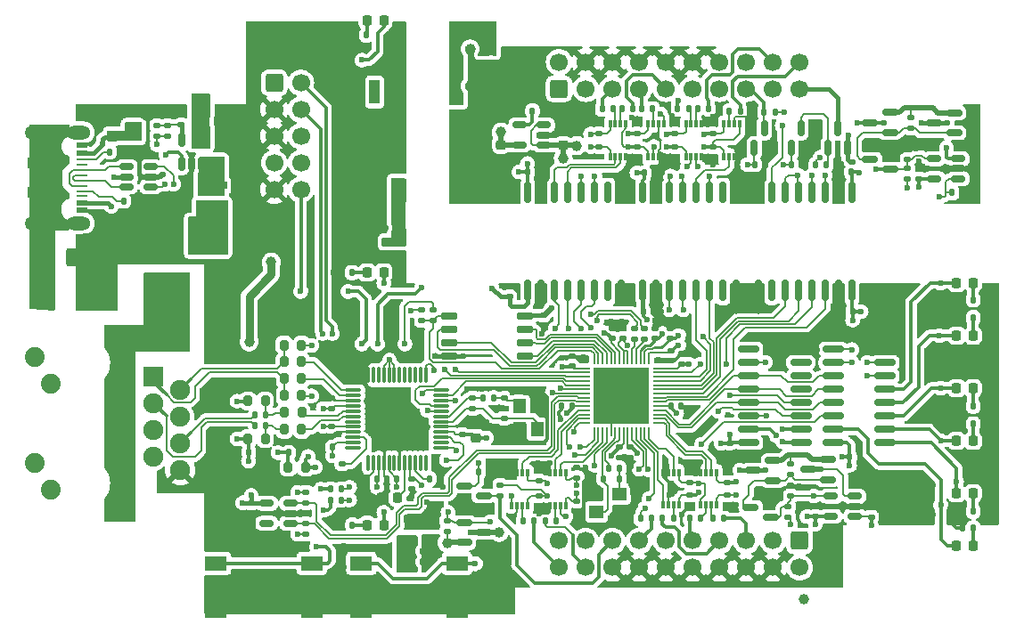
<source format=gbr>
%TF.GenerationSoftware,KiCad,Pcbnew,(5.99.0-11707-g9aa9857685)*%
%TF.CreationDate,2021-10-10T10:39:49+03:00*%
%TF.ProjectId,RubyLink_revA,52756279-4c69-46e6-9b5f-726576412e6b,rev?*%
%TF.SameCoordinates,Original*%
%TF.FileFunction,Copper,L1,Top*%
%TF.FilePolarity,Positive*%
%FSLAX46Y46*%
G04 Gerber Fmt 4.6, Leading zero omitted, Abs format (unit mm)*
G04 Created by KiCad (PCBNEW (5.99.0-11707-g9aa9857685)) date 2021-10-10 10:39:49*
%MOMM*%
%LPD*%
G01*
G04 APERTURE LIST*
G04 Aperture macros list*
%AMRoundRect*
0 Rectangle with rounded corners*
0 $1 Rounding radius*
0 $2 $3 $4 $5 $6 $7 $8 $9 X,Y pos of 4 corners*
0 Add a 4 corners polygon primitive as box body*
4,1,4,$2,$3,$4,$5,$6,$7,$8,$9,$2,$3,0*
0 Add four circle primitives for the rounded corners*
1,1,$1+$1,$2,$3*
1,1,$1+$1,$4,$5*
1,1,$1+$1,$6,$7*
1,1,$1+$1,$8,$9*
0 Add four rect primitives between the rounded corners*
20,1,$1+$1,$2,$3,$4,$5,0*
20,1,$1+$1,$4,$5,$6,$7,0*
20,1,$1+$1,$6,$7,$8,$9,0*
20,1,$1+$1,$8,$9,$2,$3,0*%
G04 Aperture macros list end*
%TA.AperFunction,SMDPad,CuDef*%
%ADD10RoundRect,0.140000X0.170000X-0.140000X0.170000X0.140000X-0.170000X0.140000X-0.170000X-0.140000X0*%
%TD*%
%TA.AperFunction,SMDPad,CuDef*%
%ADD11RoundRect,0.140000X-0.170000X0.140000X-0.170000X-0.140000X0.170000X-0.140000X0.170000X0.140000X0*%
%TD*%
%TA.AperFunction,SMDPad,CuDef*%
%ADD12RoundRect,0.150000X0.512500X0.150000X-0.512500X0.150000X-0.512500X-0.150000X0.512500X-0.150000X0*%
%TD*%
%TA.AperFunction,SMDPad,CuDef*%
%ADD13R,1.000000X2.300000*%
%TD*%
%TA.AperFunction,SMDPad,CuDef*%
%ADD14RoundRect,0.150000X-0.587500X-0.150000X0.587500X-0.150000X0.587500X0.150000X-0.587500X0.150000X0*%
%TD*%
%TA.AperFunction,SMDPad,CuDef*%
%ADD15RoundRect,0.140000X0.140000X0.170000X-0.140000X0.170000X-0.140000X-0.170000X0.140000X-0.170000X0*%
%TD*%
%TA.AperFunction,SMDPad,CuDef*%
%ADD16R,0.300000X0.800000*%
%TD*%
%TA.AperFunction,SMDPad,CuDef*%
%ADD17RoundRect,0.150000X-0.650000X-0.150000X0.650000X-0.150000X0.650000X0.150000X-0.650000X0.150000X0*%
%TD*%
%TA.AperFunction,SMDPad,CuDef*%
%ADD18RoundRect,0.135000X-0.135000X-0.185000X0.135000X-0.185000X0.135000X0.185000X-0.135000X0.185000X0*%
%TD*%
%TA.AperFunction,SMDPad,CuDef*%
%ADD19RoundRect,0.135000X0.135000X0.185000X-0.135000X0.185000X-0.135000X-0.185000X0.135000X-0.185000X0*%
%TD*%
%TA.AperFunction,SMDPad,CuDef*%
%ADD20RoundRect,0.200000X0.200000X0.275000X-0.200000X0.275000X-0.200000X-0.275000X0.200000X-0.275000X0*%
%TD*%
%TA.AperFunction,SMDPad,CuDef*%
%ADD21RoundRect,0.150000X0.587500X0.150000X-0.587500X0.150000X-0.587500X-0.150000X0.587500X-0.150000X0*%
%TD*%
%TA.AperFunction,SMDPad,CuDef*%
%ADD22RoundRect,0.140000X-0.140000X-0.170000X0.140000X-0.170000X0.140000X0.170000X-0.140000X0.170000X0*%
%TD*%
%TA.AperFunction,SMDPad,CuDef*%
%ADD23RoundRect,0.218750X0.218750X0.256250X-0.218750X0.256250X-0.218750X-0.256250X0.218750X-0.256250X0*%
%TD*%
%TA.AperFunction,SMDPad,CuDef*%
%ADD24RoundRect,0.135000X0.185000X-0.135000X0.185000X0.135000X-0.185000X0.135000X-0.185000X-0.135000X0*%
%TD*%
%TA.AperFunction,ComponentPad*%
%ADD25RoundRect,0.250000X0.600000X-0.600000X0.600000X0.600000X-0.600000X0.600000X-0.600000X-0.600000X0*%
%TD*%
%TA.AperFunction,ComponentPad*%
%ADD26C,1.700000*%
%TD*%
%TA.AperFunction,SMDPad,CuDef*%
%ADD27R,2.000000X1.000000*%
%TD*%
%TA.AperFunction,SMDPad,CuDef*%
%ADD28R,1.000000X0.520000*%
%TD*%
%TA.AperFunction,SMDPad,CuDef*%
%ADD29R,1.000000X0.270000*%
%TD*%
%TA.AperFunction,ComponentPad*%
%ADD30O,2.300000X1.300000*%
%TD*%
%TA.AperFunction,ComponentPad*%
%ADD31O,2.600000X1.300000*%
%TD*%
%TA.AperFunction,SMDPad,CuDef*%
%ADD32RoundRect,0.150000X0.150000X-0.587500X0.150000X0.587500X-0.150000X0.587500X-0.150000X-0.587500X0*%
%TD*%
%TA.AperFunction,SMDPad,CuDef*%
%ADD33RoundRect,0.218750X-0.218750X-0.256250X0.218750X-0.256250X0.218750X0.256250X-0.218750X0.256250X0*%
%TD*%
%TA.AperFunction,SMDPad,CuDef*%
%ADD34R,1.200000X1.400000*%
%TD*%
%TA.AperFunction,SMDPad,CuDef*%
%ADD35RoundRect,0.135000X-0.185000X0.135000X-0.185000X-0.135000X0.185000X-0.135000X0.185000X0.135000X0*%
%TD*%
%TA.AperFunction,SMDPad,CuDef*%
%ADD36RoundRect,0.150000X0.150000X-0.512500X0.150000X0.512500X-0.150000X0.512500X-0.150000X-0.512500X0*%
%TD*%
%TA.AperFunction,SMDPad,CuDef*%
%ADD37RoundRect,0.225000X0.250000X-0.225000X0.250000X0.225000X-0.250000X0.225000X-0.250000X-0.225000X0*%
%TD*%
%TA.AperFunction,SMDPad,CuDef*%
%ADD38RoundRect,0.225000X0.225000X0.250000X-0.225000X0.250000X-0.225000X-0.250000X0.225000X-0.250000X0*%
%TD*%
%TA.AperFunction,SMDPad,CuDef*%
%ADD39RoundRect,0.150000X0.825000X0.150000X-0.825000X0.150000X-0.825000X-0.150000X0.825000X-0.150000X0*%
%TD*%
%TA.AperFunction,SMDPad,CuDef*%
%ADD40RoundRect,0.150000X0.150000X-0.875000X0.150000X0.875000X-0.150000X0.875000X-0.150000X-0.875000X0*%
%TD*%
%TA.AperFunction,SMDPad,CuDef*%
%ADD41RoundRect,0.050000X-0.387500X-0.050000X0.387500X-0.050000X0.387500X0.050000X-0.387500X0.050000X0*%
%TD*%
%TA.AperFunction,SMDPad,CuDef*%
%ADD42RoundRect,0.050000X-0.050000X-0.387500X0.050000X-0.387500X0.050000X0.387500X-0.050000X0.387500X0*%
%TD*%
%TA.AperFunction,ComponentPad*%
%ADD43C,0.600000*%
%TD*%
%TA.AperFunction,SMDPad,CuDef*%
%ADD44RoundRect,0.144000X-1.456000X-1.456000X1.456000X-1.456000X1.456000X1.456000X-1.456000X1.456000X0*%
%TD*%
%TA.AperFunction,SMDPad,CuDef*%
%ADD45R,2.100000X1.400000*%
%TD*%
%TA.AperFunction,SMDPad,CuDef*%
%ADD46RoundRect,0.249999X0.450001X1.450001X-0.450001X1.450001X-0.450001X-1.450001X0.450001X-1.450001X0*%
%TD*%
%TA.AperFunction,SMDPad,CuDef*%
%ADD47RoundRect,0.075000X-0.662500X-0.075000X0.662500X-0.075000X0.662500X0.075000X-0.662500X0.075000X0*%
%TD*%
%TA.AperFunction,SMDPad,CuDef*%
%ADD48RoundRect,0.075000X-0.075000X-0.662500X0.075000X-0.662500X0.075000X0.662500X-0.075000X0.662500X0*%
%TD*%
%TA.AperFunction,SMDPad,CuDef*%
%ADD49RoundRect,0.225000X-0.225000X-0.250000X0.225000X-0.250000X0.225000X0.250000X-0.225000X0.250000X0*%
%TD*%
%TA.AperFunction,SMDPad,CuDef*%
%ADD50RoundRect,0.250000X-0.312500X-0.625000X0.312500X-0.625000X0.312500X0.625000X-0.312500X0.625000X0*%
%TD*%
%TA.AperFunction,SMDPad,CuDef*%
%ADD51RoundRect,0.218750X0.381250X-0.218750X0.381250X0.218750X-0.381250X0.218750X-0.381250X-0.218750X0*%
%TD*%
%TA.AperFunction,ComponentPad*%
%ADD52RoundRect,0.250000X-0.600000X0.600000X-0.600000X-0.600000X0.600000X-0.600000X0.600000X0.600000X0*%
%TD*%
%TA.AperFunction,SMDPad,CuDef*%
%ADD53R,1.400000X1.200000*%
%TD*%
%TA.AperFunction,SMDPad,CuDef*%
%ADD54R,2.700000X0.800000*%
%TD*%
%TA.AperFunction,ComponentPad*%
%ADD55C,2.600000*%
%TD*%
%TA.AperFunction,ComponentPad*%
%ADD56C,1.890000*%
%TD*%
%TA.AperFunction,ComponentPad*%
%ADD57R,1.900000X1.900000*%
%TD*%
%TA.AperFunction,ComponentPad*%
%ADD58C,1.900000*%
%TD*%
%TA.AperFunction,ComponentPad*%
%ADD59RoundRect,0.250000X-0.600000X-0.600000X0.600000X-0.600000X0.600000X0.600000X-0.600000X0.600000X0*%
%TD*%
%TA.AperFunction,SMDPad,CuDef*%
%ADD60RoundRect,0.150000X-0.150000X0.875000X-0.150000X-0.875000X0.150000X-0.875000X0.150000X0.875000X0*%
%TD*%
%TA.AperFunction,SMDPad,CuDef*%
%ADD61RoundRect,0.249999X-0.450001X-1.450001X0.450001X-1.450001X0.450001X1.450001X-0.450001X1.450001X0*%
%TD*%
%TA.AperFunction,SMDPad,CuDef*%
%ADD62RoundRect,0.225000X-0.250000X0.225000X-0.250000X-0.225000X0.250000X-0.225000X0.250000X0.225000X0*%
%TD*%
%TA.AperFunction,ViaPad*%
%ADD63C,1.000000*%
%TD*%
%TA.AperFunction,ViaPad*%
%ADD64C,0.600000*%
%TD*%
%TA.AperFunction,Conductor*%
%ADD65C,0.300000*%
%TD*%
%TA.AperFunction,Conductor*%
%ADD66C,0.200000*%
%TD*%
%TA.AperFunction,Conductor*%
%ADD67C,0.400000*%
%TD*%
%TA.AperFunction,Conductor*%
%ADD68C,0.185000*%
%TD*%
%TA.AperFunction,Conductor*%
%ADD69C,0.250000*%
%TD*%
%TA.AperFunction,Conductor*%
%ADD70C,0.500000*%
%TD*%
%TA.AperFunction,Conductor*%
%ADD71C,0.150000*%
%TD*%
%TA.AperFunction,Conductor*%
%ADD72C,0.800000*%
%TD*%
%TA.AperFunction,Conductor*%
%ADD73C,0.175000*%
%TD*%
%TA.AperFunction,Conductor*%
%ADD74C,0.130000*%
%TD*%
G04 APERTURE END LIST*
D10*
X101300000Y-58880000D03*
X101300000Y-57920000D03*
D11*
X145233133Y-88500000D03*
X145233133Y-89460000D03*
D12*
X113997500Y-95720000D03*
X113997500Y-94770000D03*
X113997500Y-93820000D03*
X111722500Y-93820000D03*
X111722500Y-95720000D03*
D13*
X121980000Y-64100000D03*
X124520000Y-64100000D03*
X129600000Y-64100000D03*
X129600000Y-54700000D03*
X121980000Y-54700000D03*
D14*
X130462500Y-95650000D03*
X130462500Y-97550000D03*
X132337500Y-96600000D03*
D15*
X143713133Y-91480000D03*
X142753133Y-91480000D03*
D16*
X154470000Y-90897500D03*
X153970000Y-90897500D03*
X153470000Y-90897500D03*
X152970000Y-90897500D03*
X152970000Y-93997500D03*
X153470000Y-93997500D03*
X153970000Y-93997500D03*
X154470000Y-93997500D03*
D17*
X129100000Y-75995000D03*
X129100000Y-77265000D03*
X129100000Y-78535000D03*
X129100000Y-79805000D03*
X136300000Y-79805000D03*
X136300000Y-78535000D03*
X136300000Y-77265000D03*
X136300000Y-75995000D03*
D18*
X161590000Y-61600000D03*
X162610000Y-61600000D03*
D19*
X178870000Y-96170000D03*
X177850000Y-96170000D03*
D20*
X115050000Y-81970000D03*
X113400000Y-81970000D03*
D21*
X159597500Y-95150000D03*
X159597500Y-93250000D03*
X157722500Y-94200000D03*
D22*
X117020000Y-88500000D03*
X117980000Y-88500000D03*
D10*
X163860000Y-95080000D03*
X163860000Y-94120000D03*
D21*
X159837500Y-91650000D03*
X159837500Y-89750000D03*
X157962500Y-90700000D03*
D10*
X154100000Y-60880000D03*
X154100000Y-59920000D03*
D19*
X119860000Y-71870000D03*
X118840000Y-71870000D03*
D15*
X136980000Y-56500000D03*
X136020000Y-56500000D03*
D20*
X115025000Y-78770000D03*
X113375000Y-78770000D03*
D11*
X154100000Y-57720000D03*
X154100000Y-58680000D03*
D10*
X150500000Y-60880000D03*
X150500000Y-59920000D03*
D23*
X178847500Y-87870000D03*
X177272500Y-87870000D03*
D10*
X130300000Y-87280000D03*
X130300000Y-86320000D03*
X150033133Y-78160000D03*
X150033133Y-77200000D03*
D20*
X115050000Y-83570000D03*
X113400000Y-83570000D03*
D24*
X146633133Y-78190000D03*
X146633133Y-77170000D03*
D14*
X130462500Y-92150000D03*
X130462500Y-94050000D03*
X132337500Y-93100000D03*
D10*
X143300000Y-60880000D03*
X143300000Y-59920000D03*
D19*
X178870000Y-84570000D03*
X177850000Y-84570000D03*
D15*
X137480000Y-62300000D03*
X136520000Y-62300000D03*
D10*
X151920000Y-91827500D03*
X151920000Y-90867500D03*
D25*
X139500000Y-54400000D03*
D26*
X139500000Y-51860000D03*
X142040000Y-54400000D03*
X142040000Y-51860000D03*
X144580000Y-54400000D03*
X144580000Y-51860000D03*
X147120000Y-54400000D03*
X147120000Y-51860000D03*
X149660000Y-54400000D03*
X149660000Y-51860000D03*
X152200000Y-54400000D03*
X152200000Y-51860000D03*
X154740000Y-54400000D03*
X154740000Y-51860000D03*
X157280000Y-54400000D03*
X157280000Y-51860000D03*
X159820000Y-54400000D03*
X159820000Y-51860000D03*
X162360000Y-54400000D03*
X162360000Y-51860000D03*
D24*
X172600000Y-61110000D03*
X172600000Y-60090000D03*
D27*
X90010000Y-61470000D03*
X90010000Y-64270000D03*
D28*
X94210000Y-59770000D03*
X94210000Y-60520000D03*
D29*
X94210000Y-61120000D03*
X94210000Y-62620000D03*
X94210000Y-63620000D03*
X94210000Y-64620000D03*
D28*
X94210000Y-65220000D03*
X94210000Y-65970000D03*
X94210000Y-65970000D03*
X94210000Y-65220000D03*
D29*
X94210000Y-64120000D03*
X94210000Y-63120000D03*
X94210000Y-62120000D03*
X94210000Y-61620000D03*
D28*
X94210000Y-60520000D03*
X94210000Y-59770000D03*
D30*
X93835000Y-58550000D03*
X93835000Y-67190000D03*
D31*
X90010000Y-58550000D03*
X90010000Y-67190000D03*
D10*
X137580000Y-91680000D03*
X137580000Y-90720000D03*
X151133133Y-80560000D03*
X151133133Y-79600000D03*
D32*
X165050000Y-60037500D03*
X166950000Y-60037500D03*
X166000000Y-58162500D03*
D19*
X178870000Y-74470000D03*
X177850000Y-74470000D03*
D33*
X121272500Y-47870000D03*
X122847500Y-47870000D03*
D23*
X178847500Y-97870000D03*
X177272500Y-97870000D03*
D10*
X173700000Y-62980000D03*
X173700000Y-62020000D03*
D34*
X135750000Y-84600000D03*
X135750000Y-86800000D03*
X137450000Y-86800000D03*
X137450000Y-84600000D03*
D32*
X161550000Y-60037500D03*
X163450000Y-60037500D03*
X162500000Y-58162500D03*
D18*
X154140000Y-95250000D03*
X155160000Y-95250000D03*
D35*
X127500000Y-75440000D03*
X127500000Y-76460000D03*
D32*
X158050000Y-60037500D03*
X159950000Y-60037500D03*
X159000000Y-58162500D03*
D36*
X103650000Y-61537500D03*
X104600000Y-61537500D03*
X105550000Y-61537500D03*
X105550000Y-59262500D03*
X103650000Y-59262500D03*
D33*
X121272500Y-71870000D03*
X122847500Y-71870000D03*
D37*
X131600000Y-87575000D03*
X131600000Y-86025000D03*
D18*
X138190000Y-95500000D03*
X139210000Y-95500000D03*
D19*
X178870000Y-94570000D03*
X177850000Y-94570000D03*
D38*
X107175000Y-57500000D03*
X105625000Y-57500000D03*
D10*
X117900000Y-87480000D03*
X117900000Y-86520000D03*
D19*
X150360000Y-95250000D03*
X149340000Y-95250000D03*
D39*
X162475000Y-88045000D03*
X162475000Y-86775000D03*
X162475000Y-85505000D03*
X162475000Y-84235000D03*
X162475000Y-82965000D03*
X162475000Y-81695000D03*
X162475000Y-80425000D03*
X162475000Y-79155000D03*
X157525000Y-79155000D03*
X157525000Y-80425000D03*
X157525000Y-81695000D03*
X157525000Y-82965000D03*
X157525000Y-84235000D03*
X157525000Y-85505000D03*
X157525000Y-86775000D03*
X157525000Y-88045000D03*
D24*
X147633133Y-78190000D03*
X147633133Y-77170000D03*
D10*
X146233133Y-89460000D03*
X146233133Y-88500000D03*
D19*
X178870000Y-86270000D03*
X177850000Y-86270000D03*
D22*
X123120000Y-91500000D03*
X124080000Y-91500000D03*
D11*
X138000000Y-75920000D03*
X138000000Y-76880000D03*
D10*
X155520000Y-94027500D03*
X155520000Y-93067500D03*
D20*
X111585000Y-87670000D03*
X109935000Y-87670000D03*
D11*
X146900000Y-57720000D03*
X146900000Y-58680000D03*
D20*
X115050000Y-86800000D03*
X113400000Y-86800000D03*
D18*
X145490000Y-56300000D03*
X146510000Y-56300000D03*
D38*
X124175000Y-93300000D03*
X122625000Y-93300000D03*
D11*
X155730000Y-88080000D03*
X155730000Y-89040000D03*
D19*
X144610000Y-56300000D03*
X143590000Y-56300000D03*
D40*
X136530000Y-73580000D03*
X137800000Y-73580000D03*
X139070000Y-73580000D03*
X140340000Y-73580000D03*
X141610000Y-73580000D03*
X142880000Y-73580000D03*
X144150000Y-73580000D03*
X145420000Y-73580000D03*
X145420000Y-64280000D03*
X144150000Y-64280000D03*
X142880000Y-64280000D03*
X141610000Y-64280000D03*
X140340000Y-64280000D03*
X139070000Y-64280000D03*
X137800000Y-64280000D03*
X136530000Y-64280000D03*
D18*
X96790000Y-60400000D03*
X97810000Y-60400000D03*
D19*
X145243133Y-90480000D03*
X144223133Y-90480000D03*
D23*
X178847500Y-72870000D03*
X177272500Y-72870000D03*
D35*
X172900000Y-57130000D03*
X172900000Y-58150000D03*
D16*
X150870000Y-90897500D03*
X150370000Y-90897500D03*
X149870000Y-90897500D03*
X149370000Y-90897500D03*
X149370000Y-93997500D03*
X149870000Y-93997500D03*
X150370000Y-93997500D03*
X150870000Y-93997500D03*
D10*
X141200000Y-91380000D03*
X141200000Y-90420000D03*
D12*
X100697500Y-63720000D03*
X100697500Y-62770000D03*
X100697500Y-61820000D03*
X98422500Y-61820000D03*
X98422500Y-62770000D03*
X98422500Y-63720000D03*
D21*
X170937500Y-58550000D03*
X170937500Y-56650000D03*
X169062500Y-57600000D03*
D10*
X125500000Y-92480000D03*
X125500000Y-91520000D03*
D22*
X121220000Y-91500000D03*
X122180000Y-91500000D03*
D12*
X177437500Y-62950000D03*
X177437500Y-62000000D03*
X177437500Y-61050000D03*
X175162500Y-61050000D03*
X175162500Y-62950000D03*
D35*
X128860000Y-95460000D03*
X128860000Y-96480000D03*
D37*
X127160000Y-97345000D03*
X127160000Y-95795000D03*
D12*
X167597500Y-95050000D03*
X167597500Y-94100000D03*
X167597500Y-93150000D03*
X165322500Y-93150000D03*
X165322500Y-95050000D03*
D22*
X110045000Y-89000000D03*
X111005000Y-89000000D03*
D16*
X140130000Y-90947500D03*
X139630000Y-90947500D03*
X139130000Y-90947500D03*
X138630000Y-90947500D03*
X138630000Y-94047500D03*
X139130000Y-94047500D03*
X139630000Y-94047500D03*
X140130000Y-94047500D03*
D15*
X148580000Y-62400000D03*
X147620000Y-62400000D03*
D19*
X148410000Y-56300000D03*
X147390000Y-56300000D03*
D35*
X169160000Y-94090000D03*
X169160000Y-95110000D03*
D20*
X115425000Y-90400000D03*
X113775000Y-90400000D03*
D11*
X148633133Y-77200000D03*
X148633133Y-78160000D03*
D24*
X115460000Y-96780000D03*
X115460000Y-95760000D03*
D41*
X141995633Y-80980000D03*
X141995633Y-81380000D03*
X141995633Y-81780000D03*
X141995633Y-82180000D03*
X141995633Y-82580000D03*
X141995633Y-82980000D03*
X141995633Y-83380000D03*
X141995633Y-83780000D03*
X141995633Y-84180000D03*
X141995633Y-84580000D03*
X141995633Y-84980000D03*
X141995633Y-85380000D03*
X141995633Y-85780000D03*
X141995633Y-86180000D03*
D42*
X142833133Y-87017500D03*
X143233133Y-87017500D03*
X143633133Y-87017500D03*
X144033133Y-87017500D03*
X144433133Y-87017500D03*
X144833133Y-87017500D03*
X145233133Y-87017500D03*
X145633133Y-87017500D03*
X146033133Y-87017500D03*
X146433133Y-87017500D03*
X146833133Y-87017500D03*
X147233133Y-87017500D03*
X147633133Y-87017500D03*
X148033133Y-87017500D03*
D41*
X148870633Y-86180000D03*
X148870633Y-85780000D03*
X148870633Y-85380000D03*
X148870633Y-84980000D03*
X148870633Y-84580000D03*
X148870633Y-84180000D03*
X148870633Y-83780000D03*
X148870633Y-83380000D03*
X148870633Y-82980000D03*
X148870633Y-82580000D03*
X148870633Y-82180000D03*
X148870633Y-81780000D03*
X148870633Y-81380000D03*
X148870633Y-80980000D03*
D42*
X148033133Y-80142500D03*
X147633133Y-80142500D03*
X147233133Y-80142500D03*
X146833133Y-80142500D03*
X146433133Y-80142500D03*
X146033133Y-80142500D03*
X145633133Y-80142500D03*
X145233133Y-80142500D03*
X144833133Y-80142500D03*
X144433133Y-80142500D03*
X144033133Y-80142500D03*
X143633133Y-80142500D03*
X143233133Y-80142500D03*
X142833133Y-80142500D03*
D43*
X145433133Y-84855000D03*
D44*
X145433133Y-83580000D03*
D43*
X145433133Y-83580000D03*
X146708133Y-83580000D03*
X144158133Y-84855000D03*
X144158133Y-83580000D03*
X146708133Y-84855000D03*
X145433133Y-82305000D03*
X144158133Y-82305000D03*
X146708133Y-82305000D03*
D22*
X127220000Y-91500000D03*
X128180000Y-91500000D03*
D19*
X164910000Y-61600000D03*
X163890000Y-61600000D03*
D21*
X165037500Y-91550000D03*
X165037500Y-89650000D03*
X163162500Y-90600000D03*
D19*
X119870000Y-95870000D03*
X118850000Y-95870000D03*
D16*
X147950000Y-60850000D03*
X148450000Y-60850000D03*
X148950000Y-60850000D03*
X149450000Y-60850000D03*
X149450000Y-57750000D03*
X148950000Y-57750000D03*
X148450000Y-57750000D03*
X147950000Y-57750000D03*
X151550000Y-60850000D03*
X152050000Y-60850000D03*
X152550000Y-60850000D03*
X153050000Y-60850000D03*
X153050000Y-57750000D03*
X152550000Y-57750000D03*
X152050000Y-57750000D03*
X151550000Y-57750000D03*
D20*
X111585000Y-84070000D03*
X109935000Y-84070000D03*
D15*
X148455000Y-75580000D03*
X147495000Y-75580000D03*
D16*
X136530000Y-90947500D03*
X136030000Y-90947500D03*
X135530000Y-90947500D03*
X135030000Y-90947500D03*
X135030000Y-94047500D03*
X135530000Y-94047500D03*
X136030000Y-94047500D03*
X136530000Y-94047500D03*
D22*
X150153133Y-84580000D03*
X151113133Y-84580000D03*
D10*
X141200000Y-94580000D03*
X141200000Y-93620000D03*
D11*
X150500000Y-57720000D03*
X150500000Y-58680000D03*
D10*
X155520000Y-91827500D03*
X155520000Y-90867500D03*
D45*
X116010000Y-104020000D03*
X106910000Y-104020000D03*
X116010000Y-99520000D03*
X106910000Y-99520000D03*
D24*
X131300000Y-84810000D03*
X131300000Y-83790000D03*
D19*
X137120000Y-95500000D03*
X136100000Y-95500000D03*
D10*
X145533133Y-78160000D03*
X145533133Y-77200000D03*
D16*
X144350000Y-60850000D03*
X144850000Y-60850000D03*
X145350000Y-60850000D03*
X145850000Y-60850000D03*
X145850000Y-57750000D03*
X145350000Y-57750000D03*
X144850000Y-57750000D03*
X144350000Y-57750000D03*
D11*
X144533133Y-77200000D03*
X144533133Y-78160000D03*
D46*
X94312500Y-73650000D03*
X90212500Y-73650000D03*
D47*
X119937500Y-83050000D03*
X119937500Y-83550000D03*
X119937500Y-84050000D03*
X119937500Y-84550000D03*
X119937500Y-85050000D03*
X119937500Y-85550000D03*
X119937500Y-86050000D03*
X119937500Y-86550000D03*
X119937500Y-87050000D03*
X119937500Y-87550000D03*
X119937500Y-88050000D03*
X119937500Y-88550000D03*
D48*
X121350000Y-89962500D03*
X121850000Y-89962500D03*
X122350000Y-89962500D03*
X122850000Y-89962500D03*
X123350000Y-89962500D03*
X123850000Y-89962500D03*
X124350000Y-89962500D03*
X124850000Y-89962500D03*
X125350000Y-89962500D03*
X125850000Y-89962500D03*
X126350000Y-89962500D03*
X126850000Y-89962500D03*
D47*
X128262500Y-88550000D03*
X128262500Y-88050000D03*
X128262500Y-87550000D03*
X128262500Y-87050000D03*
X128262500Y-86550000D03*
X128262500Y-86050000D03*
X128262500Y-85550000D03*
X128262500Y-85050000D03*
X128262500Y-84550000D03*
X128262500Y-84050000D03*
X128262500Y-83550000D03*
X128262500Y-83050000D03*
D48*
X126850000Y-81637500D03*
X126350000Y-81637500D03*
X125850000Y-81637500D03*
X125350000Y-81637500D03*
X124850000Y-81637500D03*
X124350000Y-81637500D03*
X123850000Y-81637500D03*
X123350000Y-81637500D03*
X122850000Y-81637500D03*
X122350000Y-81637500D03*
X121850000Y-81637500D03*
X121350000Y-81637500D03*
D35*
X118900000Y-90090000D03*
X118900000Y-91110000D03*
D33*
X121272500Y-95870000D03*
X122847500Y-95870000D03*
D37*
X139900000Y-59775000D03*
X139900000Y-58225000D03*
D24*
X103600000Y-57820000D03*
X103600000Y-56800000D03*
D19*
X121170000Y-49270000D03*
X120150000Y-49270000D03*
X177870000Y-64270000D03*
X176850000Y-64270000D03*
X160010000Y-56600000D03*
X158990000Y-56600000D03*
D49*
X129985000Y-52170000D03*
X131535000Y-52170000D03*
D50*
X90300000Y-70400000D03*
X93225000Y-70400000D03*
D19*
X178870000Y-76170000D03*
X177850000Y-76170000D03*
D38*
X124175000Y-66400000D03*
X122625000Y-66400000D03*
D35*
X115460000Y-92760000D03*
X115460000Y-93780000D03*
D22*
X166420000Y-75630000D03*
X167380000Y-75630000D03*
D19*
X118810000Y-92470000D03*
X117790000Y-92470000D03*
D38*
X104935000Y-67400000D03*
X103385000Y-67400000D03*
D11*
X134300000Y-83820000D03*
X134300000Y-84780000D03*
D51*
X125360000Y-97432500D03*
X125360000Y-95307500D03*
D23*
X178847500Y-77870000D03*
X177272500Y-77870000D03*
D35*
X126450000Y-75440000D03*
X126450000Y-76460000D03*
D15*
X114780000Y-89000000D03*
X113820000Y-89000000D03*
D40*
X147455000Y-73580000D03*
X148725000Y-73580000D03*
X149995000Y-73580000D03*
X151265000Y-73580000D03*
X152535000Y-73580000D03*
X153805000Y-73580000D03*
X155075000Y-73580000D03*
X156345000Y-73580000D03*
X156345000Y-64280000D03*
X155075000Y-64280000D03*
X153805000Y-64280000D03*
X152535000Y-64280000D03*
X151265000Y-64280000D03*
X149995000Y-64280000D03*
X148725000Y-64280000D03*
X147455000Y-64280000D03*
D24*
X172600000Y-63010000D03*
X172600000Y-61990000D03*
D35*
X161500000Y-90090000D03*
X161500000Y-91110000D03*
D20*
X115085000Y-85170000D03*
X113435000Y-85170000D03*
D19*
X151800000Y-56300000D03*
X150780000Y-56300000D03*
X133310000Y-83800000D03*
X132290000Y-83800000D03*
D22*
X166320000Y-62330000D03*
X167280000Y-62330000D03*
D52*
X162360000Y-97390000D03*
D26*
X162360000Y-99930000D03*
X159820000Y-97390000D03*
X159820000Y-99930000D03*
X157280000Y-97390000D03*
X157280000Y-99930000D03*
X154740000Y-97390000D03*
X154740000Y-99930000D03*
X152200000Y-97390000D03*
X152200000Y-99930000D03*
X149660000Y-97390000D03*
X149660000Y-99930000D03*
X147120000Y-97390000D03*
X147120000Y-99930000D03*
X144580000Y-97390000D03*
X144580000Y-99930000D03*
X142040000Y-97390000D03*
X142040000Y-99930000D03*
X139500000Y-97390000D03*
X139500000Y-99930000D03*
D15*
X140713133Y-84580000D03*
X139753133Y-84580000D03*
D24*
X161260000Y-95110000D03*
X161260000Y-94090000D03*
D53*
X145233133Y-92930000D03*
X143033133Y-92930000D03*
X143033133Y-94630000D03*
X145233133Y-94630000D03*
D22*
X167120000Y-89400000D03*
X168080000Y-89400000D03*
D18*
X131890000Y-90800000D03*
X132910000Y-90800000D03*
D54*
X106610000Y-63600000D03*
X106610000Y-65800000D03*
D11*
X134300000Y-85720000D03*
X134300000Y-86680000D03*
D19*
X153710000Y-56300000D03*
X152690000Y-56300000D03*
D39*
X170475000Y-88045000D03*
X170475000Y-86775000D03*
X170475000Y-85505000D03*
X170475000Y-84235000D03*
X170475000Y-82965000D03*
X170475000Y-81695000D03*
X170475000Y-80425000D03*
X170475000Y-79155000D03*
X165525000Y-79155000D03*
X165525000Y-80425000D03*
X165525000Y-81695000D03*
X165525000Y-82965000D03*
X165525000Y-84235000D03*
X165525000Y-85505000D03*
X165525000Y-86775000D03*
X165525000Y-88045000D03*
D55*
X97680000Y-93975000D03*
X97680000Y-78425000D03*
D56*
X91250000Y-92525000D03*
X89730000Y-89985000D03*
X91250000Y-82415000D03*
X89730000Y-79875000D03*
D57*
X100970000Y-81755000D03*
D58*
X103510000Y-83025000D03*
X100970000Y-84295000D03*
X103510000Y-85565000D03*
X100970000Y-86835000D03*
X103510000Y-88105000D03*
X100970000Y-89375000D03*
X103510000Y-90645000D03*
D10*
X151920000Y-94027500D03*
X151920000Y-93067500D03*
D59*
X112447500Y-53820000D03*
D26*
X114987500Y-53820000D03*
X112447500Y-56360000D03*
X114987500Y-56360000D03*
X112447500Y-58900000D03*
X114987500Y-58900000D03*
X112447500Y-61440000D03*
X114987500Y-61440000D03*
X112447500Y-63980000D03*
X114987500Y-63980000D03*
D11*
X110260000Y-93790000D03*
X110260000Y-94750000D03*
D60*
X167345000Y-64280000D03*
X166075000Y-64280000D03*
X164805000Y-64280000D03*
X163535000Y-64280000D03*
X162265000Y-64280000D03*
X160995000Y-64280000D03*
X159725000Y-64280000D03*
X158455000Y-64280000D03*
X158455000Y-73580000D03*
X159725000Y-73580000D03*
X160995000Y-73580000D03*
X162265000Y-73580000D03*
X163535000Y-73580000D03*
X164805000Y-73580000D03*
X166075000Y-73580000D03*
X167345000Y-73580000D03*
D19*
X152960000Y-95250000D03*
X151940000Y-95250000D03*
D37*
X97100000Y-58975000D03*
X97100000Y-57425000D03*
D10*
X137580000Y-94077500D03*
X137580000Y-93117500D03*
D20*
X115025000Y-80370000D03*
X113375000Y-80370000D03*
D22*
X145253133Y-91480000D03*
X146213133Y-91480000D03*
D23*
X178847500Y-82870000D03*
X177272500Y-82870000D03*
D61*
X96800000Y-73650000D03*
X100900000Y-73650000D03*
D11*
X150133133Y-79300000D03*
X150133133Y-80260000D03*
D23*
X178847500Y-92870000D03*
X177272500Y-92870000D03*
D18*
X158090000Y-61600000D03*
X159110000Y-61600000D03*
D21*
X170937500Y-62050000D03*
X170937500Y-60150000D03*
X169062500Y-61100000D03*
D18*
X117790000Y-93500000D03*
X118810000Y-93500000D03*
D62*
X134000000Y-59725000D03*
X134000000Y-61275000D03*
D24*
X102300000Y-58910000D03*
X102300000Y-57890000D03*
D22*
X110645000Y-86400000D03*
X111605000Y-86400000D03*
X110645000Y-85400000D03*
X111605000Y-85400000D03*
D11*
X143300000Y-57720000D03*
X143300000Y-58680000D03*
D35*
X133900000Y-92090000D03*
X133900000Y-93110000D03*
D11*
X134800000Y-73200000D03*
X134800000Y-74160000D03*
D24*
X161500000Y-93110000D03*
X161500000Y-92090000D03*
D11*
X117900000Y-83820000D03*
X117900000Y-84780000D03*
D10*
X146900000Y-60880000D03*
X146900000Y-59920000D03*
D19*
X156710000Y-56500000D03*
X155690000Y-56500000D03*
D18*
X98150000Y-65070000D03*
X99170000Y-65070000D03*
D12*
X138037500Y-59750000D03*
X138037500Y-58800000D03*
X138037500Y-57850000D03*
X135762500Y-57850000D03*
X135762500Y-59750000D03*
D21*
X177037500Y-58590000D03*
X177037500Y-56690000D03*
X175162500Y-57640000D03*
D45*
X129822500Y-104020000D03*
X120722500Y-104020000D03*
X129822500Y-99520000D03*
X120722500Y-99520000D03*
D18*
X147250000Y-95270000D03*
X148270000Y-95270000D03*
D16*
X155150000Y-60850000D03*
X155650000Y-60850000D03*
X156150000Y-60850000D03*
X156650000Y-60850000D03*
X156650000Y-57750000D03*
X156150000Y-57750000D03*
X155650000Y-57750000D03*
X155150000Y-57750000D03*
D10*
X140733133Y-80780000D03*
X140733133Y-79820000D03*
D63*
X135060000Y-64870000D03*
X132560000Y-61370000D03*
X133060000Y-62870000D03*
X133060000Y-64870000D03*
X131060000Y-64870000D03*
X131060000Y-62870000D03*
D64*
X114760000Y-88170000D03*
X114060000Y-70120000D03*
X111060000Y-90870000D03*
X107060000Y-90870000D03*
X123810000Y-75120000D03*
X133060000Y-103870000D03*
X120400000Y-91500000D03*
X137560000Y-89970000D03*
X99310000Y-67370000D03*
X165660000Y-75570000D03*
X136360000Y-83270000D03*
X142260000Y-95870000D03*
X94060000Y-56370000D03*
X133860000Y-82970000D03*
X109060000Y-90870000D03*
X100060000Y-64870000D03*
X172060000Y-75370000D03*
X108360000Y-57470000D03*
X172060000Y-94870000D03*
X180060000Y-92870000D03*
X123060000Y-103870000D03*
X111060000Y-103870000D03*
X134300000Y-87710000D03*
X180060000Y-73870000D03*
X124060000Y-61870000D03*
X116260000Y-88470000D03*
X150000000Y-76500000D03*
X130400000Y-79800000D03*
X125060000Y-103870000D03*
X155560000Y-90100000D03*
X146400000Y-74700000D03*
X96060000Y-66120000D03*
X175060000Y-84870000D03*
X127060000Y-103870000D03*
X142000000Y-90400000D03*
X132060000Y-100370000D03*
X102760000Y-56770000D03*
X99560000Y-60870000D03*
X114060000Y-72870000D03*
X117100000Y-87500000D03*
X108810000Y-68120000D03*
X107060000Y-97870000D03*
X168560000Y-77370000D03*
X139635000Y-85845000D03*
X145500000Y-76500000D03*
X175060000Y-81870000D03*
X172060000Y-73370000D03*
X108810000Y-63120000D03*
X113060000Y-97870000D03*
X111060000Y-89870000D03*
X170060000Y-94100000D03*
X119060000Y-99870000D03*
X164810000Y-76620000D03*
X110810000Y-69620000D03*
X164660000Y-94070000D03*
X149200000Y-75600000D03*
X164000000Y-79200000D03*
X168100000Y-90200000D03*
X121810000Y-68870000D03*
X114060000Y-71370000D03*
X135560000Y-101370000D03*
X108810000Y-69620000D03*
X137660000Y-83270000D03*
X111060000Y-101800000D03*
X154060000Y-85870000D03*
X169060000Y-90870000D03*
X119810000Y-81870000D03*
X130760000Y-82970000D03*
X120560000Y-68870000D03*
X147055921Y-91919500D03*
X94560000Y-68370000D03*
X150000000Y-93000000D03*
X94560000Y-69370000D03*
X115560000Y-77370000D03*
X168860000Y-79170000D03*
X121560000Y-86870000D03*
X115560000Y-75120000D03*
X99310000Y-66370000D03*
X141200000Y-95300000D03*
X160900000Y-79100000D03*
X154900000Y-89100000D03*
X132600000Y-86100000D03*
X180060000Y-84870000D03*
X101860000Y-62570000D03*
X177060000Y-86270000D03*
X135000000Y-89900000D03*
X98660000Y-60370000D03*
X107060000Y-82120000D03*
X124360000Y-88470000D03*
X103560000Y-68870000D03*
X100560000Y-56870000D03*
X135060000Y-83270000D03*
X146460000Y-95870000D03*
X115060000Y-101870000D03*
X175060000Y-94870000D03*
X118060000Y-95870000D03*
X103560000Y-65870000D03*
X95560000Y-57870000D03*
X177060000Y-74470000D03*
X120560000Y-65120000D03*
X159560000Y-79120000D03*
X148660000Y-76470000D03*
X109060000Y-97870000D03*
X101560000Y-67870000D03*
X112810000Y-66370000D03*
X123560000Y-83370000D03*
X133310000Y-99370000D03*
X107060000Y-92870000D03*
X123100000Y-92300000D03*
X175060000Y-73870000D03*
X156300000Y-94000000D03*
X111810000Y-79370000D03*
X133560000Y-84800000D03*
X94560000Y-71370000D03*
X115260000Y-94770000D03*
X123560000Y-85120000D03*
X108810000Y-66870000D03*
X134560000Y-98120000D03*
X115060000Y-97870000D03*
X107060000Y-101870000D03*
X137860000Y-77670000D03*
X99310000Y-68370000D03*
X127700000Y-79800000D03*
X137600000Y-94800000D03*
X148960000Y-80170000D03*
X146560000Y-94270000D03*
X119060000Y-103870000D03*
X133060000Y-98120000D03*
X175060000Y-76870000D03*
X124060000Y-52870000D03*
X158460000Y-92670000D03*
X114060000Y-67620000D03*
X166400000Y-76400000D03*
X109810000Y-82120000D03*
X137800000Y-75100000D03*
X177060000Y-84570000D03*
X172060000Y-77370000D03*
X155560000Y-85370000D03*
X108810000Y-64370000D03*
X133460000Y-86570000D03*
X141860000Y-79870000D03*
X138600000Y-90000000D03*
X98560000Y-56870000D03*
X121810000Y-67620000D03*
X156500000Y-89100000D03*
X110260000Y-95470000D03*
X152900000Y-89900000D03*
X121560000Y-85120000D03*
X94560000Y-70370000D03*
X180060000Y-87870000D03*
X121560000Y-83370000D03*
X95560000Y-71370000D03*
X109460000Y-94770000D03*
X146300000Y-90300000D03*
X109810000Y-70370000D03*
X163060000Y-94070000D03*
X104310000Y-62870000D03*
X151860000Y-90100000D03*
X109060000Y-103870000D03*
X151160000Y-94870000D03*
X101560000Y-66870000D03*
X112810000Y-77370000D03*
X103060000Y-64620000D03*
X123060000Y-67620000D03*
X118060000Y-71870000D03*
X139800000Y-79950000D03*
X118060000Y-91170000D03*
X108810000Y-61870000D03*
X99560000Y-56870000D03*
X152060000Y-87870000D03*
X112810000Y-73620000D03*
X124060000Y-55870000D03*
X125500000Y-93200000D03*
X126560000Y-98370000D03*
X146560000Y-93070000D03*
X151860000Y-84770000D03*
X124060000Y-49870000D03*
X175060000Y-92120000D03*
X180060000Y-76870000D03*
D63*
X156350000Y-75350000D03*
D64*
X102560000Y-65870000D03*
X124060000Y-58870000D03*
X109060000Y-92870000D03*
X114060000Y-66370000D03*
X133700000Y-90800000D03*
D63*
X158450000Y-75350000D03*
D64*
X170060000Y-73370000D03*
X120560000Y-67620000D03*
X151900000Y-79600000D03*
X108360000Y-58670000D03*
X177060000Y-76170000D03*
X119060000Y-97870000D03*
X109060000Y-80120000D03*
X95560000Y-56370000D03*
X132160000Y-82970000D03*
X123560000Y-86870000D03*
X110560000Y-71370000D03*
X117100000Y-83800000D03*
X180060000Y-81870000D03*
X107260000Y-58670000D03*
X169160000Y-93300000D03*
X127560000Y-98370000D03*
X104310000Y-64120000D03*
X107060000Y-84870000D03*
X128460000Y-92300000D03*
X109060000Y-101870000D03*
X114060000Y-68870000D03*
X120560000Y-66370000D03*
X110560000Y-68120000D03*
X102560000Y-68870000D03*
X113060000Y-103870000D03*
X107060000Y-80120000D03*
X101560000Y-68870000D03*
X123160000Y-88470000D03*
X144500000Y-76500000D03*
X162360000Y-92200000D03*
X119310000Y-75120000D03*
X120160000Y-50170000D03*
X134060000Y-73170000D03*
X108810000Y-65620000D03*
X153060000Y-86870000D03*
X176960000Y-95570000D03*
D63*
X132500000Y-94300000D03*
D64*
X149600000Y-89900000D03*
X126560000Y-99370000D03*
X172000000Y-79100000D03*
X135100000Y-95100000D03*
X104060000Y-72370000D03*
X104060000Y-73870000D03*
X102560000Y-72370000D03*
X102560000Y-75370000D03*
X104060000Y-75370000D03*
X102560000Y-73870000D03*
X98560000Y-57870000D03*
X104960000Y-56370000D03*
X96960000Y-65570000D03*
X123060000Y-68870000D03*
D63*
X112160000Y-70870000D03*
D64*
X106060000Y-56370000D03*
X97210000Y-62770000D03*
X99560000Y-57870000D03*
X124310000Y-67620000D03*
X98560000Y-58870000D03*
X106060000Y-55270000D03*
X163060000Y-95070000D03*
X102160000Y-60670000D03*
X104960000Y-55270000D03*
D63*
X110060000Y-78470000D03*
D64*
X96160000Y-59670000D03*
X124310000Y-68870000D03*
D63*
X162760000Y-102970000D03*
D64*
X99560000Y-58870000D03*
X163860000Y-95800000D03*
X112800000Y-89000000D03*
X108900000Y-87700000D03*
X108900000Y-84100000D03*
X110000000Y-89800000D03*
X135000000Y-93100000D03*
X141200000Y-92100000D03*
X168200000Y-75600000D03*
X164400000Y-90600000D03*
X167100000Y-90200000D03*
X125560000Y-98870000D03*
X139800000Y-80850000D03*
X167300000Y-80400000D03*
X133160000Y-73370000D03*
X125560000Y-99870000D03*
X150860000Y-77870000D03*
X109460000Y-93770000D03*
X124560000Y-98870000D03*
X167400000Y-76400000D03*
X132600000Y-87600000D03*
X107560000Y-69870000D03*
X104560000Y-69870000D03*
X151860000Y-80570000D03*
D63*
X128860000Y-97570000D03*
D64*
X152800000Y-91900000D03*
X101300000Y-59700000D03*
X155700000Y-87300000D03*
X106060000Y-66870000D03*
X107560000Y-68370000D03*
X144433133Y-89280000D03*
X138760000Y-75270000D03*
X110260000Y-93070000D03*
X166400000Y-89400000D03*
X107560000Y-66870000D03*
X114660000Y-92770000D03*
X147860000Y-76370000D03*
X106060000Y-69870000D03*
X124560000Y-99870000D03*
X138400000Y-91900000D03*
X125460000Y-75470000D03*
X114660000Y-96770000D03*
X156300000Y-91800000D03*
X159100000Y-80400000D03*
X150860000Y-78770000D03*
X146033133Y-78780000D03*
X154900000Y-88100000D03*
X123400000Y-80200000D03*
X150673555Y-85258771D03*
X140250000Y-85250000D03*
X146960000Y-89070000D03*
X143823763Y-77584363D03*
X149333133Y-77680000D03*
X169160000Y-95900000D03*
X159160000Y-90670000D03*
X141200000Y-92900000D03*
X138400000Y-93100000D03*
X152800000Y-92800000D03*
X156660000Y-90670000D03*
X156300000Y-93000000D03*
X176300000Y-62000000D03*
X142800000Y-57100000D03*
X177860000Y-65070000D03*
D63*
X141200000Y-58300000D03*
D64*
X146385000Y-57095000D03*
X166300000Y-61500000D03*
D63*
X136060000Y-55370000D03*
D64*
X173400000Y-60100000D03*
X137500000Y-61500000D03*
D63*
X133060000Y-54120000D03*
D64*
X142460000Y-60870000D03*
D63*
X131060000Y-50620000D03*
D64*
X150200000Y-57000000D03*
X154105249Y-57010869D03*
X158400000Y-62700000D03*
X150500000Y-61700000D03*
X145400000Y-62700000D03*
X156400000Y-62700000D03*
X154100000Y-61600000D03*
X173700000Y-61300000D03*
X174500000Y-62000000D03*
X149300000Y-62400000D03*
D63*
X131060000Y-54120000D03*
D64*
X157860000Y-56670000D03*
D63*
X135060000Y-56470000D03*
D64*
X138200000Y-62300000D03*
X172600000Y-59300000D03*
X160000000Y-58800000D03*
X156700000Y-59900000D03*
D63*
X139900000Y-57000000D03*
X133060000Y-52120000D03*
D64*
X163500000Y-58800000D03*
X169700000Y-60200000D03*
X173700000Y-63700000D03*
D63*
X133060000Y-48620000D03*
X141200000Y-59800000D03*
X139900000Y-61000000D03*
X131060000Y-48620000D03*
X133060000Y-50620000D03*
D64*
X173900000Y-57600000D03*
X142500000Y-58700000D03*
X160900000Y-56600000D03*
X149700000Y-58700000D03*
X153300000Y-58700000D03*
X175660000Y-64670000D03*
X146100000Y-58670000D03*
X176400000Y-57600000D03*
X153300000Y-59900000D03*
X135700000Y-62300000D03*
X168000000Y-62400000D03*
X142500000Y-59900000D03*
X146900000Y-62400000D03*
X149700000Y-59900000D03*
X176300000Y-60000000D03*
X167000000Y-58800000D03*
X146100000Y-59900000D03*
X170400000Y-57600000D03*
X164300000Y-60900000D03*
X167400000Y-61400000D03*
X167800000Y-57600000D03*
D63*
X134000000Y-58500000D03*
D64*
X136500000Y-61500000D03*
X175760000Y-87870000D03*
X175760000Y-93970000D03*
X177272500Y-91782500D03*
X175760000Y-72870000D03*
X175760000Y-82870000D03*
X175660000Y-77870000D03*
X117160000Y-94470000D03*
X116860000Y-92470000D03*
X147960000Y-90600000D03*
X117960000Y-77670000D03*
X117060000Y-77670000D03*
X147100000Y-90570000D03*
X116460000Y-97970000D03*
X148060000Y-93370000D03*
X114960000Y-73670000D03*
X120760000Y-78670000D03*
X119460000Y-73670000D03*
X131100000Y-96600000D03*
D63*
X133800000Y-96600000D03*
D64*
X150800000Y-55500000D03*
X155760000Y-83570000D03*
X131860000Y-89970000D03*
X150100000Y-62700000D03*
X157400000Y-61600000D03*
X160800000Y-61600000D03*
X151200000Y-62700000D03*
X129700000Y-88800000D03*
X119600000Y-93500000D03*
X119600000Y-92300000D03*
X128800000Y-89700000D03*
X143101573Y-76396321D03*
X102060000Y-63470000D03*
X102860000Y-63470000D03*
X142535887Y-75830635D03*
X147660000Y-94270000D03*
X140160000Y-95070000D03*
X127000000Y-85000000D03*
X128660000Y-81070000D03*
X129660000Y-84070000D03*
X129660000Y-81070000D03*
X138860000Y-83270000D03*
X126500000Y-83400000D03*
X139660000Y-82865500D03*
X127600000Y-81200000D03*
X153200000Y-78000000D03*
X151300000Y-75400000D03*
X152900000Y-80600000D03*
X155400000Y-80600000D03*
X140500000Y-88500000D03*
X139160000Y-77170000D03*
X141502863Y-88485685D03*
X140400000Y-77200000D03*
X141000000Y-89200000D03*
X141560000Y-77170000D03*
X150000000Y-75400000D03*
X140900000Y-87000000D03*
X153060000Y-88200000D03*
X142900000Y-90200000D03*
X131560000Y-99570000D03*
X124860000Y-78670000D03*
X122860000Y-72870000D03*
X160760000Y-86770000D03*
X120760000Y-51670000D03*
X160760000Y-87970000D03*
X160160000Y-87370000D03*
X122260000Y-78670000D03*
X122860000Y-94670000D03*
X126460000Y-73270000D03*
X141600000Y-62700000D03*
X160700000Y-57900000D03*
X151700000Y-61800000D03*
X164800000Y-62600000D03*
X152700000Y-61800000D03*
X163500000Y-62600000D03*
X148500000Y-59900000D03*
X162200000Y-62600000D03*
X153800000Y-62700000D03*
X149160000Y-56800000D03*
X126400000Y-92100000D03*
X117100000Y-84800000D03*
X116000000Y-83600000D03*
X116000000Y-78800000D03*
X116360000Y-90370000D03*
X126960000Y-94670000D03*
X115660000Y-89370000D03*
X118000000Y-89300000D03*
X124100000Y-92300000D03*
X117100000Y-86500000D03*
X127960000Y-94670000D03*
X126960000Y-93670000D03*
X122200000Y-92300000D03*
X163720000Y-93110000D03*
X169660000Y-62070000D03*
X161500000Y-95800000D03*
X168800000Y-81700000D03*
X142900000Y-62700000D03*
X172600000Y-63800000D03*
X159200000Y-85500000D03*
X167300000Y-79200000D03*
X142500000Y-77100000D03*
X168800000Y-80400000D03*
X154660000Y-85070000D03*
X128960000Y-94670000D03*
X132960000Y-95570000D03*
D65*
X139753133Y-84901867D02*
X139753133Y-84580000D01*
X156460000Y-89040000D02*
X155730000Y-89040000D01*
D66*
X135530000Y-94670000D02*
X135100000Y-95100000D01*
X117900000Y-87480000D02*
X117120000Y-87480000D01*
X149370000Y-90130000D02*
X149600000Y-89900000D01*
D65*
X117020000Y-88500000D02*
X116290000Y-88500000D01*
D67*
X129100000Y-79805000D02*
X127705000Y-79805000D01*
D66*
X137580000Y-94780000D02*
X137600000Y-94800000D01*
X123120000Y-92280000D02*
X123100000Y-92300000D01*
X121850000Y-89962500D02*
X121850000Y-90870000D01*
X135400000Y-89900000D02*
X135000000Y-89900000D01*
X122850000Y-89962500D02*
X122850000Y-91230000D01*
X119937500Y-84050000D02*
X118130000Y-84050000D01*
X117120000Y-83820000D02*
X117100000Y-83800000D01*
X121220000Y-91500000D02*
X120400000Y-91500000D01*
X118330000Y-87050000D02*
X117900000Y-87480000D01*
D67*
X127705000Y-79805000D02*
X127700000Y-79800000D01*
D65*
X156272500Y-94027500D02*
X156300000Y-94000000D01*
X141860000Y-95470000D02*
X142260000Y-95870000D01*
X151160000Y-94870000D02*
X151160000Y-94787500D01*
X142260000Y-95870000D02*
X146260000Y-95870000D01*
X139635000Y-85570000D02*
X139510000Y-85445000D01*
D66*
X138630000Y-90030000D02*
X138600000Y-90000000D01*
X149870000Y-90897500D02*
X149870000Y-90170000D01*
D65*
X137960000Y-83270000D02*
X137660000Y-83270000D01*
X139635000Y-85845000D02*
X139635000Y-85570000D01*
D66*
X149370000Y-90897500D02*
X149370000Y-90130000D01*
X123120000Y-91500000D02*
X123120000Y-92280000D01*
D68*
X144433133Y-87017500D02*
X144433133Y-85130000D01*
D65*
X139510000Y-85445000D02*
X139510000Y-85145000D01*
X146460000Y-92370000D02*
X146460000Y-92970000D01*
X163955000Y-79155000D02*
X164000000Y-79200000D01*
X146213133Y-91480000D02*
X146616421Y-91480000D01*
D66*
X149870000Y-93130000D02*
X150000000Y-93000000D01*
D65*
X164610000Y-94120000D02*
X164660000Y-94070000D01*
D66*
X114780000Y-88190000D02*
X114760000Y-88170000D01*
D65*
X138415960Y-84614040D02*
X138415960Y-83725960D01*
D68*
X144433133Y-85130000D02*
X144158133Y-84855000D01*
D66*
X138500000Y-94800000D02*
X137600000Y-94800000D01*
D65*
X146233133Y-90233133D02*
X146300000Y-90300000D01*
D68*
X133560000Y-84800000D02*
X133520000Y-84780000D01*
D65*
X116290000Y-88500000D02*
X116260000Y-88470000D01*
D66*
X118010000Y-91110000D02*
X118900000Y-91110000D01*
D65*
X120150000Y-50160000D02*
X120160000Y-50170000D01*
D66*
X119937500Y-87050000D02*
X118330000Y-87050000D01*
D69*
X101660000Y-62770000D02*
X101860000Y-62570000D01*
D70*
X170050000Y-94090000D02*
X170060000Y-94100000D01*
D65*
X146460000Y-95870000D02*
X146460000Y-94370000D01*
X151160000Y-94787500D02*
X151920000Y-94027500D01*
X171945000Y-79155000D02*
X172000000Y-79100000D01*
X142753133Y-91480000D02*
X142150000Y-91480000D01*
D69*
X100697500Y-62770000D02*
X101660000Y-62770000D01*
D66*
X135530000Y-90030000D02*
X135400000Y-89900000D01*
D65*
X146616421Y-91480000D02*
X147055921Y-91919500D01*
X146233133Y-89460000D02*
X146233133Y-90233133D01*
D66*
X129550000Y-86550000D02*
X129700000Y-86400000D01*
D65*
X142150000Y-91480000D02*
X141860000Y-91770000D01*
D66*
X117120000Y-87480000D02*
X117100000Y-87500000D01*
D65*
X141200000Y-94580000D02*
X141200000Y-95300000D01*
X146460000Y-92370000D02*
X146213133Y-92123133D01*
D67*
X129100000Y-79805000D02*
X130395000Y-79805000D01*
D66*
X149870000Y-93997500D02*
X149870000Y-93130000D01*
D65*
X102790000Y-56800000D02*
X102760000Y-56770000D01*
D66*
X129700000Y-86400000D02*
X130000000Y-86400000D01*
D65*
X145233133Y-89460000D02*
X146233133Y-89460000D01*
X132525000Y-86025000D02*
X132600000Y-86100000D01*
D69*
X124350000Y-89962500D02*
X124350000Y-88480000D01*
D66*
X149870000Y-90170000D02*
X149600000Y-89900000D01*
D65*
X146560000Y-94270000D02*
X146560000Y-93070000D01*
X137450000Y-84600000D02*
X138350000Y-84600000D01*
X176960000Y-95570000D02*
X176960000Y-95870000D01*
X177260000Y-96170000D02*
X177850000Y-96170000D01*
D69*
X122850000Y-88780000D02*
X123160000Y-88470000D01*
D66*
X117900000Y-83820000D02*
X117120000Y-83820000D01*
D65*
X118850000Y-95870000D02*
X118060000Y-95870000D01*
D68*
X133520000Y-84780000D02*
X134300000Y-84780000D01*
D67*
X99760000Y-62770000D02*
X99560000Y-62570000D01*
D66*
X114780000Y-89000000D02*
X114780000Y-88190000D01*
X122850000Y-91230000D02*
X123120000Y-91500000D01*
X135530000Y-90947500D02*
X135530000Y-90030000D01*
D65*
X120150000Y-49270000D02*
X120150000Y-50160000D01*
X138364040Y-84614040D02*
X138415960Y-84614040D01*
D66*
X138630000Y-94670000D02*
X138500000Y-94800000D01*
D65*
X176960000Y-95870000D02*
X177260000Y-96170000D01*
X150473133Y-80260000D02*
X151133133Y-79600000D01*
X113997500Y-94770000D02*
X115260000Y-94770000D01*
X139510000Y-85145000D02*
X139753133Y-84901867D01*
D66*
X118130000Y-84050000D02*
X117900000Y-83820000D01*
D65*
X146460000Y-94370000D02*
X146560000Y-94270000D01*
D67*
X99560000Y-62570000D02*
X99560000Y-60870000D01*
D70*
X169150000Y-94100000D02*
X169160000Y-94090000D01*
D65*
X141860000Y-91770000D02*
X141860000Y-95470000D01*
X156500000Y-89100000D02*
X156460000Y-89040000D01*
D71*
X146260000Y-95870000D02*
X146460000Y-95870000D01*
D66*
X138630000Y-94047500D02*
X138630000Y-94670000D01*
D67*
X100697500Y-62770000D02*
X99760000Y-62770000D01*
D65*
X134300000Y-87710000D02*
X134715480Y-88125480D01*
X146213133Y-92123133D02*
X146213133Y-91480000D01*
X138415960Y-87714040D02*
X138415960Y-84614040D01*
D66*
X138630000Y-90947500D02*
X138630000Y-90030000D01*
D65*
X138350000Y-84600000D02*
X138364040Y-84614040D01*
X168080000Y-90180000D02*
X168100000Y-90200000D01*
D70*
X156345000Y-75345000D02*
X156350000Y-75350000D01*
D65*
X138004520Y-88125480D02*
X138415960Y-87714040D01*
X138415960Y-83725960D02*
X137960000Y-83270000D01*
D66*
X118060000Y-91170000D02*
X118010000Y-91110000D01*
X162190000Y-92090000D02*
X162300000Y-92200000D01*
D69*
X122850000Y-89962500D02*
X122850000Y-88780000D01*
D66*
X128262500Y-86550000D02*
X129550000Y-86550000D01*
X135530000Y-94047500D02*
X135530000Y-94670000D01*
D69*
X124350000Y-88480000D02*
X124360000Y-88470000D01*
D65*
X150133133Y-80260000D02*
X150473133Y-80260000D01*
X134715480Y-88125480D02*
X138004520Y-88125480D01*
D66*
X121850000Y-90870000D02*
X121220000Y-91500000D01*
D67*
X130395000Y-79805000D02*
X130400000Y-79800000D01*
D65*
X146460000Y-92970000D02*
X146560000Y-93070000D01*
D67*
X96360000Y-58970000D02*
X96365000Y-58975000D01*
D65*
X163070000Y-95080000D02*
X163060000Y-95070000D01*
X163890000Y-95050000D02*
X163860000Y-95080000D01*
X102360000Y-60470000D02*
X102160000Y-60670000D01*
D67*
X95310000Y-60520000D02*
X96160000Y-59670000D01*
D65*
X163860000Y-95080000D02*
X163070000Y-95080000D01*
D72*
X110060000Y-78470000D02*
X110060000Y-74170000D01*
D65*
X103650000Y-60760000D02*
X103360000Y-60470000D01*
D67*
X94210000Y-60520000D02*
X95310000Y-60520000D01*
X96160000Y-59670000D02*
X96160000Y-59170000D01*
X96160000Y-59170000D02*
X96360000Y-58970000D01*
D72*
X112160000Y-72070000D02*
X112160000Y-70870000D01*
D65*
X163860000Y-95080000D02*
X163860000Y-95800000D01*
D67*
X96365000Y-58975000D02*
X97100000Y-58975000D01*
D65*
X103650000Y-61537500D02*
X103650000Y-60760000D01*
D67*
X98422500Y-62770000D02*
X97210000Y-62770000D01*
D65*
X165322500Y-95050000D02*
X163890000Y-95050000D01*
D72*
X110060000Y-74170000D02*
X112160000Y-72070000D01*
D67*
X96610000Y-65220000D02*
X96960000Y-65570000D01*
X94210000Y-65220000D02*
X96610000Y-65220000D01*
D65*
X103360000Y-60470000D02*
X102360000Y-60470000D01*
X112800000Y-89000000D02*
X113820000Y-89000000D01*
X113775000Y-89045000D02*
X113820000Y-89000000D01*
X113775000Y-90400000D02*
X113775000Y-89045000D01*
D71*
X110645000Y-85400000D02*
X110295001Y-85749999D01*
X105850001Y-85749999D02*
X104500000Y-87100000D01*
D65*
X104500000Y-87115000D02*
X104500000Y-87100000D01*
D71*
X110295001Y-85749999D02*
X105850001Y-85749999D01*
D65*
X103510000Y-88105000D02*
X104500000Y-87115000D01*
D66*
X111605000Y-84145000D02*
X111650000Y-84100000D01*
D71*
X112525000Y-85200000D02*
X112325000Y-85400000D01*
D66*
X111605000Y-85400000D02*
X111605000Y-84145000D01*
D71*
X113400000Y-85200000D02*
X112525000Y-85200000D01*
X112325000Y-85400000D02*
X111605000Y-85400000D01*
X102800000Y-89400000D02*
X102200000Y-88800000D01*
X110645000Y-86400000D02*
X110295001Y-86050001D01*
X106049999Y-86050001D02*
X105500000Y-86600000D01*
X104900000Y-89400000D02*
X102800000Y-89400000D01*
X105500000Y-88800000D02*
X104900000Y-89400000D01*
X105500000Y-86600000D02*
X105500000Y-88800000D01*
X110295001Y-86050001D02*
X106049999Y-86050001D01*
X102200000Y-88800000D02*
X102200000Y-85525000D01*
D65*
X102200000Y-85525000D02*
X100970000Y-84295000D01*
D71*
X112225000Y-86400000D02*
X112625000Y-86800000D01*
X112625000Y-86800000D02*
X113400000Y-86800000D01*
X111605000Y-86400000D02*
X112225000Y-86400000D01*
D66*
X111605000Y-86400000D02*
X111605000Y-87655000D01*
D65*
X110045000Y-89755000D02*
X110000000Y-89800000D01*
X110000000Y-87700000D02*
X108900000Y-87700000D01*
X110045000Y-89000000D02*
X110045000Y-89755000D01*
X110000000Y-84100000D02*
X108900000Y-84100000D01*
X110000000Y-87700000D02*
X110000000Y-88955000D01*
X110000000Y-88955000D02*
X110045000Y-89000000D01*
D66*
X124850000Y-89962500D02*
X124850000Y-92625000D01*
X124850000Y-92625000D02*
X124175000Y-93300000D01*
X126600000Y-91500000D02*
X127220000Y-91500000D01*
X125850000Y-89962500D02*
X125850000Y-90750000D01*
X125850000Y-90750000D02*
X126600000Y-91500000D01*
D65*
X155700000Y-87300000D02*
X155730000Y-87370000D01*
D67*
X138000000Y-75920000D02*
X136375000Y-75920000D01*
D65*
X132575000Y-87575000D02*
X132600000Y-87600000D01*
X131305000Y-87280000D02*
X131600000Y-87575000D01*
D66*
X135030000Y-93130000D02*
X135000000Y-93100000D01*
D65*
X168170000Y-75630000D02*
X168200000Y-75600000D01*
X147495000Y-75580000D02*
X147495000Y-76005000D01*
D66*
X101300000Y-58880000D02*
X101300000Y-59700000D01*
X115460000Y-92760000D02*
X114670000Y-92760000D01*
D65*
X150033133Y-78160000D02*
X150570000Y-78160000D01*
D66*
X136530000Y-91630000D02*
X136600000Y-91700000D01*
D71*
X152970000Y-93430000D02*
X153400000Y-93000000D01*
D69*
X150033133Y-78180000D02*
X149233133Y-78980000D01*
D65*
X150133133Y-79300000D02*
X150200000Y-79300000D01*
D71*
X147833133Y-79180000D02*
X148333133Y-79180000D01*
X145933133Y-79280000D02*
X145633133Y-79280000D01*
D66*
X129680000Y-87280000D02*
X130300000Y-87280000D01*
D71*
X157525000Y-80425000D02*
X159075000Y-80425000D01*
D65*
X150153133Y-84738349D02*
X150673555Y-85258771D01*
X167120000Y-90180000D02*
X167100000Y-90200000D01*
X139800000Y-80850000D02*
X140663133Y-80850000D01*
D67*
X147455000Y-73580000D02*
X147455000Y-75540000D01*
D65*
X165525000Y-88045000D02*
X166845000Y-88045000D01*
D71*
X152970000Y-93997500D02*
X152970000Y-93430000D01*
D66*
X150870000Y-90897500D02*
X150870000Y-91570000D01*
D70*
X138110000Y-75920000D02*
X138760000Y-75270000D01*
D65*
X147495000Y-76005000D02*
X147860000Y-76370000D01*
D66*
X166640000Y-93150000D02*
X166460000Y-92970000D01*
D67*
X109480000Y-93790000D02*
X109460000Y-93770000D01*
D70*
X138000000Y-75920000D02*
X138110000Y-75920000D01*
D65*
X131600000Y-87575000D02*
X132575000Y-87575000D01*
D70*
X163162500Y-90600000D02*
X164400000Y-90600000D01*
D71*
X153400000Y-92000000D02*
X153300000Y-91900000D01*
X147633133Y-79380000D02*
X147833133Y-79180000D01*
D66*
X115460000Y-96780000D02*
X114670000Y-96780000D01*
D65*
X167380000Y-76380000D02*
X167400000Y-76400000D01*
D66*
X125690000Y-75440000D02*
X126450000Y-75440000D01*
X140720000Y-91380000D02*
X141200000Y-91380000D01*
D65*
X167380000Y-75630000D02*
X167380000Y-76380000D01*
D71*
X145633133Y-79280000D02*
X145133133Y-78780000D01*
X148033133Y-80142500D02*
X148033133Y-79580000D01*
D68*
X123350000Y-81637500D02*
X123350000Y-80250000D01*
D66*
X166460000Y-92970000D02*
X166460000Y-91170000D01*
D67*
X110290000Y-93820000D02*
X110260000Y-93790000D01*
D65*
X140663133Y-80850000D02*
X140733133Y-80780000D01*
D70*
X130462500Y-97550000D02*
X128880000Y-97550000D01*
D66*
X165890000Y-90600000D02*
X164400000Y-90600000D01*
X154470000Y-90897500D02*
X154470000Y-91570000D01*
X145633133Y-87017500D02*
X145633133Y-88100000D01*
D71*
X148333133Y-79180000D02*
X148533133Y-78980000D01*
D66*
X140130000Y-90947500D02*
X140130000Y-91530000D01*
D71*
X145533133Y-78160000D02*
X145533133Y-78280000D01*
D67*
X134800000Y-74160000D02*
X133950000Y-74160000D01*
D65*
X155730000Y-87370000D02*
X155730000Y-88080000D01*
D66*
X140130000Y-91530000D02*
X140200000Y-91600000D01*
X154470000Y-91570000D02*
X154727500Y-91827500D01*
D67*
X110260000Y-93790000D02*
X109480000Y-93790000D01*
D66*
X135030000Y-94047500D02*
X135030000Y-93130000D01*
X150870000Y-91570000D02*
X151127500Y-91827500D01*
X136600000Y-91700000D02*
X138200000Y-91700000D01*
D69*
X149233133Y-78980000D02*
X148533133Y-78980000D01*
D65*
X167120000Y-88320000D02*
X167120000Y-89400000D01*
D66*
X114670000Y-92760000D02*
X114660000Y-92770000D01*
D70*
X128880000Y-97550000D02*
X128860000Y-97570000D01*
D67*
X133950000Y-74160000D02*
X133160000Y-73370000D01*
D66*
X166460000Y-91170000D02*
X165890000Y-90600000D01*
D67*
X135000000Y-75100000D02*
X134800000Y-74900000D01*
D66*
X138200000Y-91700000D02*
X138400000Y-91900000D01*
D65*
X166845000Y-88045000D02*
X167120000Y-88320000D01*
X154920000Y-88080000D02*
X154900000Y-88100000D01*
D71*
X153300000Y-91900000D02*
X152800000Y-91900000D01*
D65*
X130300000Y-87280000D02*
X131305000Y-87280000D01*
X151900000Y-80600000D02*
X151173133Y-80600000D01*
D66*
X140500000Y-91600000D02*
X140720000Y-91380000D01*
X125460000Y-75470000D02*
X125690000Y-75440000D01*
D65*
X167120000Y-89400000D02*
X167120000Y-90180000D01*
X167345000Y-75595000D02*
X167380000Y-75630000D01*
D66*
X114670000Y-96780000D02*
X114660000Y-96770000D01*
D71*
X146033133Y-79380000D02*
X145933133Y-79280000D01*
D66*
X145633133Y-88100000D02*
X145233133Y-88500000D01*
X129450000Y-87050000D02*
X129680000Y-87280000D01*
D67*
X136200000Y-75100000D02*
X135000000Y-75100000D01*
X134800000Y-74900000D02*
X134800000Y-74160000D01*
D65*
X155730000Y-88080000D02*
X154920000Y-88080000D01*
D71*
X165525000Y-80425000D02*
X167275000Y-80425000D01*
D66*
X151920000Y-91827500D02*
X152727500Y-91827500D01*
D67*
X110260000Y-93790000D02*
X110260000Y-93070000D01*
D66*
X148870633Y-84580000D02*
X150153133Y-84580000D01*
X145133133Y-78780000D02*
X145133133Y-78560000D01*
D71*
X145633133Y-80142500D02*
X145633133Y-79280000D01*
D65*
X167380000Y-75630000D02*
X168170000Y-75630000D01*
D66*
X136530000Y-90947500D02*
X136530000Y-91630000D01*
X128860000Y-96480000D02*
X128860000Y-97570000D01*
D68*
X122850000Y-80750000D02*
X123400000Y-80200000D01*
D65*
X167345000Y-73580000D02*
X167345000Y-75595000D01*
X157525000Y-88045000D02*
X155765000Y-88045000D01*
D68*
X123350000Y-80250000D02*
X123400000Y-80200000D01*
D65*
X150570000Y-78160000D02*
X150860000Y-77870000D01*
D66*
X151127500Y-91827500D02*
X151920000Y-91827500D01*
D71*
X167275000Y-80425000D02*
X167300000Y-80400000D01*
D65*
X144453133Y-89280000D02*
X145233133Y-88500000D01*
D67*
X111722500Y-93820000D02*
X110290000Y-93820000D01*
D71*
X159075000Y-80425000D02*
X159100000Y-80400000D01*
D65*
X155765000Y-88045000D02*
X155730000Y-88080000D01*
D66*
X140933133Y-80980000D02*
X140733133Y-80780000D01*
X141995633Y-84580000D02*
X140713133Y-84580000D01*
D65*
X156272500Y-91827500D02*
X156300000Y-91800000D01*
X167120000Y-89400000D02*
X166400000Y-89400000D01*
X151173133Y-80600000D02*
X151133133Y-80560000D01*
D69*
X150033133Y-78160000D02*
X150033133Y-78180000D01*
D65*
X140713133Y-84786867D02*
X140250000Y-85250000D01*
D71*
X153400000Y-93000000D02*
X153400000Y-92000000D01*
D66*
X141995633Y-80980000D02*
X140933133Y-80980000D01*
X150713133Y-80980000D02*
X151133133Y-80560000D01*
X145133133Y-78560000D02*
X145533133Y-78160000D01*
X102300000Y-58910000D02*
X101330000Y-58910000D01*
D67*
X147455000Y-75540000D02*
X147495000Y-75580000D01*
X136375000Y-75920000D02*
X136300000Y-75995000D01*
D66*
X148870633Y-80980000D02*
X150713133Y-80980000D01*
D68*
X122850000Y-81637500D02*
X122850000Y-80750000D01*
D66*
X152727500Y-91827500D02*
X152800000Y-91900000D01*
D71*
X146033133Y-80142500D02*
X146033133Y-79380000D01*
D66*
X167597500Y-93150000D02*
X166640000Y-93150000D01*
D71*
X147633133Y-80142500D02*
X147633133Y-79380000D01*
D65*
X144433133Y-89280000D02*
X144453133Y-89280000D01*
X140713133Y-84580000D02*
X140713133Y-84786867D01*
D71*
X145633133Y-78260000D02*
X145533133Y-78160000D01*
D65*
X150200000Y-79300000D02*
X150800000Y-78700000D01*
D67*
X136530000Y-73580000D02*
X136530000Y-74770000D01*
D68*
X123850000Y-81637500D02*
X123850000Y-80650000D01*
D66*
X101330000Y-58910000D02*
X101300000Y-58880000D01*
D65*
X150153133Y-84580000D02*
X150153133Y-84738349D01*
D66*
X154727500Y-91827500D02*
X155520000Y-91827500D01*
X145533133Y-78280000D02*
X146033133Y-78780000D01*
D71*
X148033133Y-79580000D02*
X148133133Y-79480000D01*
D66*
X140200000Y-91600000D02*
X140500000Y-91600000D01*
D67*
X136530000Y-74770000D02*
X136200000Y-75100000D01*
D65*
X155520000Y-91827500D02*
X156272500Y-91827500D01*
D66*
X128262500Y-87050000D02*
X129450000Y-87050000D01*
X141200000Y-92100000D02*
X141200000Y-91500000D01*
D68*
X123850000Y-80650000D02*
X123400000Y-80200000D01*
D66*
X148133133Y-79480000D02*
X149953133Y-79480000D01*
X133310000Y-83800000D02*
X134280000Y-83800000D01*
X135750000Y-84600000D02*
X135750000Y-84460000D01*
X134280000Y-83800000D02*
X134300000Y-83820000D01*
X135750000Y-84460000D02*
X135360000Y-84070000D01*
X134550000Y-84070000D02*
X134300000Y-83820000D01*
X135360000Y-84070000D02*
X134550000Y-84070000D01*
X137450000Y-86160000D02*
X137010000Y-85720000D01*
X129414282Y-86050000D02*
X130654282Y-84810000D01*
X134300000Y-85720000D02*
X133210000Y-85720000D01*
X137010000Y-85720000D02*
X134300000Y-85720000D01*
X130654282Y-84810000D02*
X131300000Y-84810000D01*
X132300000Y-84810000D02*
X131300000Y-84810000D01*
X133210000Y-85720000D02*
X132300000Y-84810000D01*
X137450000Y-86800000D02*
X137450000Y-86160000D01*
X128262500Y-86050000D02*
X129414282Y-86050000D01*
D71*
X143713133Y-91480000D02*
X143713133Y-91760000D01*
X144624223Y-87855935D02*
X143609102Y-88871056D01*
X143883133Y-94630000D02*
X143033133Y-94630000D01*
X144133133Y-94380000D02*
X143883133Y-94630000D01*
X143713133Y-91760000D02*
X144133133Y-92180000D01*
X143609102Y-91375969D02*
X143713133Y-91480000D01*
X144833133Y-87017500D02*
X144833133Y-87647024D01*
X144833133Y-87647024D02*
X144624223Y-87855935D01*
X144133133Y-92180000D02*
X144133133Y-94380000D01*
X143609102Y-88871056D02*
X143609102Y-91375969D01*
X145243133Y-90480000D02*
X145243133Y-91470000D01*
X145253133Y-91480000D02*
X145253133Y-92910000D01*
X145243133Y-91470000D02*
X145253133Y-91480000D01*
X145253133Y-92910000D02*
X145233133Y-92930000D01*
D65*
X143957496Y-77584363D02*
X144533133Y-78160000D01*
D69*
X148633133Y-78160000D02*
X148633133Y-78280000D01*
D71*
X144433133Y-78580000D02*
X144433133Y-78160000D01*
D65*
X146233133Y-88500000D02*
X146390000Y-88500000D01*
D71*
X147233133Y-79239654D02*
X147262960Y-79209827D01*
X144533133Y-78160000D02*
X144399400Y-78160000D01*
X145233133Y-79380000D02*
X144433133Y-78580000D01*
D69*
X148633133Y-78160000D02*
X148853133Y-78160000D01*
D71*
X145233133Y-80142500D02*
X145233133Y-79380000D01*
D69*
X147692787Y-78780000D02*
X147262960Y-79209827D01*
X148133133Y-78780000D02*
X147692787Y-78780000D01*
X148633133Y-78280000D02*
X148133133Y-78780000D01*
D66*
X146033133Y-88300000D02*
X146233133Y-88500000D01*
X146033133Y-87017500D02*
X146033133Y-88300000D01*
D65*
X143823763Y-77584363D02*
X143957496Y-77584363D01*
D71*
X147233133Y-80142500D02*
X147233133Y-79239654D01*
D65*
X146390000Y-88500000D02*
X146960000Y-89070000D01*
D69*
X148853133Y-78160000D02*
X149333133Y-77680000D01*
D67*
X159130000Y-90700000D02*
X159160000Y-90670000D01*
D66*
X140720000Y-93620000D02*
X140400000Y-93300000D01*
D65*
X169160000Y-95110000D02*
X169160000Y-95900000D01*
D66*
X136530000Y-93470000D02*
X136882500Y-93117500D01*
X140130000Y-93370000D02*
X140130000Y-94047500D01*
X169100000Y-95050000D02*
X169160000Y-95110000D01*
D67*
X156690000Y-90700000D02*
X156660000Y-90670000D01*
D66*
X135490000Y-92090000D02*
X135900000Y-92500000D01*
X140200000Y-93300000D02*
X140130000Y-93370000D01*
X151132500Y-93067500D02*
X151920000Y-93067500D01*
X137580000Y-93117500D02*
X138382500Y-93117500D01*
X133900000Y-92090000D02*
X135490000Y-92090000D01*
D65*
X152532500Y-93067500D02*
X152800000Y-92800000D01*
D66*
X140400000Y-93300000D02*
X140200000Y-93300000D01*
X141200000Y-93620000D02*
X141200000Y-92900000D01*
D67*
X157962500Y-90700000D02*
X159130000Y-90700000D01*
D66*
X155520000Y-93067500D02*
X156232500Y-93067500D01*
D67*
X157962500Y-90700000D02*
X156690000Y-90700000D01*
D66*
X154470000Y-93330000D02*
X154732500Y-93067500D01*
X150870000Y-93997500D02*
X150870000Y-93330000D01*
X135900000Y-92500000D02*
X137800000Y-92500000D01*
X141200000Y-93620000D02*
X140720000Y-93620000D01*
X137800000Y-92500000D02*
X138400000Y-93100000D01*
X167597500Y-95050000D02*
X169100000Y-95050000D01*
X136882500Y-93117500D02*
X137580000Y-93117500D01*
X138382500Y-93117500D02*
X138400000Y-93100000D01*
X150870000Y-93330000D02*
X151132500Y-93067500D01*
X156232500Y-93067500D02*
X156300000Y-93000000D01*
X136530000Y-94047500D02*
X136530000Y-93470000D01*
X154732500Y-93067500D02*
X155520000Y-93067500D01*
X154470000Y-93997500D02*
X154470000Y-93330000D01*
D65*
X151920000Y-93067500D02*
X152532500Y-93067500D01*
D66*
X148950000Y-60280000D02*
X149150489Y-60079511D01*
X149150489Y-60079511D02*
X149150489Y-59360489D01*
X177870000Y-64270000D02*
X177870000Y-65060000D01*
X177870000Y-65060000D02*
X177860000Y-65070000D01*
X149150489Y-59360489D02*
X148950000Y-59160000D01*
D65*
X169750000Y-60150000D02*
X169700000Y-60200000D01*
D66*
X156150000Y-57180000D02*
X156150000Y-57750000D01*
D65*
X173390000Y-60090000D02*
X173400000Y-60100000D01*
X143300000Y-60880000D02*
X142470000Y-60880000D01*
D66*
X148950000Y-60850000D02*
X148950000Y-60280000D01*
D65*
X142470000Y-60880000D02*
X142460000Y-60870000D01*
X143300000Y-57720000D02*
X143300000Y-57600000D01*
X145420000Y-62720000D02*
X145400000Y-62700000D01*
X146900000Y-57720000D02*
X146900000Y-57610000D01*
X163500000Y-58800000D02*
X163450000Y-58750000D01*
X146900000Y-57610000D02*
X146385000Y-57095000D01*
D66*
X156260000Y-57070000D02*
X156150000Y-57180000D01*
D65*
X143300000Y-57600000D02*
X142800000Y-57100000D01*
D66*
X157460000Y-57070000D02*
X157860000Y-56670000D01*
X156260000Y-57070000D02*
X157460000Y-57070000D01*
X148950000Y-59160000D02*
X148950000Y-57750000D01*
D70*
X138037500Y-59750000D02*
X139875000Y-59750000D01*
X139900000Y-59775000D02*
X141175000Y-59775000D01*
D65*
X173730000Y-62950000D02*
X173700000Y-62980000D01*
D66*
X136860000Y-58370000D02*
X136860000Y-59570000D01*
X137080000Y-59750000D02*
X138037500Y-59750000D01*
X137060000Y-59770000D02*
X137080000Y-59750000D01*
D65*
X173700000Y-62980000D02*
X173700000Y-63700000D01*
X175162500Y-62950000D02*
X173730000Y-62950000D01*
D66*
X138037500Y-57850000D02*
X137380000Y-57850000D01*
X136860000Y-59570000D02*
X137060000Y-59770000D01*
X137380000Y-57850000D02*
X136860000Y-58370000D01*
D70*
X139875000Y-59750000D02*
X139900000Y-59775000D01*
X141175000Y-59775000D02*
X141200000Y-59800000D01*
X139900000Y-59775000D02*
X139900000Y-61000000D01*
D66*
X151550000Y-58450000D02*
X151320000Y-58680000D01*
X144350000Y-58350000D02*
X144020000Y-58680000D01*
D65*
X149720000Y-58680000D02*
X149700000Y-58700000D01*
D66*
X176580000Y-62950000D02*
X176260000Y-63270000D01*
X151550000Y-57750000D02*
X151550000Y-58450000D01*
X154920000Y-58680000D02*
X154100000Y-58680000D01*
X151320000Y-58680000D02*
X150500000Y-58680000D01*
X177437500Y-62950000D02*
X176580000Y-62950000D01*
X155150000Y-58450000D02*
X154920000Y-58680000D01*
X176260000Y-63270000D02*
X176260000Y-64270000D01*
D65*
X150500000Y-58680000D02*
X149720000Y-58680000D01*
D66*
X144020000Y-58680000D02*
X143300000Y-58680000D01*
D67*
X175162500Y-57640000D02*
X176360000Y-57640000D01*
D65*
X153320000Y-58680000D02*
X153300000Y-58700000D01*
D66*
X147950000Y-58350000D02*
X147620000Y-58680000D01*
X142520000Y-58680000D02*
X142500000Y-58700000D01*
X143300000Y-58680000D02*
X142520000Y-58680000D01*
D65*
X146120000Y-58680000D02*
X146900000Y-58680000D01*
D66*
X176850000Y-64270000D02*
X176260000Y-64270000D01*
X160010000Y-56600000D02*
X160900000Y-56600000D01*
X176160000Y-64670000D02*
X175660000Y-64670000D01*
X155150000Y-57750000D02*
X155150000Y-58450000D01*
D65*
X146100000Y-58670000D02*
X146120000Y-58680000D01*
D67*
X176360000Y-57640000D02*
X176400000Y-57600000D01*
D66*
X176260000Y-64270000D02*
X176260000Y-64570000D01*
X176260000Y-64570000D02*
X176160000Y-64670000D01*
X144350000Y-57750000D02*
X144350000Y-58350000D01*
X147950000Y-57750000D02*
X147950000Y-58350000D01*
D65*
X154100000Y-58680000D02*
X153320000Y-58680000D01*
D66*
X147620000Y-58680000D02*
X146900000Y-58680000D01*
D67*
X175162500Y-57640000D02*
X173940000Y-57640000D01*
X173940000Y-57640000D02*
X173900000Y-57600000D01*
D65*
X147455000Y-63145000D02*
X147620000Y-62980000D01*
D70*
X135762500Y-59750000D02*
X134025000Y-59750000D01*
D67*
X166950000Y-58850000D02*
X167000000Y-58800000D01*
D65*
X176450000Y-61050000D02*
X176300000Y-60900000D01*
D66*
X147950000Y-60850000D02*
X147950000Y-60350000D01*
D65*
X136520000Y-62300000D02*
X136520000Y-61520000D01*
D67*
X166950000Y-60037500D02*
X166950000Y-61150000D01*
D65*
X136520000Y-62300000D02*
X135700000Y-62300000D01*
D71*
X145850000Y-58178228D02*
X145460000Y-58568228D01*
D66*
X163890000Y-61600000D02*
X163890000Y-61310000D01*
D65*
X146900000Y-59920000D02*
X146120000Y-59920000D01*
X167345000Y-64280000D02*
X167345000Y-62395000D01*
X169062500Y-57600000D02*
X167800000Y-57600000D01*
D66*
X151550000Y-60350000D02*
X151120000Y-59920000D01*
D67*
X167200000Y-61400000D02*
X167400000Y-61400000D01*
D66*
X147950000Y-60350000D02*
X147520000Y-59920000D01*
D65*
X146120000Y-59920000D02*
X146100000Y-59900000D01*
D66*
X156060000Y-59270000D02*
X156650000Y-58680000D01*
D65*
X136530000Y-64280000D02*
X136530000Y-62310000D01*
D71*
X145850000Y-57750000D02*
X145850000Y-58178228D01*
D66*
X163890000Y-61310000D02*
X164300000Y-60900000D01*
D65*
X176300000Y-60900000D02*
X176300000Y-60000000D01*
D66*
X151550000Y-60850000D02*
X151550000Y-60350000D01*
X151120000Y-59920000D02*
X150500000Y-59920000D01*
D65*
X167930000Y-62330000D02*
X168000000Y-62400000D01*
D66*
X155150000Y-60250000D02*
X154820000Y-59920000D01*
X155150000Y-60850000D02*
X155150000Y-60250000D01*
X147520000Y-59920000D02*
X146900000Y-59920000D01*
D65*
X167280000Y-62330000D02*
X167930000Y-62330000D01*
D71*
X145460000Y-59670000D02*
X145690000Y-59900000D01*
D66*
X144350000Y-60850000D02*
X144350000Y-60250000D01*
D65*
X153320000Y-59920000D02*
X153300000Y-59900000D01*
D66*
X156650000Y-58680000D02*
X156650000Y-57750000D01*
X144020000Y-59920000D02*
X143300000Y-59920000D01*
X154100000Y-59920000D02*
X154100000Y-59530000D01*
X142520000Y-59920000D02*
X142500000Y-59900000D01*
D71*
X145460000Y-58568228D02*
X145460000Y-59670000D01*
D65*
X167345000Y-62395000D02*
X167280000Y-62330000D01*
D66*
X154360000Y-59270000D02*
X156060000Y-59270000D01*
D65*
X147620000Y-62400000D02*
X146900000Y-62400000D01*
D67*
X167100000Y-61300000D02*
X167200000Y-61400000D01*
X166950000Y-60037500D02*
X166950000Y-58850000D01*
D65*
X147620000Y-62980000D02*
X147620000Y-62400000D01*
D70*
X134000000Y-59725000D02*
X134000000Y-58500000D01*
D65*
X136530000Y-62310000D02*
X136520000Y-62300000D01*
D67*
X166950000Y-61150000D02*
X167100000Y-61300000D01*
D66*
X154820000Y-59920000D02*
X154100000Y-59920000D01*
D65*
X169062500Y-57600000D02*
X170400000Y-57600000D01*
D66*
X143300000Y-59920000D02*
X142520000Y-59920000D01*
D65*
X177437500Y-61050000D02*
X176450000Y-61050000D01*
D71*
X145690000Y-59900000D02*
X146100000Y-59900000D01*
D70*
X134025000Y-59750000D02*
X134000000Y-59725000D01*
D65*
X149720000Y-59920000D02*
X149700000Y-59900000D01*
X147455000Y-64280000D02*
X147455000Y-63145000D01*
X150500000Y-59920000D02*
X149720000Y-59920000D01*
X136520000Y-61520000D02*
X136500000Y-61500000D01*
X154100000Y-59920000D02*
X153320000Y-59920000D01*
D66*
X154100000Y-59530000D02*
X154360000Y-59270000D01*
X144350000Y-60250000D02*
X144020000Y-59920000D01*
D65*
X119860000Y-71870000D02*
X121272500Y-71870000D01*
X174665000Y-86775000D02*
X175760000Y-87870000D01*
X175760000Y-87870000D02*
X177272500Y-87870000D01*
X170475000Y-86775000D02*
X174665000Y-86775000D01*
X121272500Y-47870000D02*
X121272500Y-49167500D01*
X121272500Y-49167500D02*
X121170000Y-49270000D01*
X175760000Y-97270000D02*
X175760000Y-91570000D01*
X177272500Y-97870000D02*
X176360000Y-97870000D01*
X169860000Y-90070000D02*
X168860000Y-89070000D01*
X167965000Y-86775000D02*
X165525000Y-86775000D01*
X174260000Y-90070000D02*
X169860000Y-90070000D01*
X176360000Y-97870000D02*
X175760000Y-97270000D01*
X175760000Y-91570000D02*
X174260000Y-90070000D01*
X168860000Y-89070000D02*
X168860000Y-87670000D01*
X168860000Y-87670000D02*
X167965000Y-86775000D01*
X119870000Y-95870000D02*
X121272500Y-95870000D01*
X174835000Y-88045000D02*
X177272500Y-90482500D01*
X170475000Y-88045000D02*
X174835000Y-88045000D01*
X177272500Y-90482500D02*
X177272500Y-92870000D01*
X178870000Y-86270000D02*
X178870000Y-87847500D01*
X178870000Y-87847500D02*
X178847500Y-87870000D01*
X172265000Y-82965000D02*
X172960000Y-82270000D01*
X170475000Y-82965000D02*
X172265000Y-82965000D01*
X174760000Y-72870000D02*
X177272500Y-72870000D01*
X172960000Y-74670000D02*
X174760000Y-72870000D01*
X172960000Y-82270000D02*
X172960000Y-74670000D01*
X178847500Y-97870000D02*
X178847500Y-96192500D01*
X178847500Y-96192500D02*
X178870000Y-96170000D01*
X172225000Y-85505000D02*
X174860000Y-82870000D01*
X174860000Y-82870000D02*
X177272500Y-82870000D01*
X170475000Y-85505000D02*
X172225000Y-85505000D01*
X178847500Y-94547500D02*
X178870000Y-94570000D01*
X178847500Y-92870000D02*
X178847500Y-94547500D01*
X174660000Y-77870000D02*
X177272500Y-77870000D01*
X173660000Y-78870000D02*
X174660000Y-77870000D01*
X170475000Y-84235000D02*
X172195000Y-84235000D01*
X173660000Y-82770000D02*
X173660000Y-78870000D01*
X172195000Y-84235000D02*
X173660000Y-82770000D01*
D71*
X94210000Y-62620000D02*
X93510000Y-62620000D01*
X93360000Y-62770000D02*
X93360000Y-62970000D01*
X94210000Y-63120000D02*
X96410000Y-63120000D01*
X93510000Y-63120000D02*
X94210000Y-63120000D01*
X97010000Y-63720000D02*
X98422500Y-63720000D01*
X93360000Y-62970000D02*
X93510000Y-63120000D01*
X96410000Y-63120000D02*
X97010000Y-63720000D01*
X93510000Y-62620000D02*
X93360000Y-62770000D01*
D66*
X95760000Y-64670000D02*
X97060000Y-64670000D01*
X97460000Y-65070000D02*
X98150000Y-65070000D01*
X95210000Y-64120000D02*
X95760000Y-64670000D01*
X97060000Y-64670000D02*
X97460000Y-65070000D01*
X94210000Y-64120000D02*
X95210000Y-64120000D01*
D71*
X93210000Y-63620000D02*
X94210000Y-63620000D01*
X92960000Y-62470000D02*
X92960000Y-63370000D01*
X94210000Y-62120000D02*
X96410000Y-62120000D01*
X96710000Y-61820000D02*
X98422500Y-61820000D01*
X94210000Y-62120000D02*
X93310000Y-62120000D01*
X93310000Y-62120000D02*
X92960000Y-62470000D01*
X96410000Y-62120000D02*
X96710000Y-61820000D01*
X92960000Y-63370000D02*
X93210000Y-63620000D01*
D66*
X94210000Y-61120000D02*
X95510000Y-61120000D01*
X95510000Y-61120000D02*
X96230000Y-60400000D01*
X96230000Y-60400000D02*
X96790000Y-60400000D01*
D71*
X113400000Y-82000000D02*
X112737501Y-81337501D01*
D65*
X100970000Y-81755000D02*
X100970000Y-82270000D01*
D71*
X106262499Y-81337501D02*
X104900000Y-82700000D01*
X102899511Y-84199511D02*
X102200000Y-83500000D01*
D66*
X113400000Y-82000000D02*
X113400000Y-83600000D01*
D65*
X100970000Y-82270000D02*
X102200000Y-83500000D01*
D71*
X102899511Y-84199511D02*
X104500489Y-84199511D01*
X104500489Y-84199511D02*
X104900000Y-83800000D01*
X104900000Y-83800000D02*
X104900000Y-82700000D01*
X112737501Y-81337501D02*
X106262499Y-81337501D01*
X112737501Y-81037499D02*
X105497501Y-81037499D01*
X113375000Y-80400000D02*
X112737501Y-81037499D01*
D66*
X113375000Y-80400000D02*
X113375000Y-78800000D01*
D65*
X104535000Y-82000000D02*
X103510000Y-83025000D01*
D71*
X105497501Y-81037499D02*
X104535000Y-82000000D01*
D65*
X117790000Y-94240000D02*
X117560000Y-94470000D01*
X117790000Y-93500000D02*
X117790000Y-94240000D01*
X117560000Y-94470000D02*
X117160000Y-94470000D01*
X117790000Y-92470000D02*
X116860000Y-92470000D01*
D71*
X146833133Y-87777775D02*
X147784031Y-88728674D01*
D65*
X117960000Y-77070000D02*
X117360000Y-76470000D01*
D71*
X146833133Y-87017500D02*
X146833133Y-87777775D01*
D65*
X117960000Y-77670000D02*
X117960000Y-77070000D01*
D71*
X147784031Y-90424031D02*
X147960000Y-90600000D01*
D65*
X117360000Y-56192500D02*
X114987500Y-53820000D01*
D71*
X147784031Y-88728674D02*
X147784031Y-90424031D01*
D65*
X117360000Y-76470000D02*
X117360000Y-56192500D01*
D71*
X146433133Y-87801361D02*
X147484511Y-88852739D01*
D65*
X116860000Y-58232500D02*
X116860000Y-77470000D01*
D71*
X147484511Y-90215489D02*
X147100000Y-90600000D01*
D65*
X116860000Y-77470000D02*
X117060000Y-77670000D01*
X114987500Y-56360000D02*
X116860000Y-58232500D01*
D71*
X147484511Y-88852739D02*
X147484511Y-90215489D01*
X146433133Y-87017500D02*
X146433133Y-87801361D01*
D65*
X114987500Y-63980000D02*
X114987500Y-73642500D01*
X117510000Y-99520000D02*
X117760000Y-99270000D01*
X117360000Y-97970000D02*
X116460000Y-97970000D01*
D71*
X148560000Y-92870000D02*
X148060000Y-93370000D01*
D65*
X120460000Y-73670000D02*
X121160000Y-74370000D01*
X121160000Y-74370000D02*
X121160000Y-78270000D01*
D71*
X147233133Y-87017500D02*
X147233133Y-87754189D01*
X147233133Y-87754189D02*
X148560000Y-89081056D01*
D65*
X121160000Y-78270000D02*
X120760000Y-78670000D01*
X106910000Y-99520000D02*
X116010000Y-99520000D01*
X114987500Y-73642500D02*
X114960000Y-73670000D01*
X117760000Y-99270000D02*
X117760000Y-98370000D01*
X117760000Y-98370000D02*
X117360000Y-97970000D01*
X116010000Y-99520000D02*
X117510000Y-99520000D01*
D71*
X148560000Y-89081056D02*
X148560000Y-92870000D01*
D65*
X119460000Y-73670000D02*
X120460000Y-73670000D01*
X155160000Y-95250000D02*
X156750000Y-95250000D01*
X157280000Y-95780000D02*
X157280000Y-97390000D01*
X156750000Y-95250000D02*
X157280000Y-95780000D01*
X149600000Y-96100000D02*
X150500000Y-96100000D01*
X150500000Y-96100000D02*
X150900000Y-96500000D01*
X150900000Y-97900000D02*
X151600000Y-98600000D01*
X149340000Y-95250000D02*
X149340000Y-95840000D01*
X151600000Y-98600000D02*
X153530000Y-98600000D01*
X149340000Y-95840000D02*
X149600000Y-96100000D01*
X153530000Y-98600000D02*
X154740000Y-97390000D01*
X150900000Y-96500000D02*
X150900000Y-97900000D01*
X151940000Y-97130000D02*
X152200000Y-97390000D01*
X151940000Y-95250000D02*
X151940000Y-97130000D01*
X148270000Y-95270000D02*
X148270000Y-96240000D01*
X148270000Y-96240000D02*
X147120000Y-97390000D01*
D66*
X133890000Y-93100000D02*
X133900000Y-93110000D01*
X132337500Y-93100000D02*
X133890000Y-93100000D01*
D65*
X142700000Y-101400000D02*
X143300000Y-100800000D01*
X143300000Y-98670000D02*
X144580000Y-97390000D01*
X133900000Y-93110000D02*
X133900000Y-95200000D01*
X137200000Y-101400000D02*
X142700000Y-101400000D01*
X143300000Y-100800000D02*
X143300000Y-98670000D01*
X133900000Y-95200000D02*
X135500000Y-96800000D01*
X135500000Y-96800000D02*
X135500000Y-99700000D01*
X135500000Y-99700000D02*
X137200000Y-101400000D01*
D70*
X132337500Y-96600000D02*
X131100000Y-96600000D01*
X132337500Y-96600000D02*
X133800000Y-96600000D01*
D65*
X140800000Y-98690000D02*
X140800000Y-96800000D01*
X142040000Y-99930000D02*
X140800000Y-98690000D01*
D66*
X138190000Y-95500000D02*
X138190000Y-95900000D01*
X140070000Y-96070000D02*
X140800000Y-96800000D01*
X138360000Y-96070000D02*
X140070000Y-96070000D01*
X138190000Y-95900000D02*
X138360000Y-96070000D01*
D65*
X137120000Y-97550000D02*
X137120000Y-95500000D01*
X139500000Y-99930000D02*
X137120000Y-97550000D01*
X143590000Y-55390000D02*
X144580000Y-54400000D01*
X143590000Y-56300000D02*
X143590000Y-55390000D01*
X147390000Y-54670000D02*
X147120000Y-54400000D01*
X147390000Y-56300000D02*
X147390000Y-54670000D01*
X146510000Y-56300000D02*
X146510000Y-55810000D01*
X145900000Y-55200000D02*
X145900000Y-53700000D01*
X146510000Y-55810000D02*
X145900000Y-55200000D01*
X145900000Y-53700000D02*
X146500000Y-53100000D01*
X146500000Y-53100000D02*
X148360000Y-53100000D01*
X148360000Y-53100000D02*
X149660000Y-54400000D01*
X150780000Y-55520000D02*
X150800000Y-55500000D01*
X150780000Y-56300000D02*
X150780000Y-55520000D01*
D66*
X158990000Y-56600000D02*
X158990000Y-58152500D01*
D65*
X157700000Y-54400000D02*
X157280000Y-54400000D01*
X158990000Y-55690000D02*
X157700000Y-54400000D01*
D66*
X158990000Y-58152500D02*
X159000000Y-58162500D01*
D65*
X158990000Y-56600000D02*
X158990000Y-55690000D01*
D67*
X166000000Y-55300000D02*
X165100000Y-54400000D01*
X165100000Y-54400000D02*
X162360000Y-54400000D01*
X166000000Y-58162500D02*
X166000000Y-55300000D01*
D65*
X156500000Y-50600000D02*
X158560000Y-50600000D01*
X158560000Y-50600000D02*
X159820000Y-51860000D01*
X156000000Y-51100000D02*
X156500000Y-50600000D01*
X153500000Y-55300000D02*
X153500000Y-53600000D01*
X156000000Y-52800000D02*
X156000000Y-51100000D01*
X153710000Y-56300000D02*
X153710000Y-55510000D01*
X155700000Y-53100000D02*
X156000000Y-52800000D01*
X153500000Y-53600000D02*
X154000000Y-53100000D01*
X154000000Y-53100000D02*
X155700000Y-53100000D01*
X153710000Y-55510000D02*
X153500000Y-55300000D01*
X156500000Y-53200000D02*
X161020000Y-53200000D01*
X156000000Y-53700000D02*
X156500000Y-53200000D01*
X156710000Y-56500000D02*
X156710000Y-55910000D01*
X161020000Y-53200000D02*
X162360000Y-51860000D01*
X156000000Y-55200000D02*
X156000000Y-53700000D01*
X156710000Y-55910000D02*
X156000000Y-55200000D01*
D71*
X155760000Y-83570000D02*
X160260000Y-83570000D01*
D66*
X131890000Y-90800000D02*
X131890000Y-91810000D01*
D71*
X160925000Y-84235000D02*
X160260000Y-83570000D01*
D66*
X131890000Y-90800000D02*
X131890000Y-90000000D01*
X131550000Y-92150000D02*
X130462500Y-92150000D01*
X131890000Y-90000000D02*
X131860000Y-89970000D01*
D71*
X162475000Y-84235000D02*
X160925000Y-84235000D01*
D66*
X131890000Y-91810000D02*
X131550000Y-92150000D01*
X101330000Y-57890000D02*
X101300000Y-57920000D01*
D67*
X103650000Y-57870000D02*
X103600000Y-57820000D01*
D66*
X102370000Y-57820000D02*
X102300000Y-57890000D01*
D67*
X103650000Y-59262500D02*
X103650000Y-57870000D01*
D66*
X103600000Y-57820000D02*
X102370000Y-57820000D01*
X102300000Y-57890000D02*
X101330000Y-57890000D01*
X158050000Y-61560000D02*
X158090000Y-61600000D01*
X158050000Y-60037500D02*
X158050000Y-61560000D01*
X158090000Y-61600000D02*
X157400000Y-61600000D01*
X149995000Y-64280000D02*
X149995000Y-62805000D01*
X149995000Y-62805000D02*
X150100000Y-62700000D01*
X161550000Y-61560000D02*
X161590000Y-61600000D01*
X151265000Y-62765000D02*
X151200000Y-62700000D01*
X161550000Y-60037500D02*
X161550000Y-61560000D01*
X161590000Y-61600000D02*
X160800000Y-61600000D01*
X151265000Y-64280000D02*
X151265000Y-62765000D01*
D65*
X136650000Y-57850000D02*
X136980000Y-57520000D01*
X135762500Y-57850000D02*
X136650000Y-57850000D01*
X136980000Y-57520000D02*
X136980000Y-56500000D01*
D66*
X129450000Y-88550000D02*
X129700000Y-88800000D01*
X118810000Y-93500000D02*
X119600000Y-93500000D01*
X128262500Y-88550000D02*
X129450000Y-88550000D01*
X119500000Y-92400000D02*
X119600000Y-92300000D01*
X129150000Y-87550000D02*
X128262500Y-87550000D01*
X129900000Y-89700000D02*
X130400000Y-89200000D01*
X129600000Y-88000000D02*
X129150000Y-87550000D01*
X130400000Y-88300000D02*
X130100000Y-88000000D01*
X130100000Y-88000000D02*
X129600000Y-88000000D01*
X118810000Y-92400000D02*
X119500000Y-92400000D01*
X128800000Y-89700000D02*
X129900000Y-89700000D01*
X130400000Y-89200000D02*
X130400000Y-88300000D01*
X121200000Y-88600000D02*
X121200000Y-87800000D01*
X121200000Y-87800000D02*
X120950000Y-87550000D01*
X121200000Y-88600000D02*
X119710000Y-90090000D01*
X120950000Y-87550000D02*
X119937500Y-87550000D01*
X119710000Y-90090000D02*
X118900000Y-90090000D01*
X119937500Y-83050000D02*
X118850000Y-83050000D01*
X118850000Y-83050000D02*
X116200000Y-80400000D01*
X116200000Y-80400000D02*
X115025000Y-80400000D01*
X119937500Y-83550000D02*
X118650000Y-83550000D01*
X118650000Y-83550000D02*
X117100000Y-82000000D01*
X117100000Y-82000000D02*
X115050000Y-82000000D01*
D71*
X118500000Y-85500000D02*
X115350000Y-85500000D01*
X119937500Y-85050000D02*
X118950000Y-85050000D01*
X118950000Y-85050000D02*
X118500000Y-85500000D01*
X115350000Y-85500000D02*
X115050000Y-85200000D01*
X116000000Y-86800000D02*
X115050000Y-86800000D01*
X119937500Y-85550000D02*
X118950000Y-85550000D01*
X118950000Y-85550000D02*
X118600000Y-85900000D01*
X116900000Y-85900000D02*
X116000000Y-86800000D01*
X118600000Y-85900000D02*
X116900000Y-85900000D01*
D66*
X132280000Y-83790000D02*
X132290000Y-83800000D01*
X131300000Y-83790000D02*
X132280000Y-83790000D01*
X129080000Y-85550000D02*
X130840000Y-83790000D01*
X130840000Y-83790000D02*
X131300000Y-83790000D01*
X128262500Y-85550000D02*
X129080000Y-85550000D01*
D71*
X144223133Y-90070000D02*
X144223133Y-90480000D01*
X145033133Y-87980000D02*
X144923743Y-87980000D01*
X143908622Y-88995121D02*
X143908622Y-89755489D01*
X145233133Y-87780000D02*
X145033133Y-87980000D01*
X144923743Y-87980000D02*
X143908622Y-88995121D01*
X145233133Y-87017500D02*
X145233133Y-87780000D01*
X143908622Y-89755489D02*
X144223133Y-90070000D01*
X146433133Y-80142500D02*
X146433133Y-79121772D01*
X146433133Y-79121772D02*
X146633133Y-78921772D01*
X146633133Y-78921772D02*
X146633133Y-78190000D01*
X101810000Y-63720000D02*
X102060000Y-63470000D01*
D73*
X146633133Y-77170000D02*
X146970633Y-76832500D01*
X143299518Y-75862500D02*
X143101573Y-76060445D01*
D71*
X100697500Y-63720000D02*
X101810000Y-63720000D01*
D73*
X146970633Y-76600443D02*
X146232690Y-75862500D01*
X146970633Y-76832500D02*
X146970633Y-76600443D01*
X143101573Y-76060445D02*
X143101573Y-76396321D01*
X146232690Y-75862500D02*
X143299518Y-75862500D01*
D71*
X146833133Y-80142500D02*
X146833133Y-79145358D01*
X146833133Y-79145358D02*
X147633133Y-78345358D01*
X147633133Y-78345358D02*
X147633133Y-78190000D01*
D73*
X147633133Y-77170000D02*
X147295633Y-76832500D01*
D71*
X102010000Y-61820000D02*
X102860000Y-62670000D01*
D73*
X143164898Y-75537500D02*
X142871763Y-75830635D01*
X147295633Y-76832500D02*
X147295633Y-76465823D01*
D71*
X102860000Y-62670000D02*
X102860000Y-63470000D01*
D73*
X147295633Y-76465823D02*
X146367310Y-75537500D01*
X146367310Y-75537500D02*
X143164898Y-75537500D01*
D71*
X100697500Y-61820000D02*
X102010000Y-61820000D01*
D73*
X142871763Y-75830635D02*
X142535887Y-75830635D01*
D71*
X127500000Y-80400000D02*
X127175489Y-80075489D01*
X129100000Y-75995000D02*
X127965000Y-75995000D01*
X142833133Y-80142500D02*
X142833133Y-79580000D01*
X139370000Y-79280000D02*
X137600000Y-81050000D01*
X127965000Y-75995000D02*
X127500000Y-76460000D01*
X134100000Y-81050000D02*
X133450000Y-80400000D01*
X133450000Y-80400000D02*
X127500000Y-80400000D01*
X127175489Y-77524511D02*
X127500000Y-77200000D01*
X137600000Y-81050000D02*
X134100000Y-81050000D01*
X127500000Y-77200000D02*
X127500000Y-76460000D01*
X142833133Y-79580000D02*
X142533133Y-79280000D01*
X126450000Y-76460000D02*
X127500000Y-76460000D01*
X142533133Y-79280000D02*
X139370000Y-79280000D01*
X127175489Y-80075489D02*
X127175489Y-77524511D01*
D66*
X139130000Y-94047500D02*
X139130000Y-95420000D01*
X139130000Y-95420000D02*
X139210000Y-95500000D01*
X136030000Y-94047500D02*
X136030000Y-95430000D01*
X136030000Y-95430000D02*
X136100000Y-95500000D01*
D71*
X152550000Y-57750000D02*
X152550000Y-56440000D01*
X152550000Y-56440000D02*
X152690000Y-56300000D01*
D66*
X155650000Y-57750000D02*
X155650000Y-56540000D01*
X155650000Y-56540000D02*
X155690000Y-56500000D01*
X147250000Y-94680000D02*
X147660000Y-94270000D01*
X147250000Y-95270000D02*
X147250000Y-94680000D01*
X139630000Y-94047500D02*
X139630000Y-94840000D01*
X139860000Y-95070000D02*
X140160000Y-95070000D01*
X139630000Y-94840000D02*
X139860000Y-95070000D01*
X153470000Y-93997500D02*
X153470000Y-94740000D01*
X153470000Y-94740000D02*
X152960000Y-95250000D01*
X150370000Y-95240000D02*
X150360000Y-95250000D01*
X150370000Y-93997500D02*
X150370000Y-95240000D01*
X153970000Y-95080000D02*
X154140000Y-95250000D01*
X153970000Y-93997500D02*
X153970000Y-95080000D01*
D71*
X152050000Y-56550000D02*
X151800000Y-56300000D01*
X152050000Y-57750000D02*
X152050000Y-56550000D01*
X145350000Y-57750000D02*
X145350000Y-56440000D01*
X145350000Y-56440000D02*
X145490000Y-56300000D01*
X148450000Y-56340000D02*
X148410000Y-56300000D01*
X148450000Y-57750000D02*
X148450000Y-56340000D01*
X144850000Y-56540000D02*
X144610000Y-56300000D01*
X144850000Y-57750000D02*
X144850000Y-56540000D01*
D74*
X129249520Y-81659520D02*
X128660000Y-81070000D01*
X141995633Y-81780000D02*
X140170000Y-81780000D01*
D71*
X127000000Y-85000000D02*
X127150000Y-85050000D01*
X127150000Y-85050000D02*
X128262500Y-85050000D01*
D74*
X140049520Y-81659520D02*
X138860000Y-81659520D01*
X140170000Y-81780000D02*
X140049520Y-81659520D01*
X138860000Y-81659520D02*
X130370480Y-81659520D01*
X130370480Y-81659520D02*
X129249520Y-81659520D01*
X141995633Y-82180000D02*
X140170000Y-82180000D01*
X126260000Y-84370000D02*
X127160000Y-84370000D01*
X139929040Y-81939040D02*
X128390960Y-81939040D01*
X140170000Y-82180000D02*
X139929040Y-81939040D01*
X125860000Y-83970000D02*
X126260000Y-84370000D01*
X125860000Y-83070000D02*
X125860000Y-83970000D01*
X127660000Y-82670000D02*
X126260000Y-82670000D01*
X128390960Y-81939040D02*
X127660000Y-82670000D01*
X126260000Y-82670000D02*
X125860000Y-83070000D01*
X127340000Y-84550000D02*
X128262500Y-84550000D01*
X127160000Y-84370000D02*
X127340000Y-84550000D01*
X129640000Y-84050000D02*
X129660000Y-84070000D01*
X129970000Y-81380000D02*
X129660000Y-81070000D01*
X128262500Y-84050000D02*
X129640000Y-84050000D01*
X141995633Y-81380000D02*
X129970000Y-81380000D01*
X130711440Y-82218560D02*
X129380000Y-83550000D01*
X140170000Y-82580000D02*
X139808560Y-82218560D01*
X129380000Y-83550000D02*
X128262500Y-83550000D01*
X141995633Y-82580000D02*
X140170000Y-82580000D01*
X139808560Y-82218560D02*
X130711440Y-82218560D01*
D71*
X128262500Y-83050000D02*
X126850000Y-83050000D01*
D74*
X141995633Y-83380000D02*
X138970000Y-83380000D01*
X138970000Y-83380000D02*
X138860000Y-83270000D01*
D71*
X126850000Y-83050000D02*
X126500000Y-83400000D01*
X126850000Y-80750000D02*
X127000000Y-80600000D01*
X127600000Y-80923586D02*
X127600000Y-81200000D01*
X126850000Y-81637500D02*
X126850000Y-80750000D01*
D74*
X141995633Y-82980000D02*
X139774500Y-82980000D01*
X139774500Y-82980000D02*
X139660000Y-82865500D01*
D71*
X127276414Y-80600000D02*
X127600000Y-80923586D01*
X127000000Y-80600000D02*
X127276414Y-80600000D01*
X143633133Y-87999853D02*
X141732986Y-89900000D01*
X141732986Y-89900000D02*
X139900000Y-89900000D01*
X139630000Y-90170000D02*
X139630000Y-90947500D01*
X139900000Y-89900000D02*
X139630000Y-90170000D01*
X143633133Y-87017500D02*
X143633133Y-87999853D01*
X148033133Y-87707017D02*
X148996116Y-88670000D01*
X148033133Y-87017500D02*
X148033133Y-87707017D01*
X150370000Y-89380000D02*
X150370000Y-90897500D01*
X149660000Y-88670000D02*
X150370000Y-89380000D01*
X148996116Y-88670000D02*
X149660000Y-88670000D01*
X149530000Y-85780000D02*
X150000000Y-86250000D01*
X151611793Y-88888207D02*
X153111792Y-88888207D01*
X153970000Y-89746415D02*
X153970000Y-90897500D01*
X150000000Y-87276414D02*
X151611793Y-88888207D01*
X148870633Y-85780000D02*
X149530000Y-85780000D01*
X153111792Y-88888207D02*
X153970000Y-89746415D01*
X150000000Y-86250000D02*
X150000000Y-87276414D01*
X153470000Y-90897500D02*
X153470000Y-89670000D01*
X149506414Y-86180000D02*
X148870633Y-86180000D01*
X149700000Y-86373586D02*
X149506414Y-86180000D01*
X153000000Y-89200000D02*
X151500000Y-89200000D01*
X149700000Y-87400000D02*
X149700000Y-86373586D01*
X153470000Y-89670000D02*
X153000000Y-89200000D01*
X151500000Y-89200000D02*
X149700000Y-87400000D01*
X147633133Y-87730603D02*
X148860000Y-88957470D01*
X149370000Y-92120000D02*
X149370000Y-93997500D01*
X148860000Y-88957470D02*
X148860000Y-91610000D01*
X148860000Y-91610000D02*
X149370000Y-92120000D01*
X147633133Y-87017500D02*
X147633133Y-87730603D01*
X136660000Y-89370000D02*
X138760000Y-89370000D01*
X136030000Y-90947500D02*
X136030000Y-90000000D01*
X139389520Y-86889722D02*
X141299243Y-84980000D01*
X141299243Y-84980000D02*
X141995633Y-84980000D01*
X136030000Y-90000000D02*
X136660000Y-89370000D01*
X139389520Y-86889722D02*
X139389520Y-88740480D01*
X138760000Y-89370000D02*
X139389520Y-88740480D01*
X141322828Y-85380000D02*
X139700000Y-87002828D01*
X139700000Y-87002828D02*
X139700000Y-89100000D01*
X139130000Y-89670000D02*
X139130000Y-90947500D01*
X141995633Y-85380000D02*
X141322828Y-85380000D01*
X139700000Y-89100000D02*
X139130000Y-89670000D01*
X152920000Y-82180000D02*
X153900000Y-81200000D01*
X151265000Y-73580000D02*
X151265000Y-75365000D01*
X153900000Y-78700000D02*
X153200000Y-78000000D01*
X151265000Y-75365000D02*
X151300000Y-75400000D01*
X148870633Y-82180000D02*
X152920000Y-82180000D01*
X153900000Y-81200000D02*
X153900000Y-78700000D01*
X152535000Y-78335000D02*
X152535000Y-73580000D01*
X152820000Y-81780000D02*
X153500000Y-81100000D01*
X148870633Y-81780000D02*
X152820000Y-81780000D01*
X153500000Y-81100000D02*
X153500000Y-79300000D01*
X153500000Y-79300000D02*
X152535000Y-78335000D01*
X155400000Y-78100000D02*
X155400000Y-80600000D01*
X161900000Y-76800000D02*
X156700000Y-76800000D01*
X156700000Y-76800000D02*
X155400000Y-78100000D01*
X152120000Y-81380000D02*
X152900000Y-80600000D01*
X163535000Y-75165000D02*
X161900000Y-76800000D01*
X148870633Y-81380000D02*
X152120000Y-81380000D01*
X163535000Y-73580000D02*
X163535000Y-75165000D01*
X163000000Y-77100000D02*
X157200000Y-77100000D01*
X157200000Y-77100000D02*
X156100000Y-78200000D01*
X149709547Y-83680000D02*
X149609547Y-83780000D01*
X156100000Y-81100000D02*
X153520000Y-83680000D01*
X153520000Y-83680000D02*
X149709547Y-83680000D01*
X149609547Y-83780000D02*
X148870633Y-83780000D01*
X164805000Y-73580000D02*
X164805000Y-75295000D01*
X164805000Y-75295000D02*
X163000000Y-77100000D01*
X156100000Y-78200000D02*
X156100000Y-81100000D01*
X153120000Y-82980000D02*
X154500000Y-81600000D01*
X161000000Y-75100000D02*
X160995000Y-75095000D01*
X154500000Y-81600000D02*
X154500000Y-78100000D01*
X154500000Y-78100000D02*
X156400000Y-76200000D01*
X160995000Y-75095000D02*
X160995000Y-73580000D01*
X148870633Y-82980000D02*
X153120000Y-82980000D01*
X159900000Y-76200000D02*
X161000000Y-75100000D01*
X156400000Y-76200000D02*
X159900000Y-76200000D01*
X153220000Y-83380000D02*
X154800000Y-81800000D01*
X148870633Y-83380000D02*
X153220000Y-83380000D01*
X162265000Y-75535000D02*
X161300000Y-76500000D01*
X154800000Y-78223586D02*
X156523586Y-76500000D01*
X162265000Y-73580000D02*
X162265000Y-75535000D01*
X156523586Y-76500000D02*
X161300000Y-76500000D01*
X154800000Y-81800000D02*
X154800000Y-78223586D01*
D66*
X139500000Y-75010000D02*
X139500000Y-76800000D01*
X139500000Y-76800000D02*
X139100000Y-77200000D01*
X139070000Y-73580000D02*
X139070000Y-74580000D01*
D71*
X141995633Y-85780000D02*
X141346414Y-85780000D01*
X140224500Y-88224500D02*
X140224500Y-86901914D01*
X140500000Y-88500000D02*
X140224500Y-88224500D01*
X141346414Y-85780000D02*
X140224500Y-86901914D01*
D66*
X139070000Y-74580000D02*
X139500000Y-75010000D01*
X141517178Y-88500000D02*
X141502863Y-88485685D01*
X142833133Y-87766867D02*
X142100000Y-88500000D01*
X142833133Y-87017500D02*
X142833133Y-87766867D01*
X140340000Y-73580000D02*
X140340000Y-77140000D01*
X140340000Y-77140000D02*
X140400000Y-77200000D01*
X142100000Y-88500000D02*
X141517178Y-88500000D01*
D71*
X154200000Y-78500000D02*
X153805000Y-78105000D01*
X148870633Y-82580000D02*
X153020000Y-82580000D01*
X153805000Y-78105000D02*
X153805000Y-73580000D01*
X153020000Y-82580000D02*
X154200000Y-81400000D01*
X154200000Y-81400000D02*
X154200000Y-78500000D01*
X140900000Y-75600000D02*
X141610000Y-74890000D01*
X143223733Y-87976267D02*
X142000000Y-89200000D01*
X140900000Y-76500000D02*
X140900000Y-75600000D01*
X143233133Y-87017500D02*
X143233133Y-87976267D01*
X143233133Y-87976267D02*
X143223733Y-87976267D01*
X141600000Y-77200000D02*
X140900000Y-76500000D01*
X142000000Y-89200000D02*
X141000000Y-89200000D01*
X141610000Y-74890000D02*
X141610000Y-73580000D01*
X141420000Y-86180000D02*
X141995633Y-86180000D01*
X149995000Y-75295000D02*
X149995000Y-73580000D01*
X150000000Y-75400000D02*
X149995000Y-75295000D01*
X141000000Y-86600000D02*
X141420000Y-86180000D01*
X140900000Y-87000000D02*
X141000000Y-86900000D01*
X141000000Y-86900000D02*
X141000000Y-86600000D01*
X163800000Y-86100000D02*
X155160000Y-86100000D01*
X165525000Y-85505000D02*
X164395000Y-85505000D01*
X155160000Y-86100000D02*
X153060000Y-88200000D01*
X144033133Y-88023439D02*
X142900000Y-89156572D01*
X144033133Y-87017500D02*
X144033133Y-88023439D01*
X142900000Y-89156572D02*
X142900000Y-90200000D01*
X164395000Y-85505000D02*
X163800000Y-86100000D01*
X149833133Y-83980000D02*
X153820000Y-83980000D01*
X149633133Y-84180000D02*
X149833133Y-83980000D01*
X156105000Y-81695000D02*
X157525000Y-81695000D01*
X157525000Y-81695000D02*
X160595000Y-81695000D01*
X164205000Y-81695000D02*
X165525000Y-81695000D01*
X163600000Y-82300000D02*
X164205000Y-81695000D01*
X161200000Y-82300000D02*
X163600000Y-82300000D01*
X160595000Y-81695000D02*
X161200000Y-82300000D01*
X148870633Y-84180000D02*
X149633133Y-84180000D01*
X153820000Y-83980000D02*
X156105000Y-81695000D01*
X151923586Y-86300000D02*
X155258586Y-82965000D01*
X155258586Y-82965000D02*
X157525000Y-82965000D01*
X163500000Y-83600000D02*
X164135000Y-82965000D01*
X149630000Y-84980000D02*
X150950000Y-86300000D01*
X160465000Y-82965000D02*
X161100000Y-83600000D01*
X157525000Y-82965000D02*
X160465000Y-82965000D01*
X161100000Y-83600000D02*
X163500000Y-83600000D01*
X148870633Y-84980000D02*
X149630000Y-84980000D01*
X150950000Y-86300000D02*
X151923586Y-86300000D01*
X164135000Y-82965000D02*
X165525000Y-82965000D01*
X163600000Y-84900000D02*
X164265000Y-84235000D01*
X164265000Y-84235000D02*
X165525000Y-84235000D01*
X150826414Y-86600000D02*
X152100000Y-86600000D01*
X154465000Y-84235000D02*
X157525000Y-84235000D01*
X160335000Y-84235000D02*
X161000000Y-84900000D01*
X157525000Y-84235000D02*
X160335000Y-84235000D01*
X149606414Y-85380000D02*
X150826414Y-86600000D01*
X152100000Y-86600000D02*
X154465000Y-84235000D01*
X148870633Y-85380000D02*
X149606414Y-85380000D01*
X161000000Y-84900000D02*
X163600000Y-84900000D01*
X138208319Y-78194511D02*
X137484511Y-78194511D01*
X143151542Y-77780480D02*
X138622350Y-77780480D01*
X137255000Y-77265000D02*
X136300000Y-77265000D01*
X137484511Y-78194511D02*
X137335489Y-78045489D01*
X138622350Y-77780480D02*
X138208319Y-78194511D01*
X137335489Y-78045489D02*
X137335489Y-77345489D01*
X144833133Y-80142500D02*
X144833133Y-79462071D01*
X144833133Y-79462071D02*
X143151542Y-77780480D01*
X137335489Y-77345489D02*
X137255000Y-77265000D01*
X138156414Y-78670000D02*
X137360000Y-78670000D01*
X144433133Y-80142500D02*
X144433133Y-79485657D01*
X137225000Y-78535000D02*
X136300000Y-78535000D01*
X144433133Y-79485657D02*
X143027476Y-78080000D01*
X143027476Y-78080000D02*
X138746415Y-78080000D01*
X138746415Y-78080000D02*
X138156414Y-78670000D01*
X137360000Y-78670000D02*
X137225000Y-78535000D01*
X142903890Y-78380000D02*
X138870000Y-78380000D01*
X137445000Y-79805000D02*
X136300000Y-79805000D01*
X144033133Y-79509243D02*
X142903890Y-78380000D01*
X144033133Y-80142500D02*
X144033133Y-79509243D01*
X138870000Y-78380000D02*
X137445000Y-79805000D01*
X142780304Y-78680000D02*
X139020000Y-78680000D01*
X133085000Y-78535000D02*
X129100000Y-78535000D01*
X135000000Y-80450000D02*
X133085000Y-78535000D01*
X139020000Y-78680000D02*
X137250000Y-80450000D01*
X143633133Y-79532829D02*
X142780304Y-78680000D01*
X137250000Y-80450000D02*
X135000000Y-80450000D01*
X143633133Y-80142500D02*
X143633133Y-79532829D01*
X128200000Y-79200000D02*
X133300000Y-79200000D01*
X133300000Y-79200000D02*
X134849520Y-80749520D01*
X127950000Y-77500000D02*
X127950000Y-78950000D01*
X137374065Y-80749520D02*
X137661793Y-80461793D01*
X142657198Y-78980480D02*
X143233133Y-79556415D01*
X128185000Y-77265000D02*
X127950000Y-77500000D01*
X137661793Y-80461793D02*
X139143106Y-78980480D01*
X134849520Y-80749520D02*
X137374065Y-80749520D01*
X127950000Y-78950000D02*
X128200000Y-79200000D01*
X139143106Y-78980480D02*
X142657198Y-78980480D01*
X143233133Y-79556415D02*
X143233133Y-80142500D01*
X129100000Y-77265000D02*
X128185000Y-77265000D01*
X124860000Y-94370000D02*
X124360000Y-94870000D01*
X123160000Y-97170000D02*
X117660000Y-97170000D01*
X129042739Y-93145489D02*
X126684511Y-93145489D01*
X126435489Y-93394511D02*
X126435489Y-94094511D01*
X141008003Y-84045480D02*
X139458263Y-84045480D01*
X116250000Y-95760000D02*
X115460000Y-95760000D01*
X138636414Y-89070000D02*
X131860000Y-89070000D01*
X129360000Y-92828228D02*
X129042739Y-93145489D01*
X126160000Y-94370000D02*
X124860000Y-94370000D01*
X139090000Y-88616414D02*
X138636414Y-89070000D01*
X141995633Y-84180000D02*
X141142523Y-84180000D01*
X131860000Y-89070000D02*
X129360000Y-91570000D01*
X139458263Y-84045480D02*
X139090000Y-84413743D01*
X139090000Y-84413743D02*
X139090000Y-88616414D01*
X141142523Y-84180000D02*
X141008003Y-84045480D01*
X126435489Y-94094511D02*
X126160000Y-94370000D01*
X126684511Y-93145489D02*
X126435489Y-93394511D01*
X124360000Y-95970000D02*
X123160000Y-97170000D01*
X129360000Y-91570000D02*
X129360000Y-92828228D01*
X115420000Y-95720000D02*
X115460000Y-95760000D01*
X117660000Y-97170000D02*
X116250000Y-95760000D01*
X124360000Y-94870000D02*
X124360000Y-95970000D01*
X113997500Y-95720000D02*
X115420000Y-95720000D01*
X126560445Y-92845969D02*
X126135969Y-93270445D01*
X139360000Y-83670000D02*
X138790480Y-84239520D01*
X141995633Y-83780000D02*
X141370000Y-83780000D01*
X129060000Y-92670000D02*
X128884031Y-92845969D01*
X128884031Y-92845969D02*
X126560445Y-92845969D01*
X124060000Y-94746414D02*
X124060000Y-95846414D01*
X141370000Y-83780000D02*
X141260000Y-83670000D01*
X115460000Y-93780000D02*
X116270000Y-93780000D01*
X138790480Y-84239520D02*
X138790480Y-88339520D01*
X124736414Y-94070000D02*
X124060000Y-94746414D01*
X117783586Y-96870000D02*
X116460000Y-95546414D01*
X124060000Y-95846414D02*
X123036414Y-96870000D01*
X138790480Y-88339520D02*
X138360000Y-88770000D01*
X125960000Y-94070000D02*
X124736414Y-94070000D01*
X115420000Y-93820000D02*
X115460000Y-93780000D01*
X126135969Y-93894031D02*
X125960000Y-94070000D01*
X131660000Y-88770000D02*
X129060000Y-91370000D01*
X123036414Y-96870000D02*
X117783586Y-96870000D01*
X129060000Y-91370000D02*
X129060000Y-92670000D01*
X116460000Y-95546414D02*
X116460000Y-93970000D01*
X113997500Y-93820000D02*
X115420000Y-93820000D01*
X138360000Y-88770000D02*
X131660000Y-88770000D01*
X126135969Y-93270445D02*
X126135969Y-93894031D01*
X141260000Y-83670000D02*
X139360000Y-83670000D01*
X116270000Y-93780000D02*
X116460000Y-93970000D01*
D66*
X124860000Y-75070000D02*
X125260000Y-74670000D01*
D65*
X123760000Y-100970000D02*
X126960000Y-100970000D01*
X131510000Y-99520000D02*
X131560000Y-99570000D01*
D66*
X125260000Y-74670000D02*
X127360000Y-74670000D01*
X124860000Y-78670000D02*
X124860000Y-75070000D01*
D65*
X120722500Y-99520000D02*
X122310000Y-99520000D01*
X128410000Y-99520000D02*
X129822500Y-99520000D01*
X129822500Y-99520000D02*
X131510000Y-99520000D01*
X126960000Y-100970000D02*
X128410000Y-99520000D01*
D66*
X127500000Y-74810000D02*
X127500000Y-75440000D01*
D65*
X122310000Y-99520000D02*
X123760000Y-100970000D01*
D66*
X127360000Y-74670000D02*
X127500000Y-74810000D01*
D65*
X162450000Y-86800000D02*
X162475000Y-86775000D01*
X160700000Y-86800000D02*
X162450000Y-86800000D01*
X122860000Y-72870000D02*
X122860000Y-71882500D01*
X122860000Y-71882500D02*
X122847500Y-71870000D01*
X122847500Y-48482500D02*
X122260000Y-49070000D01*
X162430000Y-88000000D02*
X162475000Y-88045000D01*
X160700000Y-88000000D02*
X162430000Y-88000000D01*
X122847500Y-47870000D02*
X122847500Y-48482500D01*
X122260000Y-50870000D02*
X121460000Y-51670000D01*
X122260000Y-49070000D02*
X122260000Y-50870000D01*
X121460000Y-51670000D02*
X120760000Y-51670000D01*
X123260000Y-73870000D02*
X122260000Y-74870000D01*
X122860000Y-95857500D02*
X122847500Y-95870000D01*
X122260000Y-74870000D02*
X122260000Y-78470000D01*
X124060000Y-73870000D02*
X123260000Y-73870000D01*
X159565000Y-86775000D02*
X160160000Y-87370000D01*
X125860000Y-73870000D02*
X124060000Y-73870000D01*
X126460000Y-73270000D02*
X125860000Y-73870000D01*
X157525000Y-86775000D02*
X159565000Y-86775000D01*
X122860000Y-94670000D02*
X122860000Y-95857500D01*
X122260000Y-78470000D02*
X122260000Y-78670000D01*
D66*
X160100000Y-61500000D02*
X160700000Y-60900000D01*
X160700000Y-60900000D02*
X160700000Y-57900000D01*
X159725000Y-61875000D02*
X160100000Y-61500000D01*
D71*
X141610000Y-62710000D02*
X141600000Y-62700000D01*
X141610000Y-64280000D02*
X141610000Y-62710000D01*
D66*
X159725000Y-64280000D02*
X159725000Y-61875000D01*
D71*
X145350000Y-60850000D02*
X145350000Y-61450000D01*
X145350000Y-61450000D02*
X144900000Y-61900000D01*
X144900000Y-61900000D02*
X140700000Y-61900000D01*
X140700000Y-61900000D02*
X140340000Y-62260000D01*
X140340000Y-62260000D02*
X140340000Y-64280000D01*
X140200000Y-61900000D02*
X139300000Y-61900000D01*
X139300000Y-61900000D02*
X139070000Y-62130000D01*
X140500000Y-61600000D02*
X140200000Y-61900000D01*
X144850000Y-61450000D02*
X144700000Y-61600000D01*
X139070000Y-62130000D02*
X139070000Y-64280000D01*
X144700000Y-61600000D02*
X140500000Y-61600000D01*
X144850000Y-60850000D02*
X144850000Y-61450000D01*
D66*
X152050000Y-61450000D02*
X151700000Y-61800000D01*
X164805000Y-64280000D02*
X164805000Y-62605000D01*
X164805000Y-62605000D02*
X164800000Y-62600000D01*
X152050000Y-60850000D02*
X152050000Y-61450000D01*
X163535000Y-62635000D02*
X163500000Y-62600000D01*
X163535000Y-64280000D02*
X163535000Y-62635000D01*
X152550000Y-61650000D02*
X152700000Y-61800000D01*
X152550000Y-60850000D02*
X152550000Y-61650000D01*
D71*
X148450000Y-59950000D02*
X148500000Y-59900000D01*
D66*
X160995000Y-64280000D02*
X160995000Y-62905000D01*
D71*
X148450000Y-60850000D02*
X148450000Y-59950000D01*
D66*
X160995000Y-62905000D02*
X161300000Y-62600000D01*
X161300000Y-62600000D02*
X162200000Y-62600000D01*
X162200000Y-64215000D02*
X162265000Y-64280000D01*
X162200000Y-62600000D02*
X162200000Y-64215000D01*
D65*
X178847500Y-74447500D02*
X178870000Y-74470000D01*
X178847500Y-72870000D02*
X178847500Y-74447500D01*
D66*
X149450000Y-57750000D02*
X149450000Y-57050000D01*
X153805000Y-64280000D02*
X153805000Y-62705000D01*
X153805000Y-62705000D02*
X153800000Y-62700000D01*
X149450000Y-57050000D02*
X149200000Y-56800000D01*
X152535000Y-62965000D02*
X153350489Y-62149511D01*
X152535000Y-64280000D02*
X152535000Y-62965000D01*
X153350489Y-62149511D02*
X155250489Y-62149511D01*
X155250489Y-62149511D02*
X155650000Y-61750000D01*
X155650000Y-61750000D02*
X155650000Y-60850000D01*
D65*
X178847500Y-84547500D02*
X178870000Y-84570000D01*
X178847500Y-82870000D02*
X178847500Y-84547500D01*
D66*
X125350000Y-91370000D02*
X125500000Y-91520000D01*
X117980000Y-88500000D02*
X117980000Y-89280000D01*
X124080000Y-91500000D02*
X124080000Y-92280000D01*
D65*
X115425000Y-90400000D02*
X115425000Y-89605000D01*
D66*
X115050000Y-83600000D02*
X116000000Y-83600000D01*
X117120000Y-86520000D02*
X117100000Y-86500000D01*
D65*
X116330000Y-90400000D02*
X116360000Y-90370000D01*
D66*
X119937500Y-86550000D02*
X117930000Y-86550000D01*
X118430000Y-88050000D02*
X117980000Y-88500000D01*
X117900000Y-86520000D02*
X117120000Y-86520000D01*
X119937500Y-88050000D02*
X118430000Y-88050000D01*
X124080000Y-92280000D02*
X124100000Y-92300000D01*
X122180000Y-91500000D02*
X122180000Y-92280000D01*
X123350000Y-90770000D02*
X124080000Y-91500000D01*
X122180000Y-92280000D02*
X122200000Y-92300000D01*
X118130000Y-84550000D02*
X117900000Y-84780000D01*
X115025000Y-78800000D02*
X116000000Y-78800000D01*
X123350000Y-89962500D02*
X123350000Y-90770000D01*
X117980000Y-89280000D02*
X118000000Y-89300000D01*
X125820000Y-91520000D02*
X126400000Y-92100000D01*
X119937500Y-84550000D02*
X118130000Y-84550000D01*
X122350000Y-89962500D02*
X122350000Y-91330000D01*
X122350000Y-91330000D02*
X122180000Y-91500000D01*
X117120000Y-84780000D02*
X117100000Y-84800000D01*
X125500000Y-91520000D02*
X125820000Y-91520000D01*
X125350000Y-89962500D02*
X125350000Y-91370000D01*
D65*
X115425000Y-90400000D02*
X116330000Y-90400000D01*
D66*
X117930000Y-86550000D02*
X117900000Y-86520000D01*
X117900000Y-84780000D02*
X117120000Y-84780000D01*
D65*
X115425000Y-89605000D02*
X115660000Y-89370000D01*
X178847500Y-77870000D02*
X178847500Y-76192500D01*
X178847500Y-76192500D02*
X178870000Y-76170000D01*
D66*
X160560000Y-94270000D02*
X160740000Y-94090000D01*
X161500000Y-93530000D02*
X161500000Y-93110000D01*
X160740000Y-94090000D02*
X161260000Y-94090000D01*
X161500000Y-93110000D02*
X165282500Y-93110000D01*
X161260000Y-94090000D02*
X161260000Y-93770000D01*
X160380000Y-95150000D02*
X160560000Y-94970000D01*
X161260000Y-93770000D02*
X161500000Y-93530000D01*
X160560000Y-94970000D02*
X160560000Y-94270000D01*
X165282500Y-93110000D02*
X165322500Y-93150000D01*
X159597500Y-95150000D02*
X160380000Y-95150000D01*
X158050000Y-91650000D02*
X159837500Y-91650000D01*
X157000000Y-94100000D02*
X157000000Y-93500000D01*
X159837500Y-91650000D02*
X160960000Y-91650000D01*
X157100000Y-94200000D02*
X157000000Y-94100000D01*
X157962500Y-94200000D02*
X157100000Y-94200000D01*
X165037500Y-91550000D02*
X161940000Y-91550000D01*
X157000000Y-93500000D02*
X157500000Y-93000000D01*
X160960000Y-91650000D02*
X161500000Y-91110000D01*
X157500000Y-92200000D02*
X158050000Y-91650000D01*
X157500000Y-93000000D02*
X157500000Y-92200000D01*
X161940000Y-91550000D02*
X161500000Y-91110000D01*
D70*
X163100000Y-89200000D02*
X163550000Y-89650000D01*
X161200000Y-89200000D02*
X161700000Y-89200000D01*
X159837500Y-89750000D02*
X160650000Y-89750000D01*
X161700000Y-89200000D02*
X163100000Y-89200000D01*
X160650000Y-89750000D02*
X161200000Y-89200000D01*
D66*
X161500000Y-89400000D02*
X161700000Y-89200000D01*
X161500000Y-90090000D02*
X161500000Y-89400000D01*
D70*
X163550000Y-89650000D02*
X165037500Y-89650000D01*
D66*
X173950489Y-60750489D02*
X173349511Y-60750489D01*
X172600000Y-61990000D02*
X172600000Y-61110000D01*
X174250000Y-61050000D02*
X173950489Y-60750489D01*
X173349511Y-60750489D02*
X172990000Y-61110000D01*
X170937500Y-62050000D02*
X172540000Y-62050000D01*
X172540000Y-62050000D02*
X172600000Y-61990000D01*
D65*
X170937500Y-62050000D02*
X169680000Y-62050000D01*
X169680000Y-62050000D02*
X169660000Y-62070000D01*
D66*
X175162500Y-61050000D02*
X174250000Y-61050000D01*
X172990000Y-61110000D02*
X172600000Y-61110000D01*
X168350000Y-58550000D02*
X167800000Y-59100000D01*
X167800000Y-60800000D02*
X168100000Y-61100000D01*
X173800000Y-58600000D02*
X173810000Y-58590000D01*
X172900000Y-58150000D02*
X173350000Y-58150000D01*
X173810000Y-58590000D02*
X177037500Y-58590000D01*
X168100000Y-61100000D02*
X169062500Y-61100000D01*
X170937500Y-58550000D02*
X171850000Y-58550000D01*
X173350000Y-58150000D02*
X173800000Y-58600000D01*
X170937500Y-58550000D02*
X168350000Y-58550000D01*
X167800000Y-59100000D02*
X167800000Y-60800000D01*
X171850000Y-58550000D02*
X172250000Y-58150000D01*
X172250000Y-58150000D02*
X172900000Y-58150000D01*
D70*
X171850000Y-56650000D02*
X172300000Y-56200000D01*
X175510000Y-56690000D02*
X177037500Y-56690000D01*
X172900000Y-56200000D02*
X175000000Y-56200000D01*
X170937500Y-56650000D02*
X171850000Y-56650000D01*
X175500000Y-56700000D02*
X175510000Y-56690000D01*
X175000000Y-56200000D02*
X175500000Y-56700000D01*
X172300000Y-56200000D02*
X172900000Y-56200000D01*
D66*
X172900000Y-57130000D02*
X172900000Y-56200000D01*
X162500000Y-57100000D02*
X162800000Y-56800000D01*
X164600000Y-56800000D02*
X165050000Y-57250000D01*
X165050000Y-60037500D02*
X165050000Y-61560000D01*
X165050000Y-57250000D02*
X165050000Y-60037500D01*
X162800000Y-56800000D02*
X164600000Y-56800000D01*
X162500000Y-58162500D02*
X162500000Y-57100000D01*
X168800000Y-81700000D02*
X170470000Y-81700000D01*
X161500000Y-95800000D02*
X161500000Y-95350000D01*
X170470000Y-81700000D02*
X170475000Y-81695000D01*
X161500000Y-95350000D02*
X161260000Y-95110000D01*
D71*
X142880000Y-64280000D02*
X142880000Y-62720000D01*
X142880000Y-62720000D02*
X142900000Y-62700000D01*
X172600000Y-63800000D02*
X172600000Y-63010000D01*
X159195000Y-85505000D02*
X159200000Y-85500000D01*
X167255000Y-79155000D02*
X165525000Y-79155000D01*
X167300000Y-79200000D02*
X167255000Y-79155000D01*
X157525000Y-85505000D02*
X159195000Y-85505000D01*
D66*
X141600000Y-75600000D02*
X141600000Y-76200000D01*
X170475000Y-80425000D02*
X168825000Y-80425000D01*
X142880000Y-73580000D02*
X142880000Y-74820000D01*
X168825000Y-80425000D02*
X168800000Y-80400000D01*
X142100000Y-75100000D02*
X141600000Y-75600000D01*
X141600000Y-76200000D02*
X142500000Y-77100000D01*
X142880000Y-74820000D02*
X142700000Y-75000000D01*
X142600000Y-75100000D02*
X142100000Y-75100000D01*
X142700000Y-75000000D02*
X142600000Y-75100000D01*
D71*
X156060000Y-84870000D02*
X155960000Y-84770000D01*
X132880000Y-95650000D02*
X132960000Y-95570000D01*
X162475000Y-85505000D02*
X160695000Y-85505000D01*
X160695000Y-85505000D02*
X160060000Y-84870000D01*
X154960000Y-84770000D02*
X154660000Y-85070000D01*
X160060000Y-84870000D02*
X156060000Y-84870000D01*
D66*
X129350000Y-95460000D02*
X128860000Y-95460000D01*
X130462500Y-95650000D02*
X129540000Y-95650000D01*
D71*
X155960000Y-84770000D02*
X154960000Y-84770000D01*
D66*
X129540000Y-95650000D02*
X129350000Y-95460000D01*
D71*
X130462500Y-95650000D02*
X132880000Y-95650000D01*
X128860000Y-94770000D02*
X128960000Y-94670000D01*
X128860000Y-95460000D02*
X128860000Y-94770000D01*
%TA.AperFunction,Conductor*%
G36*
X133519191Y-47988907D02*
G01*
X133555155Y-48038407D01*
X133560000Y-48069000D01*
X133560000Y-51171000D01*
X133541093Y-51229191D01*
X133491593Y-51265155D01*
X133461000Y-51270000D01*
X133385876Y-51270000D01*
X133349569Y-51262283D01*
X133349476Y-51262569D01*
X133346753Y-51261684D01*
X133345609Y-51261441D01*
X133344541Y-51260965D01*
X133344537Y-51260964D01*
X133339803Y-51258856D01*
X133334733Y-51257778D01*
X133334732Y-51257778D01*
X133297390Y-51249841D01*
X133154646Y-51219500D01*
X132965354Y-51219500D01*
X132822610Y-51249841D01*
X132785268Y-51257778D01*
X132785267Y-51257778D01*
X132780197Y-51258856D01*
X132775463Y-51260964D01*
X132775459Y-51260965D01*
X132774391Y-51261441D01*
X132773247Y-51261684D01*
X132770524Y-51262569D01*
X132770431Y-51262283D01*
X132734124Y-51270000D01*
X131896004Y-51270000D01*
X131837813Y-51251093D01*
X131801849Y-51201593D01*
X131801849Y-51140407D01*
X131810267Y-51121500D01*
X131884587Y-50992774D01*
X131884588Y-50992772D01*
X131887179Y-50988284D01*
X131888781Y-50983354D01*
X131944072Y-50813188D01*
X131944073Y-50813183D01*
X131945674Y-50808256D01*
X131965460Y-50620000D01*
X131945674Y-50431744D01*
X131944073Y-50426817D01*
X131944072Y-50426812D01*
X131888781Y-50256646D01*
X131888780Y-50256645D01*
X131887179Y-50251716D01*
X131792533Y-50087784D01*
X131784044Y-50078356D01*
X131669341Y-49950965D01*
X131669337Y-49950962D01*
X131665871Y-49947112D01*
X131512730Y-49835849D01*
X131507998Y-49833742D01*
X131507996Y-49833741D01*
X131344540Y-49760965D01*
X131344539Y-49760965D01*
X131339803Y-49758856D01*
X131334733Y-49757778D01*
X131334732Y-49757778D01*
X131297390Y-49749841D01*
X131154646Y-49719500D01*
X130965354Y-49719500D01*
X130822610Y-49749841D01*
X130785268Y-49757778D01*
X130785267Y-49757778D01*
X130780197Y-49758856D01*
X130775461Y-49760965D01*
X130775460Y-49760965D01*
X130612004Y-49833741D01*
X130612002Y-49833742D01*
X130607270Y-49835849D01*
X130454129Y-49947112D01*
X130450663Y-49950962D01*
X130450659Y-49950965D01*
X130335956Y-50078356D01*
X130327467Y-50087784D01*
X130232821Y-50251716D01*
X130231220Y-50256645D01*
X130231219Y-50256646D01*
X130175928Y-50426812D01*
X130175927Y-50426817D01*
X130174326Y-50431744D01*
X130154540Y-50620000D01*
X130174326Y-50808256D01*
X130175927Y-50813183D01*
X130175928Y-50813188D01*
X130231219Y-50983354D01*
X130232821Y-50988284D01*
X130327467Y-51152216D01*
X130330939Y-51156072D01*
X130434571Y-51271167D01*
X130459458Y-51327063D01*
X130460000Y-51337411D01*
X130460000Y-53402589D01*
X130441093Y-53460780D01*
X130434571Y-53468833D01*
X130327467Y-53587784D01*
X130232821Y-53751716D01*
X130231220Y-53756645D01*
X130231219Y-53756646D01*
X130175928Y-53926812D01*
X130175927Y-53926817D01*
X130174326Y-53931744D01*
X130154540Y-54120000D01*
X130174326Y-54308256D01*
X130175927Y-54313183D01*
X130175928Y-54313188D01*
X130231219Y-54483354D01*
X130232821Y-54488284D01*
X130327467Y-54652216D01*
X130330939Y-54656072D01*
X130434571Y-54771167D01*
X130459458Y-54827063D01*
X130460000Y-54837411D01*
X130460000Y-55871000D01*
X130441093Y-55929191D01*
X130391593Y-55965155D01*
X130361000Y-55970000D01*
X129159000Y-55970000D01*
X129100809Y-55951093D01*
X129064845Y-55901593D01*
X129060000Y-55871000D01*
X129060000Y-48069000D01*
X129078907Y-48010809D01*
X129128407Y-47974845D01*
X129159000Y-47970000D01*
X133461000Y-47970000D01*
X133519191Y-47988907D01*
G37*
%TD.AperFunction*%
%TA.AperFunction,Conductor*%
G36*
X107719191Y-60888907D02*
G01*
X107755155Y-60938407D01*
X107760000Y-60969000D01*
X107760000Y-64471000D01*
X107741093Y-64529191D01*
X107691593Y-64565155D01*
X107661000Y-64570000D01*
X105259000Y-64570000D01*
X105200809Y-64551093D01*
X105164845Y-64501593D01*
X105160000Y-64471000D01*
X105160000Y-62453739D01*
X105180143Y-62393885D01*
X105234113Y-62322783D01*
X105289636Y-62182547D01*
X105300500Y-62092772D01*
X105300500Y-60982228D01*
X105300141Y-60979262D01*
X105299962Y-60976291D01*
X105301249Y-60976213D01*
X105312134Y-60920825D01*
X105356968Y-60879189D01*
X105398622Y-60870000D01*
X107661000Y-60870000D01*
X107719191Y-60888907D01*
G37*
%TD.AperFunction*%
%TA.AperFunction,Conductor*%
G36*
X128519191Y-93639896D02*
G01*
X128555155Y-93689396D01*
X128560000Y-93719989D01*
X128560000Y-94044301D01*
X128541093Y-94102492D01*
X128526080Y-94118904D01*
X128440101Y-94193908D01*
X128435604Y-94197831D01*
X128432173Y-94202713D01*
X128432172Y-94202714D01*
X128342114Y-94330854D01*
X128338113Y-94336547D01*
X128276524Y-94494513D01*
X128254394Y-94662611D01*
X128255049Y-94668544D01*
X128255049Y-94668548D01*
X128272287Y-94824690D01*
X128272999Y-94831135D01*
X128278703Y-94846720D01*
X128288414Y-94873257D01*
X128290656Y-94934402D01*
X128274300Y-94967136D01*
X128211574Y-95049774D01*
X128204078Y-95059649D01*
X128150068Y-95196064D01*
X128139500Y-95283393D01*
X128139501Y-95636606D01*
X128150068Y-95723936D01*
X128204078Y-95860351D01*
X128208157Y-95865725D01*
X128208161Y-95865732D01*
X128241873Y-95910145D01*
X128261995Y-95967927D01*
X128241873Y-96029855D01*
X128208161Y-96074268D01*
X128208157Y-96074275D01*
X128204078Y-96079649D01*
X128201594Y-96085924D01*
X128201593Y-96085925D01*
X128191882Y-96110452D01*
X128150068Y-96216064D01*
X128147929Y-96233745D01*
X128141981Y-96282893D01*
X128116220Y-96338391D01*
X128062758Y-96368148D01*
X128043698Y-96370000D01*
X124853390Y-96370000D01*
X124795199Y-96351093D01*
X124759235Y-96301593D01*
X124759235Y-96240407D01*
X124763780Y-96228916D01*
X124765443Y-96225375D01*
X124775834Y-96208085D01*
X124777140Y-96206343D01*
X124777143Y-96206337D01*
X124781372Y-96200695D01*
X124797182Y-96158522D01*
X124800260Y-96151216D01*
X124819399Y-96110452D01*
X124820820Y-96101327D01*
X124825940Y-96081810D01*
X124829184Y-96073157D01*
X124832521Y-96028244D01*
X124833425Y-96020367D01*
X124835500Y-96007044D01*
X124835500Y-95991832D01*
X124835772Y-95984496D01*
X124838199Y-95951829D01*
X124839277Y-95937326D01*
X124837805Y-95930432D01*
X124837805Y-95930427D01*
X124837681Y-95929848D01*
X124835500Y-95909182D01*
X124835500Y-95107965D01*
X124854407Y-95049774D01*
X124864497Y-95037961D01*
X125027963Y-94874496D01*
X125082479Y-94846719D01*
X125097966Y-94845500D01*
X126095643Y-94845500D01*
X126107555Y-94846831D01*
X126107564Y-94846720D01*
X126114594Y-94847286D01*
X126121473Y-94848842D01*
X126172279Y-94845690D01*
X126178408Y-94845500D01*
X126194145Y-94845500D01*
X126204587Y-94844005D01*
X126212477Y-94843196D01*
X126229546Y-94842137D01*
X126250376Y-94840845D01*
X126250377Y-94840845D01*
X126257417Y-94840408D01*
X126264055Y-94838012D01*
X126264059Y-94838011D01*
X126266108Y-94837272D01*
X126285682Y-94832391D01*
X126287849Y-94832081D01*
X126287851Y-94832080D01*
X126294829Y-94831081D01*
X126335833Y-94812438D01*
X126343172Y-94809451D01*
X126385530Y-94794159D01*
X126392987Y-94788711D01*
X126410410Y-94778530D01*
X126412401Y-94777625D01*
X126412404Y-94777623D01*
X126418820Y-94774706D01*
X126452945Y-94745302D01*
X126459139Y-94740384D01*
X126470035Y-94732423D01*
X126480791Y-94721667D01*
X126486171Y-94716672D01*
X126516664Y-94690398D01*
X126516667Y-94690395D01*
X126522004Y-94685796D01*
X126525841Y-94679877D01*
X126526162Y-94679382D01*
X126539233Y-94663225D01*
X126726211Y-94476247D01*
X126735576Y-94468765D01*
X126735504Y-94468680D01*
X126740874Y-94464110D01*
X126746839Y-94460346D01*
X126780540Y-94422187D01*
X126784739Y-94417719D01*
X126795862Y-94406596D01*
X126797972Y-94403780D01*
X126797976Y-94403776D01*
X126802178Y-94398169D01*
X126807192Y-94392011D01*
X126832335Y-94363542D01*
X126832339Y-94363536D01*
X126837002Y-94358256D01*
X126839996Y-94351878D01*
X126839999Y-94351874D01*
X126840927Y-94349897D01*
X126851323Y-94332596D01*
X126852629Y-94330854D01*
X126852632Y-94330848D01*
X126856861Y-94325206D01*
X126872671Y-94283033D01*
X126875749Y-94275727D01*
X126894888Y-94234963D01*
X126896309Y-94225838D01*
X126901429Y-94206321D01*
X126904673Y-94197668D01*
X126908010Y-94152755D01*
X126908914Y-94144878D01*
X126910989Y-94131555D01*
X126910989Y-94116343D01*
X126911261Y-94109007D01*
X126912632Y-94090560D01*
X126914766Y-94061837D01*
X126913294Y-94054943D01*
X126913294Y-94054938D01*
X126913170Y-94054359D01*
X126910989Y-94033693D01*
X126910989Y-93719989D01*
X126929896Y-93661798D01*
X126979396Y-93625834D01*
X127009989Y-93620989D01*
X128461000Y-93620989D01*
X128519191Y-93639896D01*
G37*
%TD.AperFunction*%
%TA.AperFunction,Conductor*%
G36*
X92919191Y-57788907D02*
G01*
X92955155Y-57838407D01*
X92960000Y-57869000D01*
X92960000Y-58901097D01*
X92941093Y-58959288D01*
X92891593Y-58995252D01*
X92881584Y-58997933D01*
X92830197Y-59008856D01*
X92825461Y-59010965D01*
X92825460Y-59010965D01*
X92662004Y-59083741D01*
X92662002Y-59083742D01*
X92657270Y-59085849D01*
X92504129Y-59197112D01*
X92500663Y-59200962D01*
X92500659Y-59200965D01*
X92385956Y-59328356D01*
X92377467Y-59337784D01*
X92282821Y-59501716D01*
X92281220Y-59506645D01*
X92281219Y-59506646D01*
X92225928Y-59676812D01*
X92225927Y-59676817D01*
X92224326Y-59681744D01*
X92204540Y-59870000D01*
X92224326Y-60058256D01*
X92225927Y-60063183D01*
X92225928Y-60063188D01*
X92281219Y-60233354D01*
X92282821Y-60238284D01*
X92377467Y-60402216D01*
X92380939Y-60406072D01*
X92500659Y-60539035D01*
X92500663Y-60539038D01*
X92504129Y-60542888D01*
X92657270Y-60654151D01*
X92662002Y-60656258D01*
X92662004Y-60656259D01*
X92825460Y-60729035D01*
X92830197Y-60731144D01*
X92881582Y-60742066D01*
X92934571Y-60772658D01*
X92959458Y-60828554D01*
X92960000Y-60838903D01*
X92960000Y-61488253D01*
X92941093Y-61546444D01*
X92921264Y-61566797D01*
X92916589Y-61570384D01*
X92914848Y-61571720D01*
X92910661Y-61574762D01*
X92860003Y-61609579D01*
X92856036Y-61614032D01*
X92856032Y-61614035D01*
X92820093Y-61654373D01*
X92816180Y-61658519D01*
X92501330Y-61973369D01*
X92496406Y-61977968D01*
X92454319Y-62014683D01*
X92435268Y-62041790D01*
X92418979Y-62064966D01*
X92415891Y-62069125D01*
X92377958Y-62117503D01*
X92375504Y-62122938D01*
X92375503Y-62122940D01*
X92374446Y-62125281D01*
X92365213Y-62141467D01*
X92363743Y-62143559D01*
X92360307Y-62148448D01*
X92337969Y-62205741D01*
X92335977Y-62210480D01*
X92310677Y-62266514D01*
X92309591Y-62272373D01*
X92309590Y-62272377D01*
X92309122Y-62274904D01*
X92304017Y-62292824D01*
X92300917Y-62300776D01*
X92300138Y-62306689D01*
X92300138Y-62306691D01*
X92292891Y-62361734D01*
X92292080Y-62366851D01*
X92284531Y-62407585D01*
X92280882Y-62427274D01*
X92281226Y-62433236D01*
X92284336Y-62487174D01*
X92284500Y-62492873D01*
X92284500Y-63343153D01*
X92284271Y-63349886D01*
X92280472Y-63405613D01*
X92281497Y-63411485D01*
X92281497Y-63411489D01*
X92291040Y-63466166D01*
X92291797Y-63471293D01*
X92299181Y-63532313D01*
X92301291Y-63537896D01*
X92301291Y-63537897D01*
X92302197Y-63540294D01*
X92307114Y-63558267D01*
X92308581Y-63566675D01*
X92310982Y-63572144D01*
X92310982Y-63572145D01*
X92333288Y-63622961D01*
X92335246Y-63627758D01*
X92356973Y-63685255D01*
X92360354Y-63690174D01*
X92361809Y-63692292D01*
X92370870Y-63708572D01*
X92371900Y-63710919D01*
X92371902Y-63710923D01*
X92374299Y-63716383D01*
X92411745Y-63765184D01*
X92414741Y-63769307D01*
X92449579Y-63819997D01*
X92454033Y-63823965D01*
X92494373Y-63859907D01*
X92498519Y-63863820D01*
X92713369Y-64078670D01*
X92717968Y-64083594D01*
X92754683Y-64125681D01*
X92804966Y-64161021D01*
X92809125Y-64164109D01*
X92857503Y-64202042D01*
X92862938Y-64204496D01*
X92862940Y-64204497D01*
X92865281Y-64205554D01*
X92881467Y-64214787D01*
X92883559Y-64216257D01*
X92888448Y-64219693D01*
X92896958Y-64223011D01*
X92898485Y-64224261D01*
X92899269Y-64224681D01*
X92899187Y-64224835D01*
X92944307Y-64261761D01*
X92960000Y-64315249D01*
X92960000Y-64776097D01*
X92941093Y-64834288D01*
X92891593Y-64870252D01*
X92881584Y-64872933D01*
X92830197Y-64883856D01*
X92825461Y-64885965D01*
X92825460Y-64885965D01*
X92662004Y-64958741D01*
X92662002Y-64958742D01*
X92657270Y-64960849D01*
X92504129Y-65072112D01*
X92500663Y-65075962D01*
X92500659Y-65075965D01*
X92385956Y-65203356D01*
X92377467Y-65212784D01*
X92282821Y-65376716D01*
X92281220Y-65381645D01*
X92281219Y-65381646D01*
X92225928Y-65551812D01*
X92225927Y-65551817D01*
X92224326Y-65556744D01*
X92209500Y-65697808D01*
X92209500Y-66042192D01*
X92224326Y-66183256D01*
X92225927Y-66188183D01*
X92225928Y-66188188D01*
X92281219Y-66358354D01*
X92282821Y-66363284D01*
X92377467Y-66527216D01*
X92380939Y-66531072D01*
X92500659Y-66664035D01*
X92500663Y-66664038D01*
X92504129Y-66667888D01*
X92657270Y-66779151D01*
X92662002Y-66781258D01*
X92662004Y-66781259D01*
X92825460Y-66854035D01*
X92830197Y-66856144D01*
X92881582Y-66867066D01*
X92934571Y-66897658D01*
X92959458Y-66953554D01*
X92960000Y-66963903D01*
X92960000Y-67771000D01*
X92941093Y-67829191D01*
X92891593Y-67865155D01*
X92861000Y-67870000D01*
X91660000Y-67870000D01*
X91660000Y-75366961D01*
X91641093Y-75425152D01*
X91591593Y-75461116D01*
X91557045Y-75465882D01*
X89255042Y-75373802D01*
X89197655Y-75352584D01*
X89163698Y-75301686D01*
X89160000Y-75274881D01*
X89160000Y-57869000D01*
X89178907Y-57810809D01*
X89228407Y-57774845D01*
X89259000Y-57770000D01*
X92861000Y-57770000D01*
X92919191Y-57788907D01*
G37*
%TD.AperFunction*%
%TA.AperFunction,Conductor*%
G36*
X98521272Y-57570012D02*
G01*
X98633760Y-57571779D01*
X98639306Y-57570509D01*
X98649019Y-57570000D01*
X99519718Y-57570000D01*
X99521272Y-57570012D01*
X99633760Y-57571779D01*
X99639306Y-57570509D01*
X99649019Y-57570000D01*
X99761000Y-57570000D01*
X99819191Y-57588907D01*
X99855155Y-57638407D01*
X99860000Y-57669000D01*
X99860000Y-59271000D01*
X99841093Y-59329191D01*
X99791593Y-59365155D01*
X99761000Y-59370000D01*
X96659000Y-59370000D01*
X96600809Y-59351093D01*
X96564845Y-59301593D01*
X96560000Y-59271000D01*
X96560000Y-58469000D01*
X96578907Y-58410809D01*
X96628407Y-58374845D01*
X96659000Y-58370000D01*
X98260000Y-58370000D01*
X98260000Y-57669000D01*
X98278907Y-57610809D01*
X98328407Y-57574845D01*
X98359000Y-57570000D01*
X98519718Y-57570000D01*
X98521272Y-57570012D01*
G37*
%TD.AperFunction*%
%TA.AperFunction,Conductor*%
G36*
X134793998Y-96874247D02*
G01*
X134805810Y-96884335D01*
X134920504Y-96999029D01*
X134948281Y-97053546D01*
X134949500Y-97069033D01*
X134949500Y-99685565D01*
X134949413Y-99689711D01*
X134946790Y-99752294D01*
X134948332Y-99758867D01*
X134948332Y-99758870D01*
X134957016Y-99795893D01*
X134958716Y-99805063D01*
X134960006Y-99814477D01*
X134964794Y-99849432D01*
X134971724Y-99865446D01*
X134977247Y-99882144D01*
X134981232Y-99899136D01*
X134984483Y-99905049D01*
X134984485Y-99905055D01*
X135002809Y-99938387D01*
X135006911Y-99946760D01*
X135022014Y-99981661D01*
X135022016Y-99981665D01*
X135024695Y-99987855D01*
X135028940Y-99993098D01*
X135028941Y-99993099D01*
X135035671Y-100001410D01*
X135045484Y-100016014D01*
X135051395Y-100026765D01*
X135053893Y-100031308D01*
X135060897Y-100039422D01*
X135086444Y-100064969D01*
X135093376Y-100072669D01*
X135119614Y-100105070D01*
X135125113Y-100108978D01*
X135136791Y-100117277D01*
X135149446Y-100127971D01*
X135964656Y-100943180D01*
X136722472Y-101700996D01*
X136750249Y-101755513D01*
X136740678Y-101815945D01*
X136697413Y-101859210D01*
X136652468Y-101870000D01*
X135320000Y-101870000D01*
X135320000Y-104271000D01*
X135301093Y-104329191D01*
X135251593Y-104365155D01*
X135221000Y-104370000D01*
X105919000Y-104370000D01*
X105860809Y-104351093D01*
X105824845Y-104301593D01*
X105820000Y-104271000D01*
X105820000Y-100719500D01*
X105838907Y-100661309D01*
X105888407Y-100625345D01*
X105919000Y-100620500D01*
X107902305Y-100620499D01*
X107991518Y-100620499D01*
X107995361Y-100619890D01*
X107995366Y-100619890D01*
X108032217Y-100614053D01*
X108085304Y-100605646D01*
X108169600Y-100562695D01*
X108191403Y-100551586D01*
X108191405Y-100551585D01*
X108198342Y-100548050D01*
X108288050Y-100458342D01*
X108291588Y-100451400D01*
X108342110Y-100352244D01*
X108342110Y-100352243D01*
X108345646Y-100345304D01*
X108348878Y-100324902D01*
X108359891Y-100255365D01*
X108359891Y-100255363D01*
X108360500Y-100251519D01*
X108360500Y-100169500D01*
X108379407Y-100111309D01*
X108428907Y-100075345D01*
X108459500Y-100070500D01*
X114460501Y-100070500D01*
X114518692Y-100089407D01*
X114554656Y-100138907D01*
X114559501Y-100169500D01*
X114559501Y-100251518D01*
X114574354Y-100345304D01*
X114581501Y-100359330D01*
X114628413Y-100451400D01*
X114631950Y-100458342D01*
X114721658Y-100548050D01*
X114728595Y-100551585D01*
X114728597Y-100551586D01*
X114827756Y-100602110D01*
X114834696Y-100605646D01*
X114842390Y-100606865D01*
X114842391Y-100606865D01*
X114924635Y-100619891D01*
X114924637Y-100619891D01*
X114928481Y-100620500D01*
X116009861Y-100620500D01*
X117091518Y-100620499D01*
X117095361Y-100619890D01*
X117095366Y-100619890D01*
X117132217Y-100614053D01*
X117185304Y-100605646D01*
X117269600Y-100562695D01*
X117291403Y-100551586D01*
X117291405Y-100551585D01*
X117298342Y-100548050D01*
X117388050Y-100458342D01*
X117391588Y-100451400D01*
X117442110Y-100352244D01*
X117442110Y-100352243D01*
X117445646Y-100345304D01*
X117448878Y-100324902D01*
X117459891Y-100255365D01*
X117459891Y-100255363D01*
X117460500Y-100251519D01*
X117460500Y-100171995D01*
X117479407Y-100113804D01*
X117528907Y-100077840D01*
X117550184Y-100073434D01*
X117555546Y-100072927D01*
X117562294Y-100073210D01*
X117568868Y-100071668D01*
X117568869Y-100071668D01*
X117605893Y-100062984D01*
X117615063Y-100061284D01*
X117624477Y-100059994D01*
X117659432Y-100055206D01*
X117675446Y-100048276D01*
X117692144Y-100042753D01*
X117709136Y-100038768D01*
X117715049Y-100035517D01*
X117715055Y-100035515D01*
X117748387Y-100017191D01*
X117756760Y-100013089D01*
X117791661Y-99997986D01*
X117791665Y-99997984D01*
X117797855Y-99995305D01*
X117807056Y-99987855D01*
X117811410Y-99984329D01*
X117826014Y-99974516D01*
X117836765Y-99968605D01*
X117836768Y-99968603D01*
X117841308Y-99966107D01*
X117849422Y-99959103D01*
X117874969Y-99933556D01*
X117882670Y-99926623D01*
X117906634Y-99907217D01*
X117915070Y-99900386D01*
X117927278Y-99883208D01*
X117937971Y-99870554D01*
X118139061Y-99669464D01*
X118142054Y-99666594D01*
X118167798Y-99642921D01*
X118188156Y-99624201D01*
X118211753Y-99586143D01*
X118217035Y-99578457D01*
X118240030Y-99548162D01*
X118240030Y-99548161D01*
X118244112Y-99542784D01*
X118250537Y-99526558D01*
X118258438Y-99510847D01*
X118267635Y-99496014D01*
X118280133Y-99452997D01*
X118283150Y-99444185D01*
X118299635Y-99402547D01*
X118300340Y-99395838D01*
X118300341Y-99395834D01*
X118301457Y-99385209D01*
X118304847Y-99367931D01*
X118308266Y-99356163D01*
X118308266Y-99356161D01*
X118309715Y-99351175D01*
X118310500Y-99340485D01*
X118310500Y-99304367D01*
X118311042Y-99294018D01*
X118314696Y-99259254D01*
X118315401Y-99252546D01*
X118311886Y-99231763D01*
X118310500Y-99215254D01*
X118310500Y-98384435D01*
X118310587Y-98380289D01*
X118310698Y-98377635D01*
X118313210Y-98317706D01*
X118310605Y-98306596D01*
X118302984Y-98274107D01*
X118301284Y-98264937D01*
X118298263Y-98242888D01*
X118295206Y-98220568D01*
X118288276Y-98204554D01*
X118282753Y-98187856D01*
X118278768Y-98170864D01*
X118257188Y-98131611D01*
X118253090Y-98123245D01*
X118239969Y-98092922D01*
X118235305Y-98082145D01*
X118224322Y-98068581D01*
X118214513Y-98053983D01*
X118206106Y-98038692D01*
X118199102Y-98030578D01*
X118173560Y-98005036D01*
X118166637Y-97997347D01*
X118140386Y-97964930D01*
X118134888Y-97961023D01*
X118134884Y-97961019D01*
X118123207Y-97952721D01*
X118110551Y-97942027D01*
X117983028Y-97814504D01*
X117955251Y-97759987D01*
X117964822Y-97699555D01*
X118008087Y-97656290D01*
X118053032Y-97645500D01*
X123095643Y-97645500D01*
X123107555Y-97646831D01*
X123107564Y-97646720D01*
X123114594Y-97647286D01*
X123121473Y-97648842D01*
X123172279Y-97645690D01*
X123178408Y-97645500D01*
X123194145Y-97645500D01*
X123204587Y-97644005D01*
X123212477Y-97643196D01*
X123230018Y-97642108D01*
X123250376Y-97640845D01*
X123250377Y-97640845D01*
X123257417Y-97640408D01*
X123264055Y-97638012D01*
X123264059Y-97638011D01*
X123266108Y-97637272D01*
X123285682Y-97632391D01*
X123287849Y-97632081D01*
X123287851Y-97632080D01*
X123294829Y-97631081D01*
X123335833Y-97612438D01*
X123343172Y-97609451D01*
X123385530Y-97594159D01*
X123392987Y-97588711D01*
X123410410Y-97578530D01*
X123412401Y-97577625D01*
X123412404Y-97577623D01*
X123418820Y-97574706D01*
X123452945Y-97545302D01*
X123459139Y-97540384D01*
X123470035Y-97532423D01*
X123480791Y-97521667D01*
X123486173Y-97516671D01*
X123496378Y-97507878D01*
X123552803Y-97484218D01*
X123612359Y-97498242D01*
X123652298Y-97544595D01*
X123660000Y-97582878D01*
X123660000Y-99852467D01*
X123641093Y-99910658D01*
X123591593Y-99946622D01*
X123530407Y-99946622D01*
X123490996Y-99922471D01*
X122709476Y-99140952D01*
X122706606Y-99137959D01*
X122694477Y-99124769D01*
X122664201Y-99091844D01*
X122626134Y-99068242D01*
X122618449Y-99062959D01*
X122588166Y-99039973D01*
X122588161Y-99039970D01*
X122582783Y-99035888D01*
X122566566Y-99029467D01*
X122550845Y-99021560D01*
X122541752Y-99015922D01*
X122541747Y-99015920D01*
X122536014Y-99012365D01*
X122493010Y-98999871D01*
X122484187Y-98996850D01*
X122448826Y-98982849D01*
X122448819Y-98982847D01*
X122442547Y-98980364D01*
X122425194Y-98978540D01*
X122407932Y-98975153D01*
X122391175Y-98970285D01*
X122386002Y-98969905D01*
X122386001Y-98969905D01*
X122382286Y-98969632D01*
X122382279Y-98969632D01*
X122380485Y-98969500D01*
X122344369Y-98969500D01*
X122334021Y-98968958D01*
X122299255Y-98965304D01*
X122299254Y-98965304D01*
X122292546Y-98964599D01*
X122285895Y-98965724D01*
X122279145Y-98965936D01*
X122279081Y-98963889D01*
X122227984Y-98956346D01*
X122184267Y-98913538D01*
X122172999Y-98867668D01*
X122172999Y-98788482D01*
X122172268Y-98783863D01*
X122163331Y-98727435D01*
X122158146Y-98694696D01*
X122119803Y-98619443D01*
X122104086Y-98588597D01*
X122104085Y-98588595D01*
X122100550Y-98581658D01*
X122010842Y-98491950D01*
X122003905Y-98488415D01*
X122003903Y-98488414D01*
X121904744Y-98437890D01*
X121904743Y-98437890D01*
X121897804Y-98434354D01*
X121890110Y-98433135D01*
X121890109Y-98433135D01*
X121807865Y-98420109D01*
X121807863Y-98420109D01*
X121804019Y-98419500D01*
X120722639Y-98419500D01*
X119640982Y-98419501D01*
X119637139Y-98420110D01*
X119637134Y-98420110D01*
X119603728Y-98425401D01*
X119547196Y-98434354D01*
X119492985Y-98461976D01*
X119441097Y-98488414D01*
X119441095Y-98488415D01*
X119434158Y-98491950D01*
X119344450Y-98581658D01*
X119340915Y-98588595D01*
X119340914Y-98588597D01*
X119308047Y-98653103D01*
X119286854Y-98694696D01*
X119285635Y-98702390D01*
X119285635Y-98702391D01*
X119272731Y-98783863D01*
X119272000Y-98788481D01*
X119272001Y-100251518D01*
X119286854Y-100345304D01*
X119294001Y-100359330D01*
X119340913Y-100451400D01*
X119344450Y-100458342D01*
X119434158Y-100548050D01*
X119441095Y-100551585D01*
X119441097Y-100551586D01*
X119540256Y-100602110D01*
X119547196Y-100605646D01*
X119554890Y-100606865D01*
X119554891Y-100606865D01*
X119637135Y-100619891D01*
X119637137Y-100619891D01*
X119640981Y-100620500D01*
X120722361Y-100620500D01*
X121804018Y-100620499D01*
X121807861Y-100619890D01*
X121807866Y-100619890D01*
X121844717Y-100614053D01*
X121897804Y-100605646D01*
X121982100Y-100562695D01*
X122003903Y-100551586D01*
X122003905Y-100551585D01*
X122010842Y-100548050D01*
X122100550Y-100458342D01*
X122104086Y-100451403D01*
X122154611Y-100352243D01*
X122154612Y-100352240D01*
X122158146Y-100345304D01*
X122158194Y-100344999D01*
X122191934Y-100298562D01*
X122250125Y-100279656D01*
X122308315Y-100298564D01*
X122320127Y-100308652D01*
X123360536Y-101349061D01*
X123363406Y-101352054D01*
X123405799Y-101398156D01*
X123411532Y-101401711D01*
X123411535Y-101401713D01*
X123443861Y-101421755D01*
X123451547Y-101427037D01*
X123487217Y-101454112D01*
X123503434Y-101460533D01*
X123519155Y-101468440D01*
X123528248Y-101474078D01*
X123528253Y-101474080D01*
X123533986Y-101477635D01*
X123572307Y-101488768D01*
X123576988Y-101490128D01*
X123585813Y-101493150D01*
X123621174Y-101507151D01*
X123621181Y-101507153D01*
X123627453Y-101509636D01*
X123634161Y-101510341D01*
X123634169Y-101510343D01*
X123644805Y-101511461D01*
X123662072Y-101514848D01*
X123678825Y-101519715D01*
X123683995Y-101520095D01*
X123683997Y-101520095D01*
X123687714Y-101520368D01*
X123687721Y-101520368D01*
X123689515Y-101520500D01*
X123725624Y-101520500D01*
X123735971Y-101521042D01*
X123777454Y-101525402D01*
X123798241Y-101521886D01*
X123814752Y-101520500D01*
X126945565Y-101520500D01*
X126949711Y-101520587D01*
X127012294Y-101523210D01*
X127018867Y-101521668D01*
X127018870Y-101521668D01*
X127055893Y-101512984D01*
X127065063Y-101511284D01*
X127074477Y-101509994D01*
X127109432Y-101505206D01*
X127125446Y-101498276D01*
X127142144Y-101492753D01*
X127159136Y-101488768D01*
X127165049Y-101485517D01*
X127165055Y-101485515D01*
X127198387Y-101467191D01*
X127206760Y-101463089D01*
X127241661Y-101447986D01*
X127241665Y-101447984D01*
X127247855Y-101445305D01*
X127261409Y-101434329D01*
X127276014Y-101424516D01*
X127286765Y-101418605D01*
X127286768Y-101418603D01*
X127291308Y-101416107D01*
X127299422Y-101409103D01*
X127324969Y-101383556D01*
X127332670Y-101376623D01*
X127359825Y-101354633D01*
X127365070Y-101350386D01*
X127377278Y-101333208D01*
X127387971Y-101320554D01*
X128282525Y-100426000D01*
X128337042Y-100398223D01*
X128397474Y-100407794D01*
X128435432Y-100445752D01*
X128436333Y-100445097D01*
X128440467Y-100450787D01*
X128440738Y-100451058D01*
X128440912Y-100451400D01*
X128440914Y-100451403D01*
X128444450Y-100458342D01*
X128534158Y-100548050D01*
X128541095Y-100551585D01*
X128541097Y-100551586D01*
X128640256Y-100602110D01*
X128647196Y-100605646D01*
X128654890Y-100606865D01*
X128654891Y-100606865D01*
X128737135Y-100619891D01*
X128737137Y-100619891D01*
X128740981Y-100620500D01*
X129822361Y-100620500D01*
X130904018Y-100620499D01*
X130907861Y-100619890D01*
X130907866Y-100619890D01*
X130944717Y-100614053D01*
X130997804Y-100605646D01*
X131082100Y-100562695D01*
X131103903Y-100551586D01*
X131103905Y-100551585D01*
X131110842Y-100548050D01*
X131200550Y-100458342D01*
X131204088Y-100451400D01*
X131254610Y-100352244D01*
X131254610Y-100352243D01*
X131258146Y-100345304D01*
X131260843Y-100328276D01*
X131288619Y-100273759D01*
X131343135Y-100245980D01*
X131383746Y-100248001D01*
X131458464Y-100267603D01*
X131458468Y-100267604D01*
X131464233Y-100269116D01*
X131470194Y-100269210D01*
X131470197Y-100269210D01*
X131548965Y-100270447D01*
X131633760Y-100271779D01*
X131639575Y-100270447D01*
X131639577Y-100270447D01*
X131793206Y-100235262D01*
X131793209Y-100235261D01*
X131799029Y-100233928D01*
X131814610Y-100226092D01*
X131922169Y-100171995D01*
X131950498Y-100157747D01*
X131955035Y-100153872D01*
X131955038Y-100153870D01*
X132074888Y-100051508D01*
X132074891Y-100051505D01*
X132079423Y-100047634D01*
X132082933Y-100042750D01*
X132174877Y-99914796D01*
X132174878Y-99914794D01*
X132178361Y-99909947D01*
X132191835Y-99876431D01*
X132239377Y-99758167D01*
X132239378Y-99758165D01*
X132241601Y-99752634D01*
X132243323Y-99740534D01*
X132265034Y-99587985D01*
X132265034Y-99587979D01*
X132265490Y-99584778D01*
X132265645Y-99570000D01*
X132251486Y-99452997D01*
X132245993Y-99407602D01*
X132245992Y-99407599D01*
X132245276Y-99401680D01*
X132185345Y-99243077D01*
X132171938Y-99223569D01*
X132092692Y-99108267D01*
X132089312Y-99103349D01*
X131962721Y-98990560D01*
X131956897Y-98987476D01*
X131916190Y-98965923D01*
X131812881Y-98911224D01*
X131716164Y-98886930D01*
X131654231Y-98871373D01*
X131654228Y-98871373D01*
X131648441Y-98869919D01*
X131562841Y-98869471D01*
X131484861Y-98869062D01*
X131484859Y-98869062D01*
X131478895Y-98869031D01*
X131473093Y-98870424D01*
X131395110Y-98889146D01*
X131334114Y-98884345D01*
X131287588Y-98844609D01*
X131273935Y-98796201D01*
X131273304Y-98796251D01*
X131273054Y-98793076D01*
X131272999Y-98792881D01*
X131272999Y-98788482D01*
X131272268Y-98783863D01*
X131263331Y-98727435D01*
X131258146Y-98694696D01*
X131219803Y-98619443D01*
X131204086Y-98588597D01*
X131204085Y-98588595D01*
X131200550Y-98581658D01*
X131110842Y-98491950D01*
X131103905Y-98488415D01*
X131103903Y-98488414D01*
X131029255Y-98450379D01*
X131004389Y-98437709D01*
X130961125Y-98394445D01*
X130951554Y-98334013D01*
X130979331Y-98279496D01*
X131033848Y-98251719D01*
X131049335Y-98250500D01*
X131092772Y-98250500D01*
X131182547Y-98239636D01*
X131310978Y-98188787D01*
X131316507Y-98186598D01*
X131316508Y-98186597D01*
X131322783Y-98184113D01*
X131328158Y-98180033D01*
X131328160Y-98180032D01*
X131437543Y-98097005D01*
X131442922Y-98092922D01*
X131501612Y-98015601D01*
X131530032Y-97978160D01*
X131530033Y-97978158D01*
X131534113Y-97972783D01*
X131538141Y-97962611D01*
X131567118Y-97889422D01*
X131589636Y-97832547D01*
X131600500Y-97742772D01*
X131600500Y-97399034D01*
X131619407Y-97340843D01*
X131668907Y-97304879D01*
X131705166Y-97300250D01*
X131707228Y-97300500D01*
X132967772Y-97300500D01*
X133057547Y-97289636D01*
X133080074Y-97280717D01*
X133110270Y-97268762D01*
X133171335Y-97264920D01*
X133204904Y-97280717D01*
X133347270Y-97384151D01*
X133352002Y-97386258D01*
X133352004Y-97386259D01*
X133495482Y-97450140D01*
X133520197Y-97461144D01*
X133525267Y-97462222D01*
X133525268Y-97462222D01*
X133550584Y-97467603D01*
X133705354Y-97500500D01*
X133894646Y-97500500D01*
X134049416Y-97467603D01*
X134074732Y-97462222D01*
X134074733Y-97462222D01*
X134079803Y-97461144D01*
X134104518Y-97450140D01*
X134247996Y-97386259D01*
X134247998Y-97386258D01*
X134252730Y-97384151D01*
X134405871Y-97272888D01*
X134409337Y-97269038D01*
X134409341Y-97269035D01*
X134529061Y-97136072D01*
X134532533Y-97132216D01*
X134580087Y-97049850D01*
X134624587Y-96972774D01*
X134624588Y-96972772D01*
X134627179Y-96968284D01*
X134628781Y-96963354D01*
X134628784Y-96963347D01*
X134641652Y-96923745D01*
X134677616Y-96874245D01*
X134735807Y-96855339D01*
X134793998Y-96874247D01*
G37*
%TD.AperFunction*%
%TA.AperFunction,Conductor*%
G36*
X166523105Y-95309592D02*
G01*
X166552048Y-95349429D01*
X166584957Y-95432547D01*
X166600887Y-95472783D01*
X166604967Y-95478158D01*
X166604968Y-95478160D01*
X166677015Y-95573077D01*
X166692078Y-95592922D01*
X166697457Y-95597005D01*
X166733512Y-95624372D01*
X166812217Y-95684113D01*
X166816009Y-95685614D01*
X166856628Y-95729787D01*
X166863661Y-95790567D01*
X166833625Y-95843873D01*
X166777994Y-95869344D01*
X166766614Y-95870000D01*
X166460000Y-95870000D01*
X166460000Y-101771000D01*
X166441093Y-101829191D01*
X166391593Y-101865155D01*
X166361000Y-101870000D01*
X143247533Y-101870000D01*
X143189342Y-101851093D01*
X143153378Y-101801593D01*
X143153378Y-101740407D01*
X143177529Y-101700996D01*
X143679049Y-101199475D01*
X143682042Y-101196605D01*
X143694771Y-101184900D01*
X143728156Y-101154201D01*
X143747619Y-101122810D01*
X143794352Y-101083317D01*
X143855373Y-101078836D01*
X143888545Y-101093883D01*
X143898880Y-101101120D01*
X143906346Y-101105430D01*
X144112589Y-101201603D01*
X144120682Y-101204549D01*
X144340502Y-101263450D01*
X144348990Y-101264946D01*
X144575691Y-101284780D01*
X144584309Y-101284780D01*
X144811010Y-101264946D01*
X144819498Y-101263450D01*
X145039318Y-101204549D01*
X145047411Y-101201603D01*
X145253662Y-101105426D01*
X145261114Y-101101124D01*
X145328531Y-101053918D01*
X145334707Y-101045723D01*
X146363659Y-101045723D01*
X146363757Y-101046346D01*
X146368583Y-101051897D01*
X146438886Y-101101124D01*
X146446338Y-101105426D01*
X146652589Y-101201603D01*
X146660682Y-101204549D01*
X146880502Y-101263450D01*
X146888990Y-101264946D01*
X147115691Y-101284780D01*
X147124309Y-101284780D01*
X147351010Y-101264946D01*
X147359498Y-101263450D01*
X147579318Y-101204549D01*
X147587411Y-101201603D01*
X147793662Y-101105426D01*
X147801114Y-101101124D01*
X147868531Y-101053918D01*
X147874707Y-101045723D01*
X148903659Y-101045723D01*
X148903757Y-101046346D01*
X148908583Y-101051897D01*
X148978886Y-101101124D01*
X148986338Y-101105426D01*
X149192589Y-101201603D01*
X149200682Y-101204549D01*
X149420502Y-101263450D01*
X149428990Y-101264946D01*
X149655691Y-101284780D01*
X149664309Y-101284780D01*
X149891010Y-101264946D01*
X149899498Y-101263450D01*
X150119318Y-101204549D01*
X150127411Y-101201603D01*
X150333662Y-101105426D01*
X150341114Y-101101124D01*
X150408531Y-101053918D01*
X150414707Y-101045723D01*
X151443659Y-101045723D01*
X151443757Y-101046346D01*
X151448583Y-101051897D01*
X151518886Y-101101124D01*
X151526338Y-101105426D01*
X151732589Y-101201603D01*
X151740682Y-101204549D01*
X151960502Y-101263450D01*
X151968990Y-101264946D01*
X152195691Y-101284780D01*
X152204309Y-101284780D01*
X152431010Y-101264946D01*
X152439498Y-101263450D01*
X152659318Y-101204549D01*
X152667411Y-101201603D01*
X152873662Y-101105426D01*
X152881114Y-101101124D01*
X152948531Y-101053918D01*
X152954707Y-101045723D01*
X153983659Y-101045723D01*
X153983757Y-101046346D01*
X153988583Y-101051897D01*
X154058886Y-101101124D01*
X154066338Y-101105426D01*
X154272589Y-101201603D01*
X154280682Y-101204549D01*
X154500502Y-101263450D01*
X154508990Y-101264946D01*
X154735691Y-101284780D01*
X154744309Y-101284780D01*
X154971010Y-101264946D01*
X154979498Y-101263450D01*
X155199318Y-101204549D01*
X155207411Y-101201603D01*
X155413662Y-101105426D01*
X155421114Y-101101124D01*
X155488531Y-101053918D01*
X155494707Y-101045723D01*
X156523659Y-101045723D01*
X156523757Y-101046346D01*
X156528583Y-101051897D01*
X156598886Y-101101124D01*
X156606338Y-101105426D01*
X156812589Y-101201603D01*
X156820682Y-101204549D01*
X157040502Y-101263450D01*
X157048990Y-101264946D01*
X157275691Y-101284780D01*
X157284309Y-101284780D01*
X157511010Y-101264946D01*
X157519498Y-101263450D01*
X157739318Y-101204549D01*
X157747411Y-101201603D01*
X157953662Y-101105426D01*
X157961114Y-101101124D01*
X158028531Y-101053918D01*
X158034707Y-101045723D01*
X159063659Y-101045723D01*
X159063757Y-101046346D01*
X159068583Y-101051897D01*
X159138886Y-101101124D01*
X159146338Y-101105426D01*
X159352589Y-101201603D01*
X159360682Y-101204549D01*
X159580502Y-101263450D01*
X159588990Y-101264946D01*
X159815691Y-101284780D01*
X159824309Y-101284780D01*
X160051010Y-101264946D01*
X160059498Y-101263450D01*
X160279318Y-101204549D01*
X160287411Y-101201603D01*
X160493662Y-101105426D01*
X160501114Y-101101124D01*
X160568531Y-101053918D01*
X160576556Y-101043269D01*
X160576567Y-101042636D01*
X160572779Y-101036332D01*
X159831086Y-100294639D01*
X159819203Y-100288585D01*
X159814172Y-100289381D01*
X159069713Y-101033840D01*
X159063659Y-101045723D01*
X158034707Y-101045723D01*
X158036556Y-101043269D01*
X158036567Y-101042636D01*
X158032779Y-101036332D01*
X157291086Y-100294639D01*
X157279203Y-100288585D01*
X157274172Y-100289381D01*
X156529713Y-101033840D01*
X156523659Y-101045723D01*
X155494707Y-101045723D01*
X155496556Y-101043269D01*
X155496567Y-101042636D01*
X155492779Y-101036332D01*
X154751086Y-100294639D01*
X154739203Y-100288585D01*
X154734172Y-100289381D01*
X153989713Y-101033840D01*
X153983659Y-101045723D01*
X152954707Y-101045723D01*
X152956556Y-101043269D01*
X152956567Y-101042636D01*
X152952779Y-101036332D01*
X152211086Y-100294639D01*
X152199203Y-100288585D01*
X152194172Y-100289381D01*
X151449713Y-101033840D01*
X151443659Y-101045723D01*
X150414707Y-101045723D01*
X150416556Y-101043269D01*
X150416567Y-101042636D01*
X150412779Y-101036332D01*
X149671086Y-100294639D01*
X149659203Y-100288585D01*
X149654172Y-100289381D01*
X148909713Y-101033840D01*
X148903659Y-101045723D01*
X147874707Y-101045723D01*
X147876556Y-101043269D01*
X147876567Y-101042636D01*
X147872779Y-101036332D01*
X147131086Y-100294639D01*
X147119203Y-100288585D01*
X147114172Y-100289381D01*
X146369713Y-101033840D01*
X146363659Y-101045723D01*
X145334707Y-101045723D01*
X145336556Y-101043269D01*
X145336567Y-101042636D01*
X145332779Y-101036332D01*
X144296451Y-100000004D01*
X144268674Y-99945487D01*
X144271001Y-99930797D01*
X144938585Y-99930797D01*
X144939381Y-99935828D01*
X145683840Y-100680287D01*
X145695723Y-100686341D01*
X145696345Y-100686243D01*
X145701898Y-100681416D01*
X145751118Y-100611123D01*
X145755425Y-100603663D01*
X145760275Y-100593261D01*
X145802003Y-100548513D01*
X145862064Y-100536838D01*
X145917517Y-100562695D01*
X145939725Y-100593261D01*
X145944575Y-100603663D01*
X145948882Y-100611123D01*
X145996081Y-100678529D01*
X146006732Y-100686555D01*
X146007364Y-100686567D01*
X146013668Y-100682779D01*
X146755361Y-99941086D01*
X146760603Y-99930797D01*
X147478585Y-99930797D01*
X147479381Y-99935828D01*
X148223840Y-100680287D01*
X148235723Y-100686341D01*
X148236345Y-100686243D01*
X148241898Y-100681416D01*
X148291118Y-100611123D01*
X148295425Y-100603663D01*
X148300275Y-100593261D01*
X148342003Y-100548513D01*
X148402064Y-100536838D01*
X148457517Y-100562695D01*
X148479725Y-100593261D01*
X148484575Y-100603663D01*
X148488882Y-100611123D01*
X148536081Y-100678529D01*
X148546732Y-100686555D01*
X148547364Y-100686567D01*
X148553668Y-100682779D01*
X149295361Y-99941086D01*
X149301415Y-99929203D01*
X149300619Y-99924172D01*
X148556160Y-99179713D01*
X148544277Y-99173659D01*
X148543655Y-99173757D01*
X148538102Y-99178584D01*
X148488882Y-99248877D01*
X148484575Y-99256337D01*
X148479725Y-99266739D01*
X148437997Y-99311487D01*
X148377936Y-99323162D01*
X148322483Y-99297305D01*
X148300275Y-99266739D01*
X148295425Y-99256337D01*
X148291118Y-99248877D01*
X148243919Y-99181471D01*
X148233268Y-99173445D01*
X148232636Y-99173433D01*
X148226332Y-99177221D01*
X147484639Y-99918914D01*
X147478585Y-99930797D01*
X146760603Y-99930797D01*
X146761415Y-99929203D01*
X146760619Y-99924172D01*
X146016160Y-99179713D01*
X146004277Y-99173659D01*
X146003655Y-99173757D01*
X145998102Y-99178584D01*
X145948882Y-99248877D01*
X145944575Y-99256337D01*
X145939725Y-99266739D01*
X145897997Y-99311487D01*
X145837936Y-99323162D01*
X145782483Y-99297305D01*
X145760275Y-99266739D01*
X145755425Y-99256337D01*
X145751118Y-99248877D01*
X145703919Y-99181471D01*
X145693268Y-99173445D01*
X145692636Y-99173433D01*
X145686332Y-99177221D01*
X144944639Y-99918914D01*
X144938585Y-99930797D01*
X144271001Y-99930797D01*
X144278245Y-99885055D01*
X144296451Y-99859996D01*
X145330287Y-98826160D01*
X145336341Y-98814277D01*
X145336243Y-98813654D01*
X145331417Y-98808103D01*
X145261114Y-98758876D01*
X145253666Y-98754576D01*
X145125544Y-98694831D01*
X145080796Y-98653103D01*
X145069122Y-98593042D01*
X145094980Y-98537589D01*
X145125545Y-98515383D01*
X145141204Y-98508081D01*
X145207639Y-98477102D01*
X145254934Y-98443986D01*
X145289903Y-98419500D01*
X145386877Y-98351598D01*
X145541598Y-98196877D01*
X145641657Y-98053978D01*
X145664620Y-98021183D01*
X145664621Y-98021181D01*
X145667102Y-98017638D01*
X145759575Y-97819330D01*
X145761132Y-97820056D01*
X145794640Y-97777168D01*
X145853455Y-97760303D01*
X145910950Y-97781230D01*
X145939086Y-97819954D01*
X145940425Y-97819330D01*
X146032898Y-98017638D01*
X146035379Y-98021181D01*
X146035380Y-98021183D01*
X146058343Y-98053978D01*
X146158402Y-98196877D01*
X146313123Y-98351598D01*
X146410097Y-98419500D01*
X146445067Y-98443986D01*
X146492361Y-98477102D01*
X146574459Y-98515385D01*
X146619204Y-98557110D01*
X146630879Y-98617172D01*
X146605021Y-98672624D01*
X146574457Y-98694831D01*
X146446343Y-98754572D01*
X146438877Y-98758882D01*
X146371471Y-98806081D01*
X146363445Y-98816732D01*
X146363433Y-98817364D01*
X146367221Y-98823668D01*
X147108914Y-99565361D01*
X147120797Y-99571415D01*
X147125828Y-99570619D01*
X147870287Y-98826160D01*
X147876341Y-98814277D01*
X147876243Y-98813654D01*
X147871417Y-98808103D01*
X147801114Y-98758876D01*
X147793666Y-98754576D01*
X147665544Y-98694831D01*
X147620796Y-98653103D01*
X147609122Y-98593042D01*
X147634980Y-98537589D01*
X147665545Y-98515383D01*
X147681204Y-98508081D01*
X147747639Y-98477102D01*
X147794934Y-98443986D01*
X147829903Y-98419500D01*
X147926877Y-98351598D01*
X148081598Y-98196877D01*
X148181657Y-98053978D01*
X148204620Y-98021183D01*
X148204621Y-98021181D01*
X148207102Y-98017638D01*
X148299575Y-97819330D01*
X148301132Y-97820056D01*
X148334640Y-97777168D01*
X148393455Y-97760303D01*
X148450950Y-97781230D01*
X148479086Y-97819954D01*
X148480425Y-97819330D01*
X148572898Y-98017638D01*
X148575379Y-98021181D01*
X148575380Y-98021183D01*
X148598343Y-98053978D01*
X148698402Y-98196877D01*
X148853123Y-98351598D01*
X148950097Y-98419500D01*
X148985067Y-98443986D01*
X149032361Y-98477102D01*
X149114459Y-98515385D01*
X149159204Y-98557110D01*
X149170879Y-98617172D01*
X149145021Y-98672624D01*
X149114457Y-98694831D01*
X148986343Y-98754572D01*
X148978877Y-98758882D01*
X148911471Y-98806081D01*
X148903445Y-98816732D01*
X148903433Y-98817364D01*
X148907221Y-98823668D01*
X149648914Y-99565361D01*
X149660797Y-99571415D01*
X149665828Y-99570619D01*
X150410287Y-98826160D01*
X150416341Y-98814277D01*
X150416243Y-98813654D01*
X150411417Y-98808103D01*
X150341114Y-98758876D01*
X150333666Y-98754576D01*
X150205544Y-98694831D01*
X150160796Y-98653103D01*
X150149122Y-98593042D01*
X150174980Y-98537589D01*
X150205545Y-98515383D01*
X150221204Y-98508081D01*
X150287639Y-98477102D01*
X150461291Y-98355509D01*
X150519800Y-98337621D01*
X150577652Y-98357541D01*
X150588077Y-98366602D01*
X151152080Y-98930605D01*
X151179857Y-98985122D01*
X151170286Y-99045554D01*
X151161583Y-99058707D01*
X151161890Y-99058922D01*
X151028882Y-99248877D01*
X151024575Y-99256337D01*
X151019725Y-99266739D01*
X150977997Y-99311487D01*
X150917936Y-99323162D01*
X150862483Y-99297305D01*
X150840275Y-99266739D01*
X150835425Y-99256337D01*
X150831118Y-99248877D01*
X150783919Y-99181471D01*
X150773268Y-99173445D01*
X150772636Y-99173433D01*
X150766332Y-99177221D01*
X150024639Y-99918914D01*
X150018585Y-99930797D01*
X150019381Y-99935828D01*
X150763840Y-100680287D01*
X150775723Y-100686341D01*
X150776345Y-100686243D01*
X150781898Y-100681416D01*
X150831118Y-100611123D01*
X150835425Y-100603663D01*
X150840275Y-100593261D01*
X150882003Y-100548513D01*
X150942064Y-100536838D01*
X150997517Y-100562695D01*
X151019725Y-100593261D01*
X151024575Y-100603663D01*
X151028882Y-100611123D01*
X151076081Y-100678529D01*
X151086732Y-100686555D01*
X151087364Y-100686567D01*
X151093668Y-100682779D01*
X152129996Y-99646451D01*
X152184513Y-99618674D01*
X152244945Y-99628245D01*
X152270004Y-99646451D01*
X153303840Y-100680287D01*
X153315723Y-100686341D01*
X153316345Y-100686243D01*
X153321898Y-100681416D01*
X153371118Y-100611123D01*
X153375425Y-100603663D01*
X153380275Y-100593261D01*
X153422003Y-100548513D01*
X153482064Y-100536838D01*
X153537517Y-100562695D01*
X153559725Y-100593261D01*
X153564575Y-100603663D01*
X153568882Y-100611123D01*
X153616081Y-100678529D01*
X153626732Y-100686555D01*
X153627364Y-100686567D01*
X153633668Y-100682779D01*
X154385650Y-99930797D01*
X155098585Y-99930797D01*
X155099381Y-99935828D01*
X155843840Y-100680287D01*
X155855723Y-100686341D01*
X155856345Y-100686243D01*
X155861898Y-100681416D01*
X155911118Y-100611123D01*
X155915425Y-100603663D01*
X155920275Y-100593261D01*
X155962003Y-100548513D01*
X156022064Y-100536838D01*
X156077517Y-100562695D01*
X156099725Y-100593261D01*
X156104575Y-100603663D01*
X156108882Y-100611123D01*
X156156081Y-100678529D01*
X156166732Y-100686555D01*
X156167364Y-100686567D01*
X156173668Y-100682779D01*
X156915361Y-99941086D01*
X156920603Y-99930797D01*
X157638585Y-99930797D01*
X157639381Y-99935828D01*
X158383840Y-100680287D01*
X158395723Y-100686341D01*
X158396345Y-100686243D01*
X158401898Y-100681416D01*
X158451118Y-100611123D01*
X158455425Y-100603663D01*
X158460275Y-100593261D01*
X158502003Y-100548513D01*
X158562064Y-100536838D01*
X158617517Y-100562695D01*
X158639725Y-100593261D01*
X158644575Y-100603663D01*
X158648882Y-100611123D01*
X158696081Y-100678529D01*
X158706732Y-100686555D01*
X158707364Y-100686567D01*
X158713668Y-100682779D01*
X159455361Y-99941086D01*
X159461415Y-99929203D01*
X159460619Y-99924172D01*
X158716160Y-99179713D01*
X158704277Y-99173659D01*
X158703655Y-99173757D01*
X158698102Y-99178584D01*
X158648882Y-99248877D01*
X158644575Y-99256337D01*
X158639725Y-99266739D01*
X158597997Y-99311487D01*
X158537936Y-99323162D01*
X158482483Y-99297305D01*
X158460275Y-99266739D01*
X158455425Y-99256337D01*
X158451118Y-99248877D01*
X158403919Y-99181471D01*
X158393268Y-99173445D01*
X158392636Y-99173433D01*
X158386332Y-99177221D01*
X157644639Y-99918914D01*
X157638585Y-99930797D01*
X156920603Y-99930797D01*
X156921415Y-99929203D01*
X156920619Y-99924172D01*
X156176160Y-99179713D01*
X156164277Y-99173659D01*
X156163655Y-99173757D01*
X156158102Y-99178584D01*
X156108882Y-99248877D01*
X156104575Y-99256337D01*
X156099725Y-99266739D01*
X156057997Y-99311487D01*
X155997936Y-99323162D01*
X155942483Y-99297305D01*
X155920275Y-99266739D01*
X155915425Y-99256337D01*
X155911118Y-99248877D01*
X155863919Y-99181471D01*
X155853268Y-99173445D01*
X155852636Y-99173433D01*
X155846332Y-99177221D01*
X155104639Y-99918914D01*
X155098585Y-99930797D01*
X154385650Y-99930797D01*
X155490287Y-98826160D01*
X155496341Y-98814277D01*
X155496243Y-98813654D01*
X155491417Y-98808103D01*
X155421114Y-98758876D01*
X155413666Y-98754576D01*
X155285544Y-98694831D01*
X155240796Y-98653103D01*
X155229122Y-98593042D01*
X155254980Y-98537589D01*
X155285545Y-98515383D01*
X155301204Y-98508081D01*
X155367639Y-98477102D01*
X155414934Y-98443986D01*
X155449903Y-98419500D01*
X155546877Y-98351598D01*
X155701598Y-98196877D01*
X155801657Y-98053978D01*
X155824620Y-98021183D01*
X155824621Y-98021181D01*
X155827102Y-98017638D01*
X155919575Y-97819330D01*
X155921132Y-97820056D01*
X155954640Y-97777168D01*
X156013455Y-97760303D01*
X156070950Y-97781230D01*
X156099086Y-97819954D01*
X156100425Y-97819330D01*
X156192898Y-98017638D01*
X156195379Y-98021181D01*
X156195380Y-98021183D01*
X156218343Y-98053978D01*
X156318402Y-98196877D01*
X156473123Y-98351598D01*
X156570097Y-98419500D01*
X156605067Y-98443986D01*
X156652361Y-98477102D01*
X156734459Y-98515385D01*
X156779204Y-98557110D01*
X156790879Y-98617172D01*
X156765021Y-98672624D01*
X156734457Y-98694831D01*
X156606343Y-98754572D01*
X156598877Y-98758882D01*
X156531471Y-98806081D01*
X156523445Y-98816732D01*
X156523433Y-98817364D01*
X156527221Y-98823668D01*
X157268914Y-99565361D01*
X157280797Y-99571415D01*
X157285828Y-99570619D01*
X158030287Y-98826160D01*
X158036341Y-98814277D01*
X158036243Y-98813654D01*
X158031417Y-98808103D01*
X157961114Y-98758876D01*
X157953666Y-98754576D01*
X157825544Y-98694831D01*
X157780796Y-98653103D01*
X157769122Y-98593042D01*
X157794980Y-98537589D01*
X157825545Y-98515383D01*
X157841204Y-98508081D01*
X157907639Y-98477102D01*
X157954934Y-98443986D01*
X157989903Y-98419500D01*
X158086877Y-98351598D01*
X158241598Y-98196877D01*
X158341657Y-98053978D01*
X158364620Y-98021183D01*
X158364621Y-98021181D01*
X158367102Y-98017638D01*
X158459575Y-97819330D01*
X158461132Y-97820056D01*
X158494640Y-97777168D01*
X158553455Y-97760303D01*
X158610950Y-97781230D01*
X158639086Y-97819954D01*
X158640425Y-97819330D01*
X158732898Y-98017638D01*
X158735379Y-98021181D01*
X158735380Y-98021183D01*
X158758343Y-98053978D01*
X158858402Y-98196877D01*
X159013123Y-98351598D01*
X159110097Y-98419500D01*
X159145067Y-98443986D01*
X159192361Y-98477102D01*
X159274459Y-98515385D01*
X159319204Y-98557110D01*
X159330879Y-98617172D01*
X159305021Y-98672624D01*
X159274457Y-98694831D01*
X159146343Y-98754572D01*
X159138877Y-98758882D01*
X159071471Y-98806081D01*
X159063445Y-98816732D01*
X159063433Y-98817364D01*
X159067221Y-98823668D01*
X159808914Y-99565361D01*
X159820797Y-99571415D01*
X159825828Y-99570619D01*
X160570287Y-98826160D01*
X160576341Y-98814277D01*
X160576243Y-98813654D01*
X160571417Y-98808103D01*
X160501114Y-98758876D01*
X160493666Y-98754576D01*
X160365544Y-98694831D01*
X160320796Y-98653103D01*
X160309122Y-98593042D01*
X160334980Y-98537589D01*
X160365545Y-98515383D01*
X160381204Y-98508081D01*
X160447639Y-98477102D01*
X160494934Y-98443986D01*
X160529903Y-98419500D01*
X160626877Y-98351598D01*
X160781598Y-98196877D01*
X160881657Y-98053978D01*
X160904620Y-98021183D01*
X160904621Y-98021181D01*
X160907102Y-98017638D01*
X160920776Y-97988314D01*
X160962504Y-97943566D01*
X161022565Y-97931891D01*
X161078018Y-97957749D01*
X161107681Y-98011263D01*
X161109500Y-98030153D01*
X161109500Y-98055694D01*
X161112402Y-98092569D01*
X161113812Y-98097423D01*
X161113813Y-98097427D01*
X161154955Y-98239035D01*
X161158256Y-98250398D01*
X161186500Y-98298156D01*
X161237035Y-98383606D01*
X161241919Y-98391865D01*
X161358135Y-98508081D01*
X161363491Y-98511249D01*
X161363493Y-98511250D01*
X161424505Y-98547332D01*
X161499602Y-98591744D01*
X161505586Y-98593482D01*
X161505587Y-98593483D01*
X161652573Y-98636187D01*
X161652577Y-98636188D01*
X161657431Y-98637598D01*
X161662471Y-98637995D01*
X161662473Y-98637995D01*
X161678839Y-98639283D01*
X161694306Y-98640500D01*
X161719847Y-98640500D01*
X161778038Y-98659407D01*
X161814002Y-98708907D01*
X161814002Y-98770093D01*
X161778038Y-98819593D01*
X161761687Y-98829224D01*
X161732362Y-98842898D01*
X161728819Y-98845379D01*
X161728817Y-98845380D01*
X161669478Y-98886930D01*
X161553123Y-98968402D01*
X161398402Y-99123123D01*
X161322331Y-99231764D01*
X161278741Y-99294018D01*
X161272898Y-99302362D01*
X161237283Y-99378738D01*
X161234617Y-99384456D01*
X161192889Y-99429204D01*
X161132828Y-99440879D01*
X161077375Y-99415021D01*
X161055169Y-99384457D01*
X160995428Y-99256343D01*
X160991118Y-99248877D01*
X160943919Y-99181471D01*
X160933268Y-99173445D01*
X160932636Y-99173433D01*
X160926332Y-99177221D01*
X160184639Y-99918914D01*
X160178585Y-99930797D01*
X160179381Y-99935828D01*
X160923840Y-100680287D01*
X160935723Y-100686341D01*
X160936345Y-100686243D01*
X160941898Y-100681416D01*
X160991118Y-100611123D01*
X160995428Y-100603657D01*
X161055169Y-100475543D01*
X161096897Y-100430795D01*
X161156958Y-100419121D01*
X161212411Y-100444979D01*
X161234616Y-100475543D01*
X161272898Y-100557638D01*
X161275379Y-100561181D01*
X161275380Y-100561183D01*
X161305121Y-100603657D01*
X161398402Y-100736877D01*
X161553123Y-100891598D01*
X161732361Y-101017102D01*
X161930670Y-101109575D01*
X161940355Y-101112170D01*
X162137846Y-101165088D01*
X162137848Y-101165088D01*
X162142023Y-101166207D01*
X162360000Y-101185277D01*
X162577977Y-101166207D01*
X162582152Y-101165088D01*
X162582154Y-101165088D01*
X162779645Y-101112170D01*
X162789330Y-101109575D01*
X162987639Y-101017102D01*
X163166877Y-100891598D01*
X163321598Y-100736877D01*
X163414879Y-100603657D01*
X163444620Y-100561183D01*
X163444621Y-100561181D01*
X163447102Y-100557638D01*
X163539575Y-100359330D01*
X163572819Y-100235262D01*
X163595088Y-100152154D01*
X163595088Y-100152152D01*
X163596207Y-100147977D01*
X163615277Y-99930000D01*
X163596207Y-99712023D01*
X163539575Y-99500670D01*
X163447102Y-99302362D01*
X163441260Y-99294018D01*
X163397669Y-99231764D01*
X163321598Y-99123123D01*
X163166877Y-98968402D01*
X163040400Y-98879842D01*
X162991184Y-98845380D01*
X162991182Y-98845379D01*
X162987639Y-98842898D01*
X162958315Y-98829224D01*
X162913567Y-98787496D01*
X162901892Y-98727435D01*
X162927750Y-98671982D01*
X162981264Y-98642319D01*
X163000154Y-98640500D01*
X163025694Y-98640500D01*
X163041161Y-98639283D01*
X163057527Y-98637995D01*
X163057529Y-98637995D01*
X163062569Y-98637598D01*
X163067423Y-98636188D01*
X163067427Y-98636187D01*
X163214413Y-98593483D01*
X163214414Y-98593482D01*
X163220398Y-98591744D01*
X163295495Y-98547332D01*
X163356507Y-98511250D01*
X163356509Y-98511249D01*
X163361865Y-98508081D01*
X163478081Y-98391865D01*
X163482966Y-98383606D01*
X163533500Y-98298156D01*
X163561744Y-98250398D01*
X163565045Y-98239035D01*
X163606187Y-98097427D01*
X163606188Y-98097423D01*
X163607598Y-98092569D01*
X163610500Y-98055694D01*
X163610500Y-96724306D01*
X163608910Y-96704107D01*
X163607995Y-96692473D01*
X163607995Y-96692471D01*
X163607598Y-96687431D01*
X163600711Y-96663724D01*
X163584169Y-96606789D01*
X163586091Y-96545634D01*
X163623591Y-96497288D01*
X163682347Y-96480218D01*
X163704359Y-96483409D01*
X163750899Y-96495618D01*
X163764233Y-96499116D01*
X163770194Y-96499210D01*
X163770197Y-96499210D01*
X163848996Y-96500447D01*
X163933760Y-96501779D01*
X163939575Y-96500447D01*
X163939577Y-96500447D01*
X164093206Y-96465262D01*
X164093209Y-96465261D01*
X164099029Y-96463928D01*
X164109862Y-96458480D01*
X164189305Y-96418524D01*
X164250498Y-96387747D01*
X164255035Y-96383872D01*
X164255038Y-96383870D01*
X164374888Y-96281508D01*
X164374891Y-96281505D01*
X164379423Y-96277634D01*
X164402823Y-96245070D01*
X164474877Y-96144796D01*
X164474878Y-96144794D01*
X164478361Y-96139947D01*
X164486142Y-96120593D01*
X164539377Y-95988167D01*
X164539378Y-95988165D01*
X164541601Y-95982634D01*
X164543965Y-95966027D01*
X164561349Y-95843873D01*
X164564299Y-95823144D01*
X164591216Y-95768199D01*
X164645290Y-95739568D01*
X164677314Y-95740785D01*
X164677453Y-95739636D01*
X164767228Y-95750500D01*
X165877772Y-95750500D01*
X165967547Y-95739636D01*
X166099120Y-95687543D01*
X166101507Y-95686598D01*
X166101508Y-95686597D01*
X166107783Y-95684113D01*
X166113158Y-95680033D01*
X166113160Y-95680032D01*
X166222543Y-95597005D01*
X166227922Y-95592922D01*
X166242985Y-95573077D01*
X166315032Y-95478160D01*
X166315033Y-95478158D01*
X166319113Y-95472783D01*
X166335044Y-95432547D01*
X166367952Y-95349429D01*
X166406953Y-95302285D01*
X166466216Y-95287068D01*
X166523105Y-95309592D01*
G37*
%TD.AperFunction*%
%TA.AperFunction,Conductor*%
G36*
X128084819Y-96768596D02*
G01*
X128142340Y-96781292D01*
X128184221Y-96830197D01*
X128201378Y-96873532D01*
X128205219Y-96934596D01*
X128182901Y-96976219D01*
X128127467Y-97037784D01*
X128124875Y-97042274D01*
X128124874Y-97042275D01*
X128050606Y-97170912D01*
X128032821Y-97201716D01*
X128031220Y-97206645D01*
X128031219Y-97206646D01*
X127975928Y-97376812D01*
X127975927Y-97376817D01*
X127974326Y-97381744D01*
X127954540Y-97570000D01*
X127974326Y-97758256D01*
X127975927Y-97763183D01*
X127975928Y-97763188D01*
X128027748Y-97922670D01*
X128032821Y-97938284D01*
X128035412Y-97942772D01*
X128035413Y-97942774D01*
X128119453Y-98088336D01*
X128127467Y-98102216D01*
X128130939Y-98106072D01*
X128250659Y-98239035D01*
X128250663Y-98239038D01*
X128254129Y-98242888D01*
X128407270Y-98354151D01*
X128458823Y-98377104D01*
X128504292Y-98418046D01*
X128517013Y-98477894D01*
X128488559Y-98537549D01*
X128444450Y-98581658D01*
X128440915Y-98588595D01*
X128440914Y-98588597D01*
X128408047Y-98653103D01*
X128386854Y-98694696D01*
X128385635Y-98702390D01*
X128385635Y-98702391D01*
X128372731Y-98783863D01*
X128372000Y-98788481D01*
X128372000Y-98883166D01*
X128353093Y-98941357D01*
X128303593Y-98977321D01*
X128286438Y-98981250D01*
X128279997Y-98982133D01*
X128260568Y-98984794D01*
X128244554Y-98991724D01*
X128227856Y-98997247D01*
X128210864Y-99001232D01*
X128204951Y-99004483D01*
X128204945Y-99004485D01*
X128171613Y-99022809D01*
X128163240Y-99026911D01*
X128128339Y-99042014D01*
X128128335Y-99042016D01*
X128122145Y-99044695D01*
X128116902Y-99048940D01*
X128116901Y-99048941D01*
X128108590Y-99055671D01*
X128093986Y-99065484D01*
X128083235Y-99071395D01*
X128083232Y-99071397D01*
X128078692Y-99073893D01*
X128070578Y-99080897D01*
X128045031Y-99106444D01*
X128037331Y-99113376D01*
X128004930Y-99139614D01*
X128001022Y-99145113D01*
X127992723Y-99156791D01*
X127982029Y-99169446D01*
X126760972Y-100390504D01*
X126706455Y-100418281D01*
X126690968Y-100419500D01*
X126552394Y-100419500D01*
X126494203Y-100400593D01*
X126458239Y-100351093D01*
X126454613Y-100305013D01*
X126459391Y-100274846D01*
X126459391Y-100274844D01*
X126460000Y-100271000D01*
X126460000Y-99905943D01*
X126457917Y-99865176D01*
X126457387Y-99859996D01*
X126455991Y-99846377D01*
X126455860Y-99845098D01*
X126449630Y-99804741D01*
X126405391Y-99687674D01*
X126379863Y-99642921D01*
X126378324Y-99643799D01*
X126375417Y-99640304D01*
X126362942Y-99620181D01*
X126357295Y-99609713D01*
X126356813Y-99608674D01*
X126357836Y-99607986D01*
X126296950Y-99517378D01*
X126286151Y-99496185D01*
X126269387Y-99450374D01*
X126263956Y-99427217D01*
X126258605Y-99378738D01*
X126258854Y-99354957D01*
X126265220Y-99306594D01*
X126271134Y-99283559D01*
X126288854Y-99238108D01*
X126300092Y-99217150D01*
X126304858Y-99210368D01*
X126304861Y-99210363D01*
X126328153Y-99177221D01*
X126341675Y-99157981D01*
X126393521Y-99055563D01*
X126395750Y-99048941D01*
X126410320Y-99005645D01*
X126410320Y-99005643D01*
X126411457Y-99002266D01*
X126428084Y-98911224D01*
X126430739Y-98896687D01*
X126430739Y-98896686D01*
X126432080Y-98889343D01*
X126420431Y-98793076D01*
X126417513Y-98768960D01*
X126417513Y-98768958D01*
X126417046Y-98765102D01*
X126415273Y-98758876D01*
X126403182Y-98716431D01*
X126400284Y-98706258D01*
X126398648Y-98702734D01*
X126398646Y-98702728D01*
X126358932Y-98617172D01*
X126347594Y-98592746D01*
X126296948Y-98517376D01*
X126286152Y-98496187D01*
X126269388Y-98450379D01*
X126263956Y-98427217D01*
X126258605Y-98378738D01*
X126258854Y-98354956D01*
X126265220Y-98306596D01*
X126271136Y-98283555D01*
X126288855Y-98238109D01*
X126300095Y-98217146D01*
X126348111Y-98148825D01*
X126351362Y-98144459D01*
X126351534Y-98144240D01*
X126351971Y-98143701D01*
X126364701Y-98127109D01*
X126384456Y-98088336D01*
X126419747Y-98019073D01*
X126421516Y-98015601D01*
X126440423Y-97957410D01*
X126454899Y-97866014D01*
X126459391Y-97837652D01*
X126459391Y-97837650D01*
X126460000Y-97833806D01*
X126460000Y-96969000D01*
X126455076Y-96906432D01*
X126451600Y-96884485D01*
X126461171Y-96824055D01*
X126504436Y-96780791D01*
X126549381Y-96770000D01*
X128043698Y-96770000D01*
X128082383Y-96768125D01*
X128083587Y-96768008D01*
X128084770Y-96767922D01*
X128084819Y-96768596D01*
G37*
%TD.AperFunction*%
%TA.AperFunction,Conductor*%
G36*
X109924483Y-86544408D02*
G01*
X109960447Y-86593908D01*
X109964575Y-86612609D01*
X109973166Y-86683608D01*
X109961386Y-86743648D01*
X109916565Y-86785298D01*
X109874884Y-86794500D01*
X109702932Y-86794501D01*
X109695640Y-86794501D01*
X109692429Y-86794924D01*
X109692424Y-86794924D01*
X109610671Y-86805686D01*
X109578238Y-86809956D01*
X109572246Y-86812438D01*
X109572242Y-86812439D01*
X109483748Y-86849095D01*
X109432159Y-86870464D01*
X109306718Y-86966718D01*
X109279708Y-87001919D01*
X109272102Y-87011831D01*
X109221678Y-87046487D01*
X109158105Y-87043990D01*
X109152881Y-87041224D01*
X109094478Y-87026554D01*
X108994231Y-87001373D01*
X108994228Y-87001373D01*
X108988441Y-86999919D01*
X108902841Y-86999471D01*
X108824861Y-86999062D01*
X108824859Y-86999062D01*
X108818895Y-86999031D01*
X108813099Y-87000423D01*
X108813095Y-87000423D01*
X108725840Y-87021372D01*
X108654032Y-87038612D01*
X108587765Y-87072815D01*
X108508675Y-87113636D01*
X108508673Y-87113638D01*
X108503369Y-87116375D01*
X108375604Y-87227831D01*
X108372173Y-87232713D01*
X108372172Y-87232714D01*
X108285446Y-87356113D01*
X108278113Y-87366547D01*
X108253379Y-87429985D01*
X108226796Y-87498168D01*
X108216524Y-87524513D01*
X108215745Y-87530428D01*
X108215745Y-87530429D01*
X108212214Y-87557253D01*
X108194394Y-87692611D01*
X108195049Y-87698544D01*
X108195049Y-87698548D01*
X108212286Y-87854681D01*
X108212999Y-87861135D01*
X108271266Y-88020356D01*
X108365830Y-88161083D01*
X108491233Y-88275191D01*
X108640235Y-88356092D01*
X108686224Y-88368157D01*
X108798464Y-88397603D01*
X108798468Y-88397604D01*
X108804233Y-88399116D01*
X108810194Y-88399210D01*
X108810197Y-88399210D01*
X108888996Y-88400447D01*
X108973760Y-88401779D01*
X108979575Y-88400447D01*
X108979577Y-88400447D01*
X109133206Y-88365262D01*
X109133209Y-88365261D01*
X109139029Y-88363928D01*
X109144583Y-88361135D01*
X109175102Y-88345785D01*
X109181678Y-88342478D01*
X109242158Y-88333223D01*
X109296529Y-88361286D01*
X109300694Y-88366061D01*
X109302770Y-88368137D01*
X109306718Y-88373282D01*
X109326117Y-88388167D01*
X109399449Y-88444437D01*
X109434105Y-88494861D01*
X109432504Y-88556026D01*
X109429752Y-88562078D01*
X109429681Y-88562172D01*
X109375167Y-88699860D01*
X109364500Y-88788005D01*
X109364501Y-89211994D01*
X109364860Y-89214960D01*
X109364860Y-89214962D01*
X109370837Y-89264356D01*
X109375167Y-89300140D01*
X109377508Y-89306052D01*
X109377508Y-89306053D01*
X109387579Y-89331490D01*
X109395566Y-89351661D01*
X109398708Y-89359598D01*
X109402550Y-89420662D01*
X109387657Y-89452967D01*
X109381633Y-89461539D01*
X109378113Y-89466547D01*
X109357681Y-89518952D01*
X109318969Y-89618243D01*
X109316524Y-89624513D01*
X109315745Y-89630428D01*
X109315745Y-89630429D01*
X109313083Y-89650652D01*
X109294394Y-89792611D01*
X109295049Y-89798544D01*
X109295049Y-89798548D01*
X109312344Y-89955204D01*
X109312999Y-89961135D01*
X109371266Y-90120356D01*
X109374591Y-90125305D01*
X109374592Y-90125306D01*
X109401980Y-90166064D01*
X109465830Y-90261083D01*
X109548764Y-90336547D01*
X109585977Y-90370408D01*
X109591233Y-90375191D01*
X109596482Y-90378041D01*
X109599889Y-90379891D01*
X109740235Y-90456092D01*
X109788595Y-90468779D01*
X109898464Y-90497603D01*
X109898468Y-90497604D01*
X109904233Y-90499116D01*
X109910194Y-90499210D01*
X109910197Y-90499210D01*
X109988965Y-90500447D01*
X110073760Y-90501779D01*
X110079575Y-90500447D01*
X110079577Y-90500447D01*
X110233206Y-90465262D01*
X110233209Y-90465261D01*
X110239029Y-90463928D01*
X110246812Y-90460014D01*
X110322004Y-90422196D01*
X110390498Y-90387747D01*
X110395035Y-90383872D01*
X110395038Y-90383870D01*
X110514888Y-90281508D01*
X110514891Y-90281505D01*
X110519423Y-90277634D01*
X110524067Y-90271171D01*
X110614877Y-90144796D01*
X110614878Y-90144794D01*
X110618361Y-90139947D01*
X110627373Y-90117531D01*
X110679377Y-89988167D01*
X110679378Y-89988165D01*
X110681601Y-89982634D01*
X110682734Y-89974674D01*
X110705034Y-89817985D01*
X110705034Y-89817979D01*
X110705490Y-89814778D01*
X110705645Y-89800000D01*
X110693254Y-89697603D01*
X110685993Y-89637602D01*
X110685992Y-89637599D01*
X110685276Y-89631680D01*
X110656598Y-89555785D01*
X110647345Y-89531297D01*
X110644463Y-89470179D01*
X110653702Y-89447706D01*
X110656239Y-89443203D01*
X110660319Y-89437828D01*
X110714833Y-89300140D01*
X110725500Y-89211995D01*
X110725499Y-88788006D01*
X110724982Y-88783729D01*
X110715597Y-88706173D01*
X110715597Y-88706172D01*
X110714833Y-88699860D01*
X110660319Y-88562172D01*
X110594723Y-88475752D01*
X110585667Y-88463821D01*
X110565546Y-88406039D01*
X110585982Y-88343699D01*
X110655585Y-88252990D01*
X110659536Y-88247841D01*
X110668536Y-88226113D01*
X110708273Y-88179588D01*
X110767767Y-88165304D01*
X110824295Y-88188719D01*
X110851464Y-88226113D01*
X110860464Y-88247841D01*
X110956718Y-88373282D01*
X111082159Y-88469536D01*
X111228238Y-88530044D01*
X111345639Y-88545500D01*
X111584963Y-88545500D01*
X111824360Y-88545499D01*
X111827571Y-88545076D01*
X111827576Y-88545076D01*
X111909329Y-88534314D01*
X111941762Y-88530044D01*
X111947754Y-88527562D01*
X111947758Y-88527561D01*
X112081850Y-88472018D01*
X112081853Y-88472016D01*
X112087841Y-88469536D01*
X112088121Y-88469321D01*
X112145438Y-88457140D01*
X112201332Y-88482028D01*
X112231923Y-88535017D01*
X112225526Y-88595867D01*
X112216084Y-88612520D01*
X112207667Y-88624496D01*
X112181545Y-88661663D01*
X112181543Y-88661666D01*
X112178113Y-88666547D01*
X112160564Y-88711557D01*
X112120430Y-88814496D01*
X112116524Y-88824513D01*
X112115745Y-88830428D01*
X112115745Y-88830429D01*
X112112082Y-88858252D01*
X112094394Y-88992611D01*
X112095049Y-88998544D01*
X112095049Y-88998548D01*
X112108215Y-89117803D01*
X112112999Y-89161135D01*
X112171266Y-89320356D01*
X112174591Y-89325305D01*
X112174592Y-89325306D01*
X112215016Y-89385464D01*
X112265830Y-89461083D01*
X112358603Y-89545500D01*
X112381047Y-89565922D01*
X112391233Y-89575191D01*
X112396482Y-89578041D01*
X112414358Y-89587747D01*
X112540235Y-89656092D01*
X112598483Y-89671373D01*
X112698464Y-89697603D01*
X112698468Y-89697604D01*
X112704233Y-89699116D01*
X112710194Y-89699210D01*
X112710197Y-89699210D01*
X112788965Y-89700447D01*
X112873760Y-89701779D01*
X112937202Y-89687249D01*
X112998143Y-89692688D01*
X113044250Y-89732909D01*
X113057910Y-89792550D01*
X113048767Y-89821456D01*
X113050464Y-89822159D01*
X113000929Y-89941748D01*
X112989956Y-89968238D01*
X112974500Y-90085639D01*
X112974501Y-90714360D01*
X112974924Y-90717571D01*
X112974924Y-90717576D01*
X112985299Y-90796382D01*
X112989956Y-90831762D01*
X112992438Y-90837754D01*
X112992439Y-90837758D01*
X113023158Y-90911918D01*
X113050464Y-90977841D01*
X113146718Y-91103282D01*
X113272159Y-91199536D01*
X113418238Y-91260044D01*
X113535639Y-91275500D01*
X113774963Y-91275500D01*
X114014360Y-91275499D01*
X114017571Y-91275076D01*
X114017576Y-91275076D01*
X114119015Y-91261722D01*
X114131762Y-91260044D01*
X114137754Y-91257562D01*
X114137758Y-91257561D01*
X114249218Y-91211392D01*
X114277841Y-91199536D01*
X114403282Y-91103282D01*
X114499536Y-90977841D01*
X114508536Y-90956113D01*
X114548273Y-90909588D01*
X114607767Y-90895304D01*
X114664295Y-90918719D01*
X114691464Y-90956113D01*
X114700464Y-90977841D01*
X114796718Y-91103282D01*
X114922159Y-91199536D01*
X115068238Y-91260044D01*
X115185639Y-91275500D01*
X115424963Y-91275500D01*
X115664360Y-91275499D01*
X115667571Y-91275076D01*
X115667576Y-91275076D01*
X115769015Y-91261722D01*
X115781762Y-91260044D01*
X115787754Y-91257562D01*
X115787758Y-91257561D01*
X115899218Y-91211392D01*
X115927841Y-91199536D01*
X116053282Y-91103282D01*
X116057230Y-91098137D01*
X116057234Y-91098133D01*
X116070414Y-91080956D01*
X116120838Y-91046300D01*
X116174077Y-91045464D01*
X116264233Y-91069116D01*
X116270202Y-91069210D01*
X116270204Y-91069210D01*
X116332341Y-91070186D01*
X116433760Y-91071779D01*
X116439575Y-91070447D01*
X116439577Y-91070447D01*
X116593206Y-91035262D01*
X116593209Y-91035261D01*
X116599029Y-91033928D01*
X116605116Y-91030867D01*
X116689822Y-90988264D01*
X116750498Y-90957747D01*
X116755035Y-90953872D01*
X116755038Y-90953870D01*
X116874888Y-90851508D01*
X116874891Y-90851505D01*
X116879423Y-90847634D01*
X116891279Y-90831135D01*
X116974877Y-90714796D01*
X116974878Y-90714794D01*
X116978361Y-90709947D01*
X116982417Y-90699859D01*
X117039377Y-90558167D01*
X117039378Y-90558165D01*
X117041601Y-90552634D01*
X117042442Y-90546727D01*
X117065034Y-90387985D01*
X117065034Y-90387979D01*
X117065490Y-90384778D01*
X117065645Y-90370000D01*
X117051011Y-90249070D01*
X117045993Y-90207602D01*
X117045992Y-90207599D01*
X117045276Y-90201680D01*
X116985345Y-90043077D01*
X116981583Y-90037602D01*
X116896216Y-89913394D01*
X116889312Y-89903349D01*
X116762721Y-89790560D01*
X116612881Y-89711224D01*
X116530661Y-89690571D01*
X116454231Y-89671373D01*
X116454228Y-89671373D01*
X116448441Y-89669919D01*
X116438351Y-89669866D01*
X116437947Y-89669864D01*
X116379856Y-89650652D01*
X116344152Y-89600964D01*
X116343016Y-89552835D01*
X116341601Y-89552634D01*
X116365034Y-89387985D01*
X116365034Y-89387979D01*
X116365490Y-89384778D01*
X116365538Y-89380253D01*
X116365611Y-89373231D01*
X116365645Y-89370000D01*
X116351727Y-89254986D01*
X116345993Y-89207602D01*
X116345992Y-89207599D01*
X116345276Y-89201680D01*
X116285345Y-89043077D01*
X116281915Y-89038085D01*
X116192692Y-88908267D01*
X116189312Y-88903349D01*
X116062721Y-88790560D01*
X116056132Y-88787071D01*
X116027412Y-88771865D01*
X115912881Y-88711224D01*
X115812195Y-88685933D01*
X115754231Y-88671373D01*
X115754228Y-88671373D01*
X115748441Y-88669919D01*
X115662841Y-88669471D01*
X115584861Y-88669062D01*
X115584859Y-88669062D01*
X115578895Y-88669031D01*
X115573099Y-88670423D01*
X115573095Y-88670423D01*
X115496203Y-88688884D01*
X115414032Y-88708612D01*
X115350652Y-88741325D01*
X115268675Y-88783636D01*
X115268673Y-88783638D01*
X115263369Y-88786375D01*
X115135604Y-88897831D01*
X115132173Y-88902713D01*
X115132172Y-88902714D01*
X115084314Y-88970809D01*
X115038113Y-89036547D01*
X115033538Y-89048281D01*
X114981506Y-89181736D01*
X114976524Y-89194513D01*
X114975745Y-89200428D01*
X114975745Y-89200429D01*
X114965495Y-89278287D01*
X114948013Y-89320807D01*
X114948283Y-89320959D01*
X114947054Y-89323140D01*
X114946199Y-89325220D01*
X114940888Y-89332217D01*
X114934467Y-89348434D01*
X114926560Y-89364155D01*
X114920922Y-89373248D01*
X114920920Y-89373253D01*
X114917365Y-89378986D01*
X114905491Y-89419859D01*
X114904872Y-89421988D01*
X114901850Y-89430813D01*
X114887849Y-89466174D01*
X114887847Y-89466181D01*
X114885364Y-89472453D01*
X114884659Y-89479162D01*
X114883540Y-89489806D01*
X114880153Y-89507068D01*
X114875285Y-89523825D01*
X114874905Y-89528998D01*
X114874905Y-89528999D01*
X114874857Y-89529659D01*
X114874500Y-89534515D01*
X114874500Y-89570631D01*
X114873958Y-89580979D01*
X114871948Y-89600103D01*
X114847061Y-89655999D01*
X114833757Y-89668297D01*
X114822523Y-89676917D01*
X114796718Y-89696718D01*
X114700464Y-89822159D01*
X114691464Y-89843887D01*
X114651727Y-89890412D01*
X114592233Y-89904696D01*
X114535705Y-89881281D01*
X114508536Y-89843887D01*
X114499536Y-89822159D01*
X114403282Y-89696718D01*
X114378634Y-89677805D01*
X114377477Y-89676917D01*
X114342822Y-89626492D01*
X114344425Y-89565328D01*
X114358889Y-89538521D01*
X114365031Y-89530429D01*
X114435319Y-89437828D01*
X114489833Y-89300140D01*
X114500500Y-89211995D01*
X114500499Y-88788006D01*
X114499982Y-88783729D01*
X114490597Y-88706173D01*
X114490597Y-88706172D01*
X114489833Y-88699860D01*
X114435319Y-88562172D01*
X114345785Y-88444215D01*
X114227828Y-88354681D01*
X114090140Y-88300167D01*
X114001995Y-88289500D01*
X113820031Y-88289500D01*
X113638006Y-88289501D01*
X113635040Y-88289860D01*
X113635038Y-88289860D01*
X113556173Y-88299403D01*
X113556172Y-88299403D01*
X113549860Y-88300167D01*
X113543948Y-88302508D01*
X113543947Y-88302508D01*
X113543101Y-88302843D01*
X113412172Y-88354681D01*
X113398232Y-88365262D01*
X113323442Y-88422030D01*
X113265660Y-88442151D01*
X113207116Y-88424476D01*
X113202721Y-88420560D01*
X113052881Y-88341224D01*
X112970661Y-88320571D01*
X112894231Y-88301373D01*
X112894228Y-88301373D01*
X112888441Y-88299919D01*
X112802841Y-88299471D01*
X112724861Y-88299062D01*
X112724859Y-88299062D01*
X112718895Y-88299031D01*
X112713099Y-88300423D01*
X112713095Y-88300423D01*
X112626419Y-88321233D01*
X112554032Y-88338612D01*
X112431648Y-88401779D01*
X112427448Y-88403947D01*
X112367067Y-88413835D01*
X112312406Y-88386343D01*
X112284343Y-88331973D01*
X112293598Y-88271491D01*
X112303498Y-88255710D01*
X112309536Y-88247841D01*
X112370044Y-88101762D01*
X112385500Y-87984361D01*
X112385499Y-87360911D01*
X112404406Y-87302720D01*
X112453906Y-87266756D01*
X112507744Y-87267956D01*
X112508352Y-87265193D01*
X112515237Y-87266707D01*
X112521843Y-87269183D01*
X112528876Y-87269706D01*
X112528878Y-87269706D01*
X112566745Y-87272520D01*
X112574627Y-87273425D01*
X112581226Y-87274452D01*
X112635815Y-87302082D01*
X112657465Y-87334388D01*
X112675464Y-87377841D01*
X112771718Y-87503282D01*
X112897159Y-87599536D01*
X112973658Y-87631223D01*
X113019980Y-87650410D01*
X113043238Y-87660044D01*
X113160639Y-87675500D01*
X113399963Y-87675500D01*
X113639360Y-87675499D01*
X113642571Y-87675076D01*
X113642576Y-87675076D01*
X113739556Y-87662309D01*
X113756762Y-87660044D01*
X113762754Y-87657562D01*
X113762758Y-87657561D01*
X113883129Y-87607701D01*
X113902841Y-87599536D01*
X114028282Y-87503282D01*
X114124536Y-87377841D01*
X114133536Y-87356113D01*
X114173273Y-87309588D01*
X114232767Y-87295304D01*
X114289295Y-87318719D01*
X114316464Y-87356113D01*
X114325464Y-87377841D01*
X114421718Y-87503282D01*
X114547159Y-87599536D01*
X114623658Y-87631223D01*
X114669980Y-87650410D01*
X114693238Y-87660044D01*
X114810639Y-87675500D01*
X115049963Y-87675500D01*
X115289360Y-87675499D01*
X115292571Y-87675076D01*
X115292576Y-87675076D01*
X115389556Y-87662309D01*
X115406762Y-87660044D01*
X115412754Y-87657562D01*
X115412758Y-87657561D01*
X115533129Y-87607701D01*
X115552841Y-87599536D01*
X115678282Y-87503282D01*
X115774536Y-87377841D01*
X115791613Y-87336614D01*
X115831350Y-87290088D01*
X115883077Y-87275500D01*
X115935643Y-87275500D01*
X115947555Y-87276831D01*
X115947564Y-87276720D01*
X115954594Y-87277286D01*
X115961473Y-87278842D01*
X116012279Y-87275690D01*
X116018408Y-87275500D01*
X116034145Y-87275500D01*
X116044587Y-87274005D01*
X116052477Y-87273196D01*
X116069546Y-87272137D01*
X116090376Y-87270845D01*
X116090377Y-87270845D01*
X116097417Y-87270408D01*
X116104055Y-87268012D01*
X116104059Y-87268011D01*
X116106108Y-87267272D01*
X116125682Y-87262391D01*
X116127849Y-87262081D01*
X116127851Y-87262080D01*
X116134829Y-87261081D01*
X116175833Y-87242438D01*
X116183172Y-87239451D01*
X116214455Y-87228157D01*
X116218896Y-87226554D01*
X116218897Y-87226554D01*
X116225530Y-87224159D01*
X116232987Y-87218711D01*
X116250410Y-87208530D01*
X116252401Y-87207625D01*
X116252404Y-87207623D01*
X116258820Y-87204706D01*
X116265199Y-87199210D01*
X116278014Y-87188167D01*
X116292945Y-87175302D01*
X116299139Y-87170384D01*
X116310035Y-87162423D01*
X116320791Y-87151667D01*
X116326171Y-87146672D01*
X116356664Y-87120398D01*
X116356667Y-87120395D01*
X116362004Y-87115796D01*
X116365841Y-87109877D01*
X116366162Y-87109382D01*
X116379233Y-87093225D01*
X116470539Y-87001919D01*
X116525056Y-86974142D01*
X116585488Y-86983713D01*
X116607169Y-86998699D01*
X116673025Y-87058623D01*
X116685977Y-87070408D01*
X116691233Y-87075191D01*
X116696482Y-87078041D01*
X116699088Y-87079456D01*
X116840235Y-87156092D01*
X116893303Y-87170014D01*
X116998464Y-87197603D01*
X116998468Y-87197604D01*
X117004233Y-87199116D01*
X117010194Y-87199210D01*
X117010197Y-87199210D01*
X117088965Y-87200447D01*
X117173760Y-87201779D01*
X117179575Y-87200447D01*
X117179577Y-87200447D01*
X117239569Y-87186707D01*
X117339029Y-87163928D01*
X117344362Y-87161246D01*
X117344367Y-87161244D01*
X117385444Y-87140585D01*
X117445925Y-87131331D01*
X117466369Y-87136981D01*
X117492228Y-87147219D01*
X117599860Y-87189833D01*
X117688005Y-87200500D01*
X117899964Y-87200500D01*
X118111994Y-87200499D01*
X118114960Y-87200140D01*
X118114962Y-87200140D01*
X118193827Y-87190597D01*
X118193828Y-87190597D01*
X118200140Y-87189833D01*
X118206056Y-87187491D01*
X118331554Y-87137803D01*
X118337828Y-87135319D01*
X118348292Y-87127377D01*
X118415029Y-87076720D01*
X118423034Y-87070644D01*
X118482889Y-87050500D01*
X118800962Y-87050500D01*
X118859153Y-87069407D01*
X118895117Y-87118907D01*
X118895117Y-87180093D01*
X118880182Y-87208873D01*
X118857856Y-87238662D01*
X118857853Y-87238668D01*
X118853628Y-87244305D01*
X118805816Y-87371843D01*
X118805146Y-87378013D01*
X118805145Y-87378016D01*
X118801199Y-87414346D01*
X118799500Y-87429985D01*
X118799500Y-87450500D01*
X118780593Y-87508691D01*
X118731093Y-87544655D01*
X118700500Y-87549500D01*
X118497166Y-87549500D01*
X118484465Y-87548081D01*
X118484463Y-87548103D01*
X118477431Y-87547537D01*
X118470553Y-87545981D01*
X118419393Y-87549155D01*
X118416898Y-87549310D01*
X118410767Y-87549500D01*
X118394060Y-87549500D01*
X118390573Y-87549999D01*
X118390565Y-87550000D01*
X118382879Y-87551101D01*
X118374976Y-87551911D01*
X118334499Y-87554422D01*
X118334496Y-87554423D01*
X118327462Y-87554859D01*
X118320833Y-87557252D01*
X118320829Y-87557253D01*
X118317813Y-87558342D01*
X118298237Y-87563223D01*
X118297045Y-87563394D01*
X118295064Y-87563677D01*
X118295063Y-87563677D01*
X118288082Y-87564677D01*
X118281663Y-87567596D01*
X118281658Y-87567597D01*
X118244743Y-87584381D01*
X118237385Y-87587377D01*
X118235773Y-87587959D01*
X118192613Y-87603540D01*
X118184328Y-87609592D01*
X118166914Y-87619768D01*
X118157572Y-87624016D01*
X118152228Y-87628621D01*
X118121505Y-87655093D01*
X118115284Y-87660033D01*
X118103664Y-87668522D01*
X118092200Y-87679986D01*
X118086819Y-87684981D01*
X118057743Y-87710035D01*
X118048963Y-87717600D01*
X118045126Y-87723520D01*
X118044289Y-87724811D01*
X118031218Y-87740968D01*
X118011682Y-87760504D01*
X117957165Y-87788281D01*
X117941679Y-87789500D01*
X117810549Y-87789501D01*
X117798006Y-87789501D01*
X117795040Y-87789860D01*
X117795038Y-87789860D01*
X117716173Y-87799403D01*
X117716172Y-87799403D01*
X117709860Y-87800167D01*
X117572172Y-87854681D01*
X117454215Y-87944215D01*
X117364681Y-88062172D01*
X117310167Y-88199860D01*
X117299500Y-88288005D01*
X117299501Y-88711994D01*
X117299860Y-88714960D01*
X117299860Y-88714962D01*
X117308670Y-88787769D01*
X117310167Y-88800140D01*
X117312508Y-88806052D01*
X117312508Y-88806053D01*
X117362771Y-88933005D01*
X117366613Y-88994070D01*
X117362960Y-89005411D01*
X117320020Y-89115546D01*
X117316524Y-89124513D01*
X117315745Y-89130428D01*
X117315745Y-89130429D01*
X117312367Y-89156092D01*
X117294394Y-89292611D01*
X117295049Y-89298544D01*
X117295049Y-89298548D01*
X117310607Y-89439466D01*
X117312999Y-89461135D01*
X117371266Y-89620356D01*
X117374591Y-89625305D01*
X117374592Y-89625306D01*
X117406516Y-89672814D01*
X117465830Y-89761083D01*
X117529166Y-89818714D01*
X117585977Y-89870408D01*
X117591233Y-89875191D01*
X117596482Y-89878041D01*
X117602449Y-89881281D01*
X117740235Y-89956092D01*
X117793249Y-89970000D01*
X117898464Y-89997603D01*
X117898468Y-89997604D01*
X117904233Y-89999116D01*
X117910194Y-89999210D01*
X117910197Y-89999210D01*
X117987080Y-90000417D01*
X118071594Y-90001745D01*
X118073760Y-90001779D01*
X118073753Y-90002204D01*
X118129998Y-90014158D01*
X118170940Y-90059626D01*
X118179500Y-90099894D01*
X118179501Y-90189401D01*
X118179501Y-90266606D01*
X118179860Y-90269571D01*
X118179860Y-90269575D01*
X118188225Y-90338704D01*
X118190068Y-90353936D01*
X118244078Y-90490351D01*
X118248158Y-90495726D01*
X118248159Y-90495728D01*
X118319716Y-90590000D01*
X118332784Y-90607216D01*
X118338163Y-90611299D01*
X118444272Y-90691841D01*
X118444274Y-90691842D01*
X118449649Y-90695922D01*
X118455924Y-90698406D01*
X118455925Y-90698407D01*
X118470729Y-90704268D01*
X118586064Y-90749932D01*
X118673393Y-90760500D01*
X118899962Y-90760500D01*
X119126606Y-90760499D01*
X119129571Y-90760140D01*
X119129575Y-90760140D01*
X119207623Y-90750696D01*
X119207624Y-90750696D01*
X119213936Y-90749932D01*
X119303779Y-90714361D01*
X119344075Y-90698407D01*
X119344076Y-90698406D01*
X119350351Y-90695922D01*
X119355726Y-90691842D01*
X119355728Y-90691841D01*
X119462700Y-90610644D01*
X119522556Y-90590500D01*
X119642834Y-90590500D01*
X119655535Y-90591919D01*
X119655537Y-90591897D01*
X119662569Y-90592463D01*
X119669447Y-90594019D01*
X119723101Y-90590690D01*
X119729233Y-90590500D01*
X119745940Y-90590500D01*
X119749427Y-90590001D01*
X119749435Y-90590000D01*
X119757121Y-90588899D01*
X119765024Y-90588089D01*
X119805501Y-90585578D01*
X119805504Y-90585577D01*
X119812538Y-90585141D01*
X119819167Y-90582748D01*
X119819171Y-90582747D01*
X119822187Y-90581658D01*
X119841763Y-90576777D01*
X119842955Y-90576606D01*
X119844936Y-90576323D01*
X119844937Y-90576323D01*
X119851918Y-90575323D01*
X119858337Y-90572404D01*
X119858342Y-90572403D01*
X119895257Y-90555619D01*
X119902615Y-90552623D01*
X119937179Y-90540145D01*
X119947387Y-90536460D01*
X119955672Y-90530408D01*
X119973086Y-90520232D01*
X119982428Y-90515984D01*
X119999023Y-90501685D01*
X120018495Y-90484907D01*
X120024716Y-90479967D01*
X120025146Y-90479653D01*
X120036336Y-90471478D01*
X120047800Y-90460014D01*
X120053181Y-90455019D01*
X120085693Y-90427005D01*
X120085694Y-90427004D01*
X120091037Y-90422400D01*
X120095711Y-90415189D01*
X120108782Y-90399032D01*
X120630496Y-89877318D01*
X120685013Y-89849541D01*
X120745445Y-89859112D01*
X120788710Y-89902377D01*
X120799500Y-89947322D01*
X120799501Y-90307625D01*
X120799501Y-90670014D01*
X120799790Y-90672673D01*
X120799790Y-90672677D01*
X120801453Y-90687985D01*
X120805816Y-90728157D01*
X120807995Y-90733969D01*
X120807995Y-90733970D01*
X120817941Y-90760500D01*
X120853628Y-90855695D01*
X120916911Y-90940133D01*
X120929069Y-90956355D01*
X120935313Y-90964687D01*
X120940957Y-90968917D01*
X120944865Y-90971846D01*
X121044305Y-91046372D01*
X121171843Y-91094184D01*
X121178013Y-91094854D01*
X121178016Y-91094855D01*
X121214346Y-91098801D01*
X121229985Y-91100500D01*
X121240307Y-91100500D01*
X121410488Y-91100499D01*
X121468678Y-91119406D01*
X121504642Y-91168906D01*
X121508771Y-91211392D01*
X121501013Y-91275499D01*
X121499500Y-91288005D01*
X121499501Y-91711994D01*
X121499860Y-91714960D01*
X121499860Y-91714962D01*
X121508197Y-91783857D01*
X121510167Y-91800140D01*
X121512508Y-91806052D01*
X121512508Y-91806053D01*
X121562771Y-91933005D01*
X121566613Y-91994070D01*
X121562960Y-92005411D01*
X121519069Y-92117985D01*
X121516524Y-92124513D01*
X121494394Y-92292611D01*
X121495049Y-92298544D01*
X121495049Y-92298548D01*
X121512036Y-92452410D01*
X121512999Y-92461135D01*
X121571266Y-92620356D01*
X121574591Y-92625305D01*
X121574592Y-92625306D01*
X121604346Y-92669584D01*
X121665830Y-92761083D01*
X121791233Y-92875191D01*
X121940235Y-92956092D01*
X121993139Y-92969971D01*
X122098464Y-92997603D01*
X122098468Y-92997604D01*
X122104233Y-92999116D01*
X122110194Y-92999210D01*
X122110197Y-92999210D01*
X122188996Y-93000447D01*
X122273760Y-93001779D01*
X122279575Y-93000447D01*
X122279577Y-93000447D01*
X122433206Y-92965262D01*
X122433209Y-92965261D01*
X122439029Y-92963928D01*
X122446410Y-92960216D01*
X122546187Y-92910033D01*
X122590498Y-92887747D01*
X122595035Y-92883872D01*
X122595038Y-92883870D01*
X122714888Y-92781508D01*
X122714891Y-92781505D01*
X122719423Y-92777634D01*
X122737352Y-92752683D01*
X122814877Y-92644796D01*
X122814878Y-92644794D01*
X122818361Y-92639947D01*
X122821014Y-92633349D01*
X122879377Y-92488167D01*
X122879378Y-92488165D01*
X122881601Y-92482634D01*
X122883863Y-92466739D01*
X122905034Y-92317985D01*
X122905034Y-92317979D01*
X122905490Y-92314778D01*
X122905645Y-92300000D01*
X122892307Y-92189782D01*
X122885993Y-92137602D01*
X122885992Y-92137599D01*
X122885276Y-92131680D01*
X122825345Y-91973077D01*
X122821963Y-91968156D01*
X122820968Y-91966253D01*
X122810764Y-91905925D01*
X122816654Y-91883942D01*
X122824086Y-91865171D01*
X122849833Y-91800140D01*
X122860500Y-91711995D01*
X122860499Y-91288006D01*
X122854230Y-91236199D01*
X122866010Y-91176159D01*
X122910831Y-91134509D01*
X122971573Y-91127159D01*
X123015617Y-91148735D01*
X123017600Y-91151037D01*
X123024818Y-91155716D01*
X123040970Y-91168784D01*
X123211420Y-91339233D01*
X123370504Y-91498317D01*
X123398282Y-91552834D01*
X123399501Y-91568321D01*
X123399501Y-91711994D01*
X123399860Y-91714960D01*
X123399860Y-91714962D01*
X123408197Y-91783857D01*
X123410167Y-91800140D01*
X123412508Y-91806052D01*
X123412508Y-91806053D01*
X123462771Y-91933005D01*
X123466613Y-91994070D01*
X123462960Y-92005411D01*
X123419069Y-92117985D01*
X123416524Y-92124513D01*
X123394394Y-92292611D01*
X123395049Y-92298544D01*
X123395049Y-92298548D01*
X123412036Y-92452410D01*
X123412999Y-92461135D01*
X123415048Y-92466735D01*
X123415050Y-92466742D01*
X123457489Y-92582710D01*
X123459731Y-92643854D01*
X123449735Y-92667123D01*
X123371382Y-92799610D01*
X123369644Y-92805591D01*
X123369644Y-92805592D01*
X123329163Y-92944930D01*
X123327291Y-92951373D01*
X123326894Y-92956413D01*
X123326894Y-92956415D01*
X123326023Y-92967481D01*
X123324500Y-92986837D01*
X123324501Y-93613162D01*
X123324654Y-93615106D01*
X123324654Y-93615108D01*
X123326891Y-93643540D01*
X123327291Y-93648627D01*
X123348062Y-93720122D01*
X123368526Y-93790558D01*
X123371382Y-93800390D01*
X123381738Y-93817901D01*
X123446567Y-93927520D01*
X123451830Y-93936420D01*
X123563580Y-94048170D01*
X123568944Y-94051342D01*
X123568945Y-94051343D01*
X123582648Y-94059447D01*
X123699610Y-94128618D01*
X123705591Y-94130356D01*
X123705592Y-94130356D01*
X123775758Y-94150741D01*
X123826363Y-94185132D01*
X123847089Y-94242700D01*
X123830019Y-94301456D01*
X123818142Y-94315814D01*
X123769278Y-94364678D01*
X123759913Y-94372160D01*
X123759985Y-94372245D01*
X123754615Y-94376815D01*
X123748650Y-94380579D01*
X123722150Y-94410585D01*
X123714950Y-94418737D01*
X123710750Y-94423206D01*
X123699627Y-94434329D01*
X123697517Y-94437145D01*
X123697513Y-94437149D01*
X123693311Y-94442756D01*
X123688302Y-94448909D01*
X123682919Y-94455005D01*
X123630229Y-94486109D01*
X123569320Y-94480302D01*
X123523456Y-94439803D01*
X123516101Y-94424470D01*
X123496367Y-94372245D01*
X123485345Y-94343077D01*
X123481526Y-94337519D01*
X123392692Y-94208267D01*
X123389312Y-94203349D01*
X123262721Y-94090560D01*
X123112881Y-94011224D01*
X123020364Y-93987985D01*
X122954231Y-93971373D01*
X122954228Y-93971373D01*
X122948441Y-93969919D01*
X122862841Y-93969471D01*
X122784861Y-93969062D01*
X122784859Y-93969062D01*
X122778895Y-93969031D01*
X122773099Y-93970423D01*
X122773095Y-93970423D01*
X122681608Y-93992388D01*
X122614032Y-94008612D01*
X122542495Y-94045535D01*
X122468675Y-94083636D01*
X122468673Y-94083638D01*
X122463369Y-94086375D01*
X122335604Y-94197831D01*
X122332173Y-94202713D01*
X122332172Y-94202714D01*
X122247621Y-94323018D01*
X122238113Y-94336547D01*
X122208997Y-94411224D01*
X122178884Y-94488461D01*
X122176524Y-94494513D01*
X122175745Y-94500428D01*
X122175745Y-94500429D01*
X122171937Y-94529356D01*
X122154394Y-94662611D01*
X122155049Y-94668544D01*
X122155049Y-94668548D01*
X122171831Y-94820554D01*
X122172999Y-94831135D01*
X122231266Y-94990356D01*
X122239572Y-95002716D01*
X122244157Y-95009540D01*
X122260918Y-95068384D01*
X122239891Y-95125843D01*
X122231989Y-95134759D01*
X122135557Y-95231191D01*
X122135346Y-95230980D01*
X122087621Y-95263415D01*
X122026466Y-95261493D01*
X121984576Y-95231058D01*
X121984443Y-95231191D01*
X121873809Y-95120557D01*
X121739139Y-95040913D01*
X121730796Y-95038489D01*
X121698347Y-95029062D01*
X121588892Y-94997263D01*
X121583850Y-94996866D01*
X121583849Y-94996866D01*
X121577954Y-94996402D01*
X121553787Y-94994500D01*
X121272717Y-94994500D01*
X120991214Y-94994501D01*
X120989270Y-94994654D01*
X120989269Y-94994654D01*
X120961150Y-94996866D01*
X120961147Y-94996867D01*
X120956108Y-94997263D01*
X120951252Y-94998674D01*
X120951251Y-94998674D01*
X120814205Y-95038489D01*
X120805861Y-95040913D01*
X120671191Y-95120557D01*
X120560557Y-95231191D01*
X120557385Y-95236555D01*
X120557384Y-95236556D01*
X120537076Y-95270895D01*
X120491180Y-95311358D01*
X120451863Y-95319500D01*
X120442556Y-95319500D01*
X120382700Y-95299356D01*
X120275728Y-95218159D01*
X120275726Y-95218158D01*
X120270351Y-95214078D01*
X120133936Y-95160068D01*
X120046607Y-95149500D01*
X119870030Y-95149500D01*
X119693394Y-95149501D01*
X119690429Y-95149860D01*
X119690425Y-95149860D01*
X119612377Y-95159304D01*
X119612376Y-95159304D01*
X119606064Y-95160068D01*
X119469649Y-95214078D01*
X119464274Y-95218158D01*
X119464272Y-95218159D01*
X119382890Y-95279932D01*
X119352784Y-95302784D01*
X119348701Y-95308163D01*
X119270364Y-95411368D01*
X119264078Y-95419649D01*
X119210068Y-95556064D01*
X119199500Y-95643393D01*
X119199501Y-96096606D01*
X119199860Y-96099571D01*
X119199860Y-96099575D01*
X119208772Y-96173226D01*
X119210068Y-96183936D01*
X119239211Y-96257543D01*
X119239810Y-96259056D01*
X119243652Y-96320120D01*
X119210867Y-96371781D01*
X119147762Y-96394500D01*
X118021552Y-96394500D01*
X117963361Y-96375593D01*
X117951548Y-96365504D01*
X116964496Y-95378452D01*
X116936719Y-95323935D01*
X116935500Y-95308448D01*
X116935500Y-95263666D01*
X116954407Y-95205475D01*
X117003907Y-95169511D01*
X117052365Y-95168117D01*
X117052546Y-95166792D01*
X117058465Y-95167603D01*
X117064233Y-95169116D01*
X117070194Y-95169210D01*
X117070197Y-95169210D01*
X117148996Y-95170447D01*
X117233760Y-95171779D01*
X117239575Y-95170447D01*
X117239577Y-95170447D01*
X117393206Y-95135262D01*
X117393209Y-95135261D01*
X117399029Y-95133928D01*
X117415105Y-95125843D01*
X117503181Y-95081545D01*
X117550498Y-95057747D01*
X117555039Y-95053869D01*
X117555043Y-95053866D01*
X117565683Y-95044779D01*
X117612684Y-95024873D01*
X117612294Y-95023210D01*
X117655893Y-95012984D01*
X117665063Y-95011284D01*
X117677793Y-95009540D01*
X117709432Y-95005206D01*
X117725446Y-94998276D01*
X117742144Y-94992753D01*
X117759136Y-94988768D01*
X117765049Y-94985517D01*
X117765055Y-94985515D01*
X117798387Y-94967191D01*
X117806760Y-94963089D01*
X117841661Y-94947986D01*
X117841665Y-94947984D01*
X117847855Y-94945305D01*
X117854559Y-94939877D01*
X117861410Y-94934329D01*
X117876014Y-94924516D01*
X117886765Y-94918605D01*
X117886768Y-94918603D01*
X117891308Y-94916107D01*
X117899422Y-94909103D01*
X117924969Y-94883556D01*
X117932670Y-94876623D01*
X117965070Y-94850386D01*
X117977278Y-94833208D01*
X117987971Y-94820554D01*
X118169063Y-94639462D01*
X118172056Y-94636593D01*
X118188099Y-94621840D01*
X118218156Y-94594201D01*
X118241758Y-94556134D01*
X118247041Y-94548449D01*
X118270027Y-94518166D01*
X118270030Y-94518161D01*
X118274112Y-94512783D01*
X118280533Y-94496566D01*
X118288440Y-94480845D01*
X118294078Y-94471752D01*
X118294080Y-94471747D01*
X118297635Y-94466014D01*
X118310129Y-94423010D01*
X118313150Y-94414187D01*
X118327151Y-94378826D01*
X118327153Y-94378819D01*
X118329636Y-94372547D01*
X118331460Y-94355194D01*
X118334847Y-94337932D01*
X118339715Y-94321175D01*
X118340500Y-94310485D01*
X118340500Y-94274369D01*
X118341026Y-94264182D01*
X118341041Y-94264037D01*
X118365835Y-94208101D01*
X118418773Y-94177421D01*
X118475959Y-94182176D01*
X118498136Y-94190956D01*
X118546064Y-94209932D01*
X118633393Y-94220500D01*
X118809970Y-94220500D01*
X118986606Y-94220499D01*
X118989571Y-94220140D01*
X118989575Y-94220140D01*
X119067623Y-94210696D01*
X119067624Y-94210696D01*
X119073936Y-94209932D01*
X119166393Y-94173326D01*
X119204075Y-94158407D01*
X119204076Y-94158406D01*
X119210351Y-94155922D01*
X119215727Y-94151841D01*
X119221607Y-94148528D01*
X119222640Y-94150361D01*
X119271253Y-94133435D01*
X119320563Y-94145411D01*
X119334987Y-94153243D01*
X119334990Y-94153244D01*
X119340235Y-94156092D01*
X119426069Y-94178610D01*
X119498464Y-94197603D01*
X119498468Y-94197604D01*
X119504233Y-94199116D01*
X119510194Y-94199210D01*
X119510197Y-94199210D01*
X119588965Y-94200447D01*
X119673760Y-94201779D01*
X119679575Y-94200447D01*
X119679577Y-94200447D01*
X119833206Y-94165262D01*
X119833209Y-94165261D01*
X119839029Y-94163928D01*
X119850007Y-94158407D01*
X119933997Y-94116164D01*
X119990498Y-94087747D01*
X119995035Y-94083872D01*
X119995038Y-94083870D01*
X120114888Y-93981508D01*
X120114891Y-93981505D01*
X120119423Y-93977634D01*
X120124605Y-93970423D01*
X120214877Y-93844796D01*
X120214878Y-93844794D01*
X120218361Y-93839947D01*
X120228729Y-93814158D01*
X120279377Y-93688167D01*
X120279378Y-93688165D01*
X120281601Y-93682634D01*
X120282542Y-93676021D01*
X120305034Y-93517985D01*
X120305034Y-93517979D01*
X120305490Y-93514778D01*
X120305645Y-93500000D01*
X120292556Y-93391840D01*
X120285993Y-93337602D01*
X120285992Y-93337599D01*
X120285276Y-93331680D01*
X120225345Y-93173077D01*
X120221883Y-93168039D01*
X120133711Y-93039750D01*
X120129312Y-93033349D01*
X120062668Y-92973971D01*
X120031798Y-92921144D01*
X120037876Y-92860261D01*
X120064230Y-92824774D01*
X120109189Y-92786375D01*
X120119423Y-92777634D01*
X120137352Y-92752683D01*
X120214877Y-92644796D01*
X120214878Y-92644794D01*
X120218361Y-92639947D01*
X120221014Y-92633349D01*
X120279377Y-92488167D01*
X120279378Y-92488165D01*
X120281601Y-92482634D01*
X120283863Y-92466739D01*
X120305034Y-92317985D01*
X120305034Y-92317979D01*
X120305490Y-92314778D01*
X120305645Y-92300000D01*
X120292307Y-92189782D01*
X120285993Y-92137602D01*
X120285992Y-92137599D01*
X120285276Y-92131680D01*
X120225345Y-91973077D01*
X120221512Y-91967499D01*
X120141795Y-91851512D01*
X120129312Y-91833349D01*
X120002721Y-91720560D01*
X119992145Y-91714960D01*
X119944340Y-91689649D01*
X119852881Y-91641224D01*
X119745216Y-91614180D01*
X119694231Y-91601373D01*
X119694228Y-91601373D01*
X119688441Y-91599919D01*
X119602841Y-91599471D01*
X119524861Y-91599062D01*
X119524859Y-91599062D01*
X119518895Y-91599031D01*
X119513099Y-91600423D01*
X119513095Y-91600423D01*
X119408438Y-91625550D01*
X119354032Y-91638612D01*
X119331697Y-91650140D01*
X119208675Y-91713636D01*
X119208673Y-91713638D01*
X119203369Y-91716375D01*
X119198871Y-91720299D01*
X119173772Y-91742194D01*
X119117492Y-91766199D01*
X119084324Y-91763545D01*
X119079845Y-91762407D01*
X119073936Y-91760068D01*
X119067629Y-91759305D01*
X119067626Y-91759304D01*
X119001596Y-91751314D01*
X118986607Y-91749500D01*
X118810030Y-91749500D01*
X118633394Y-91749501D01*
X118630429Y-91749860D01*
X118630425Y-91749860D01*
X118552377Y-91759304D01*
X118552376Y-91759304D01*
X118546064Y-91760068D01*
X118493074Y-91781048D01*
X118416537Y-91811351D01*
X118409649Y-91814078D01*
X118404275Y-91818157D01*
X118404268Y-91818161D01*
X118359855Y-91851873D01*
X118302073Y-91871995D01*
X118240145Y-91851873D01*
X118195732Y-91818161D01*
X118195725Y-91818157D01*
X118190351Y-91814078D01*
X118183464Y-91811351D01*
X118118754Y-91785731D01*
X118053936Y-91760068D01*
X117966607Y-91749500D01*
X117790030Y-91749500D01*
X117613394Y-91749501D01*
X117610429Y-91749860D01*
X117610425Y-91749860D01*
X117532377Y-91759304D01*
X117532376Y-91759304D01*
X117526064Y-91760068D01*
X117473074Y-91781048D01*
X117396537Y-91811351D01*
X117389649Y-91814078D01*
X117384274Y-91818158D01*
X117384272Y-91818159D01*
X117353514Y-91841506D01*
X117334632Y-91855839D01*
X117328470Y-91860516D01*
X117270688Y-91880638D01*
X117222291Y-91869153D01*
X117154186Y-91833094D01*
X117118155Y-91814016D01*
X117118152Y-91814015D01*
X117112881Y-91811224D01*
X117019739Y-91787828D01*
X116954231Y-91771373D01*
X116954228Y-91771373D01*
X116948441Y-91769919D01*
X116862841Y-91769471D01*
X116784861Y-91769062D01*
X116784859Y-91769062D01*
X116778895Y-91769031D01*
X116773099Y-91770423D01*
X116773095Y-91770423D01*
X116665703Y-91796207D01*
X116614032Y-91808612D01*
X116551444Y-91840916D01*
X116468675Y-91883636D01*
X116468673Y-91883638D01*
X116463369Y-91886375D01*
X116335604Y-91997831D01*
X116332173Y-92002713D01*
X116332172Y-92002714D01*
X116242416Y-92130424D01*
X116238113Y-92136547D01*
X116209685Y-92209461D01*
X116203396Y-92225591D01*
X116164643Y-92272939D01*
X116105460Y-92288465D01*
X116048454Y-92266239D01*
X116032306Y-92249489D01*
X116031301Y-92248165D01*
X116031299Y-92248163D01*
X116027216Y-92242784D01*
X115995371Y-92
... [470524 chars truncated]
</source>
